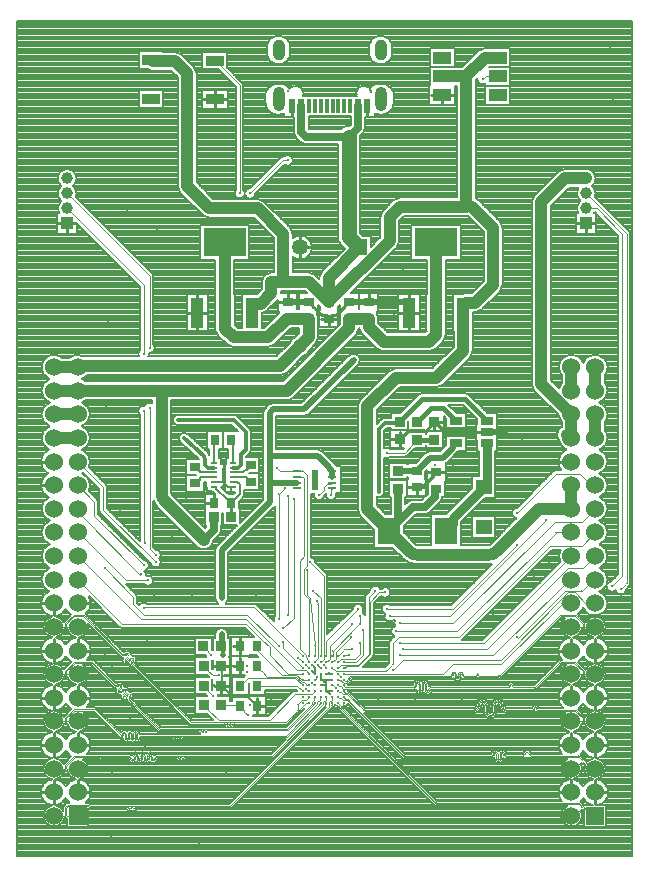
<source format=gbr>
G04*
G04 #@! TF.GenerationSoftware,Altium Limited,Altium Designer,22.4.2 (48)*
G04*
G04 Layer_Physical_Order=1*
G04 Layer_Color=255*
%FSLAX25Y25*%
%MOIN*%
G70*
G04*
G04 #@! TF.SameCoordinates,FCC6E733-986C-46BB-B2DB-BDB73C4B9051*
G04*
G04*
G04 #@! TF.FilePolarity,Positive*
G04*
G01*
G75*
%ADD11C,0.01000*%
%ADD12C,0.00787*%
%ADD18C,0.01181*%
%ADD19R,0.05906X0.03937*%
%ADD20R,0.05906X0.03543*%
%ADD21R,0.01181X0.04528*%
%ADD22R,0.02362X0.04528*%
%ADD23R,0.03150X0.03543*%
%ADD24R,0.03175X0.03402*%
%ADD25R,0.05510X0.04720*%
%ADD26R,0.03543X0.03150*%
%ADD27R,0.03402X0.03175*%
%ADD28R,0.07570X0.08660*%
%ADD29R,0.01181X0.04724*%
%ADD30R,0.02362X0.00787*%
%ADD31R,0.03150X0.00984*%
%ADD32O,0.03150X0.00984*%
%ADD33R,0.01968X0.06693*%
%ADD34R,0.04331X0.09843*%
%ADD35R,0.14173X0.09213*%
%ADD36R,0.04331X0.02756*%
%ADD64C,0.02756*%
%ADD65C,0.04000*%
%ADD66C,0.00236*%
%ADD67C,0.00236*%
%ADD68C,0.01181*%
%ADD69C,0.00800*%
%ADD70C,0.02500*%
%ADD71C,0.05000*%
%ADD72C,0.03937*%
%ADD73C,0.02000*%
%ADD74C,0.01500*%
%ADD75C,0.03000*%
%ADD76C,0.01968*%
%ADD77O,0.03937X0.07087*%
%ADD78O,0.03937X0.08268*%
%ADD79R,0.06000X0.06000*%
%ADD80C,0.06000*%
%ADD81R,0.05315X0.05315*%
%ADD82C,0.05315*%
%ADD83R,0.03937X0.03937*%
%ADD84C,0.03937*%
%ADD85C,0.01968*%
%ADD86C,0.04724*%
D11*
X290500Y431500D02*
X293468D01*
X290500Y428532D02*
Y431500D01*
X287531D02*
X290500D01*
X254233Y361974D02*
X257398D01*
X260564D01*
X242621Y474201D02*
X246574D01*
X238669D02*
X242621D01*
Y471232D02*
Y474201D01*
X231445Y401807D02*
Y407728D01*
X217599Y467435D02*
Y470699D01*
X218000Y405256D02*
Y407831D01*
X228280Y401807D02*
X231445D01*
X234610D01*
X231445Y395886D02*
Y401807D01*
X239907Y362822D02*
Y365410D01*
X242608D01*
X228304Y359512D02*
Y362100D01*
X225603Y359512D02*
X228304D01*
Y356924D02*
Y359512D01*
X215228Y405256D02*
X218000D01*
X211500D02*
X214272D01*
X218000D02*
X220772D01*
X201978Y399805D02*
X204750D01*
X207522D01*
X204750Y397230D02*
Y399805D01*
X281626Y352118D02*
X285626D01*
X293500Y289126D02*
X297500D01*
X293500D02*
Y293126D01*
Y285126D02*
Y289126D01*
X285626D02*
Y293126D01*
X281626Y289126D02*
X285626D01*
X293500Y273378D02*
X297500D01*
X293500D02*
Y277378D01*
Y269378D02*
Y273378D01*
Y257630D02*
X297500D01*
X293500D02*
Y261630D01*
Y241882D02*
X297500D01*
X293500Y253630D02*
Y257630D01*
Y237882D02*
Y241882D01*
Y245882D01*
X285626Y273378D02*
Y277378D01*
X281626Y273378D02*
X285626D01*
X281626Y257630D02*
X285626D01*
Y261630D01*
X281626Y241882D02*
X285626D01*
Y245882D01*
X240612Y348512D02*
X243384D01*
X237841D02*
X240612D01*
X234000Y340925D02*
Y343500D01*
X236772D01*
X231228D02*
X234000D01*
X192402Y467435D02*
Y470699D01*
X195158Y423500D02*
Y427157D01*
X166701Y472819D02*
X170653D01*
X195158Y419842D02*
Y423500D01*
X198815D01*
X195228Y405256D02*
X198000D01*
X191000D02*
X193772D01*
X191000D02*
Y407831D01*
X188228Y405256D02*
X191000D01*
X166701Y472819D02*
Y475591D01*
X162748Y472819D02*
X166701D01*
Y470047D02*
Y472819D01*
X160945Y401807D02*
X164110D01*
X160945D02*
Y407728D01*
X157780Y401807D02*
X160945D01*
Y395886D02*
Y401807D01*
X117500Y431500D02*
X120468D01*
X114532D02*
X117500D01*
Y428532D02*
Y431500D01*
X169650Y344350D02*
Y347713D01*
Y351075D01*
X109126Y352118D02*
X113126D01*
X109126Y344244D02*
X113126D01*
X175252Y290603D02*
Y293374D01*
Y287831D02*
Y290603D01*
X172677D02*
X175252D01*
X166516Y338213D02*
Y340984D01*
X163941Y338213D02*
X166516D01*
X175244Y281228D02*
Y284000D01*
Y286772D01*
X172669Y284000D02*
X175244D01*
X166378D02*
X168966D01*
X171554D01*
X168932Y274748D02*
Y277448D01*
X171520D01*
X166344D02*
X168932D01*
X180699Y270704D02*
X183274D01*
X180699D02*
Y273475D01*
Y267932D02*
Y270704D01*
X121000Y304874D02*
X125000D01*
X109126D02*
X113126D01*
Y300874D02*
Y304874D01*
X121000Y289126D02*
Y293126D01*
Y289126D02*
X125000D01*
X113126D02*
Y293126D01*
Y285126D02*
Y289126D01*
X109126D02*
X113126D01*
X121000Y273378D02*
X125000D01*
X121000D02*
Y277378D01*
Y257630D02*
Y261630D01*
Y257630D02*
X125000D01*
X121000Y241882D02*
X125000D01*
X121000D02*
Y245882D01*
X113126Y273378D02*
Y277378D01*
X109126Y273378D02*
X113126D01*
Y269378D02*
Y273378D01*
Y257630D02*
Y261630D01*
X109126Y257630D02*
X113126D01*
Y253630D02*
Y257630D01*
X109126Y241882D02*
X113126D01*
Y245882D01*
Y237882D02*
Y241882D01*
X236534Y344434D02*
X239340Y347240D01*
X234934Y344434D02*
X236534D01*
X234000Y343500D02*
X234934Y344434D01*
X236975Y362478D02*
X238706Y364209D01*
X229505Y360713D02*
X231270Y362478D01*
X236975D01*
X241108Y364209D02*
X243343Y361974D01*
X257398D01*
X238706Y364209D02*
Y364322D01*
X239907Y365410D02*
X240020D01*
X241108Y364209D02*
Y364322D01*
X240020Y365410D02*
X241108Y364322D01*
X239794Y365410D02*
X239907D01*
X238706Y364322D02*
X239794Y365410D01*
X240415Y348512D02*
X240612D01*
X239340Y347437D02*
X240415Y348512D01*
X239340Y347240D02*
Y347437D01*
X229505Y360599D02*
Y360713D01*
X228304Y359512D02*
X228417D01*
X229505Y360599D01*
X160150Y344835D02*
X160346D01*
X161421Y345909D01*
Y346106D01*
X160346Y350347D02*
X161421Y349272D01*
X160150Y350347D02*
X160346D01*
X161421Y349086D02*
Y349272D01*
X172028Y338213D02*
X172238Y338003D01*
X178453Y350969D02*
X178650D01*
X177378Y349894D02*
X178453Y350969D01*
X177378Y349697D02*
Y349894D01*
X172238Y333713D02*
Y338003D01*
X178453Y345457D02*
X178650D01*
X210228Y404181D02*
X211303Y405256D01*
X211500D01*
X203675Y400880D02*
X204750Y399805D01*
X205825Y400880D01*
X207124D01*
X210228Y403984D01*
Y404181D01*
X202376Y400880D02*
X203675D01*
X198000Y405256D02*
X198197D01*
X199272Y403984D02*
X202376Y400880D01*
X199272Y403984D02*
Y404181D01*
X198197Y405256D02*
X199272Y404181D01*
D12*
X293681Y446500D02*
G03*
X290500Y449681I-3181J0D01*
G01*
X292442Y443980D02*
G03*
X293681Y446500I-1942J2520D01*
G01*
X293650Y441500D02*
G03*
X292442Y443980I-3150J0D01*
G01*
X287929Y443319D02*
G03*
X288584Y439000I2571J-1819D01*
G01*
X283500Y449681D02*
G03*
X281251Y448749I0J-3181D01*
G01*
X283500Y449681D02*
G03*
X281251Y448749I0J-3181D01*
G01*
X293447Y440390D02*
G03*
X293650Y441500I-2947J1110D01*
G01*
X288584Y439000D02*
G03*
X287810Y434862I1916J-2500D01*
G01*
X293190D02*
G03*
X293369Y435201I-2690J1638D01*
G01*
X273251Y440749D02*
G03*
X272319Y438500I2249J-2249D01*
G01*
X273251Y440749D02*
G03*
X272319Y438500I2249J-2249D01*
G01*
X305299Y428000D02*
G03*
X304919Y428918I-1299J0D01*
G01*
X305299Y428000D02*
G03*
X304919Y428919I-1299J0D01*
G01*
X256799Y489949D02*
G03*
X254572Y489026I0J-3150D01*
G01*
X256799Y489949D02*
G03*
X254568Y489022I0J-3150D01*
G01*
X254254Y479800D02*
G03*
X256866Y477954I1746J-300D01*
G01*
X254254Y479800D02*
G03*
X256866Y477954I1746J-300D01*
G01*
X262650Y430000D02*
G03*
X261723Y432231I-3150J0D01*
G01*
X262650Y430000D02*
G03*
X261727Y432227I-3150J0D01*
G01*
X254727Y439227D02*
G03*
X253650Y439932I-2227J-2227D01*
G01*
X297681Y383614D02*
G03*
X289563Y385022I-4181J0D01*
G01*
D02*
G03*
X281445Y383614I-3937J-1408D01*
G01*
X296681Y380901D02*
G03*
X297681Y383614I-3181J2713D01*
G01*
X281445D02*
G03*
X282445Y380901I4181J0D01*
G01*
X297681Y375740D02*
G03*
X296681Y378453I-4181J0D01*
G01*
X282445D02*
G03*
X281511Y376480I3181J-2713D01*
G01*
X294908Y371803D02*
G03*
X297681Y375740I-1408J3937D01*
G01*
Y367866D02*
G03*
X294908Y371803I-4181J0D01*
G01*
X297681Y359992D02*
G03*
X296681Y362705I-4181J0D01*
G01*
Y365153D02*
G03*
X297681Y367866I-3181J2713D01*
G01*
X281458Y367535D02*
G03*
X282445Y365153I4168J331D01*
G01*
Y363763D02*
G03*
X281580Y358936I1563J-2771D01*
G01*
X261727Y408773D02*
G03*
X262650Y411000I-2227J2227D01*
G01*
X261723Y408769D02*
G03*
X262650Y411000I-2223J2231D01*
G01*
X253626Y401976D02*
G03*
X255857Y402903I0J3150D01*
G01*
X253626Y401976D02*
G03*
X255853Y402899I0J3150D01*
G01*
X272319Y377992D02*
G03*
X273251Y375742I3181J0D01*
G01*
X272319Y377992D02*
G03*
X273251Y375742I3181J0D01*
G01*
X218071Y488514D02*
G03*
X225945Y488514I3937J0D01*
G01*
Y490088D02*
G03*
X218071Y490088I-3937J0D01*
G01*
X226536Y473750D02*
G03*
X218362Y476435I-4528J0D01*
G01*
X228500Y440150D02*
G03*
X226273Y439227I0J-3150D01*
G01*
X228500Y440150D02*
G03*
X226269Y439223I0J-3150D01*
G01*
X220174Y468036D02*
G03*
X226536Y472176I1834J4139D01*
G01*
X250500Y433850D02*
G03*
X251131Y433914I0J3150D01*
G01*
X250500Y433850D02*
G03*
X251131Y433914I0J3150D01*
G01*
X250470Y408276D02*
G03*
X248997Y407910I0J-3150D01*
G01*
X222773Y435727D02*
G03*
X221850Y433500I2227J-2227D01*
G01*
X222777Y435731D02*
G03*
X221850Y433500I2223J-2231D01*
G01*
X227223Y423336D02*
G03*
X228150Y425567I-2223J2231D01*
G01*
X227227Y423340D02*
G03*
X228150Y425567I-2227J2227D01*
G01*
X216168Y461730D02*
G03*
X216880Y463449I-1719J1719D01*
G01*
X216168Y461730D02*
G03*
X216880Y463449I-1719J1719D01*
G01*
X211634Y464072D02*
G03*
X208635Y462830I-236J-3674D01*
G01*
X207718Y426944D02*
G03*
X208796Y424341I3681J0D01*
G01*
X207718Y426944D02*
G03*
X208798Y424339I3681J0D01*
G01*
X202527Y415638D02*
G03*
X201600Y413408I2223J-2231D01*
G01*
X202523Y415635D02*
G03*
X201600Y413408I2227J-2227D01*
G01*
X251804Y386806D02*
G03*
X252736Y389055I-2249J2249D01*
G01*
X251804Y386806D02*
G03*
X252736Y389055I-2249J2249D01*
G01*
X251507Y374343D02*
G03*
X250142Y374909I-1366J-1366D01*
G01*
X251511Y374340D02*
G03*
X250142Y374909I-1369J-1362D01*
G01*
X242749Y392094D02*
G03*
X243681Y394343I-2249J2249D01*
G01*
X242749Y392094D02*
G03*
X243681Y394343I-2249J2249D01*
G01*
X238157Y388819D02*
G03*
X240406Y389751I0J3181D01*
G01*
X238157Y388819D02*
G03*
X240406Y389751I0J3181D01*
G01*
X240500Y376819D02*
G03*
X242749Y377751I0J3181D01*
G01*
X240500Y376819D02*
G03*
X242749Y377751I0J3181D01*
G01*
X235838Y374909D02*
G03*
X234472Y374343I0J-1931D01*
G01*
X235838Y374909D02*
G03*
X234469Y374340I0J-1931D01*
G01*
X227000Y383181D02*
G03*
X224751Y382249I0J-3181D01*
G01*
X227000Y383181D02*
G03*
X224751Y382249I0J-3181D01*
G01*
X221181Y399805D02*
G03*
X220953Y400988I-3181J0D01*
G01*
X221181Y399805D02*
G03*
X220953Y400988I-3181J0D01*
G01*
X208547Y401262D02*
G03*
X208319Y398922I2828J-1457D01*
G01*
X214841Y396624D02*
G03*
X215751Y394751I3159J376D01*
G01*
X214841Y396624D02*
G03*
X215751Y394751I3159J376D01*
G01*
X213749Y394251D02*
G03*
X214681Y396500I-2249J2249D01*
G01*
X213749Y394251D02*
G03*
X214681Y396500I-2249J2249D01*
G01*
X201181Y399744D02*
G03*
X200953Y400927I-3181J0D01*
G01*
X201181Y399744D02*
G03*
X200953Y400927I-3181J0D01*
G01*
X220751Y389751D02*
G03*
X223000Y388819I2249J2249D01*
G01*
X220751Y389751D02*
G03*
X223000Y388819I2249J2249D01*
G01*
X223500Y366772D02*
G03*
X222247Y366253I0J-1772D01*
G01*
X223500Y366772D02*
G03*
X222247Y366253I0J-1772D01*
G01*
X215165Y386000D02*
G03*
X211466Y387528I-2165J0D01*
G01*
X215165Y386000D02*
G03*
X211466Y387528I-2165J0D01*
G01*
X214528Y384466D02*
G03*
X215165Y386000I-1528J1534D01*
G01*
X214528Y384466D02*
G03*
X215165Y386000I-1528J1534D01*
G01*
D02*
G03*
X211469Y387531I-2165J0D01*
G01*
X214531Y384469D02*
G03*
X215165Y386000I-1531J1531D01*
G01*
X200249Y391251D02*
G03*
X201181Y393500I-2249J2249D01*
G01*
X200249Y391251D02*
G03*
X201181Y393500I-2249J2249D01*
G01*
X215251Y372749D02*
G03*
X214319Y370500I2249J-2249D01*
G01*
X215251Y372749D02*
G03*
X214319Y370500I2249J-2249D01*
G01*
X304861Y310524D02*
G03*
X305299Y311598I-1097J1074D01*
G01*
X300247Y309242D02*
G03*
X303770Y309433I1753J258D01*
G01*
X300247Y309242D02*
G03*
X303770Y309433I1753J258D01*
G01*
X298933Y312270D02*
G03*
X297430Y311321I67J-1770D01*
G01*
D02*
G03*
X297681Y312748I-3930J1427D01*
G01*
X298933Y312270D02*
G03*
X297430Y311321I67J-1770D01*
G01*
X297305Y311014D02*
G03*
X300247Y309242I1695J-514D01*
G01*
X297305Y311014D02*
G03*
X300247Y309242I1695J-514D01*
G01*
X294908Y348181D02*
G03*
X297681Y352118I-1408J3937D01*
G01*
X294908Y356055D02*
G03*
X297681Y359992I-1408J3937D01*
G01*
Y352118D02*
G03*
X294908Y356055I-4181J0D01*
G01*
X297681Y344244D02*
G03*
X294908Y348181I-4181J0D01*
G01*
Y340307D02*
G03*
X297681Y344244I-1408J3937D01*
G01*
X281580Y358936D02*
G03*
X283929Y356171I4046J1056D01*
G01*
D02*
G03*
X281232Y352118I1697J-4053D01*
G01*
D02*
G03*
X282230Y349331I4394J0D01*
G01*
X297681Y312748D02*
G03*
X294908Y316685I-4181J0D01*
G01*
X297681Y328496D02*
G03*
X294908Y332433I-4181J0D01*
G01*
D02*
G03*
X297681Y336370I-1408J3937D01*
G01*
X294908Y324559D02*
G03*
X297681Y328496I-1408J3937D01*
G01*
Y336370D02*
G03*
X294908Y340307I-4181J0D01*
G01*
X297681Y320622D02*
G03*
X294908Y324559I-4181J0D01*
G01*
Y316685D02*
G03*
X297681Y320622I-1408J3937D01*
G01*
X281998Y322701D02*
G03*
X281445Y320622I3628J-2079D01*
G01*
D02*
G03*
X281897Y318730I4181J0D01*
G01*
X280532Y349331D02*
G03*
X279613Y348951I0J-1299D01*
G01*
X280532Y349331D02*
G03*
X279613Y348950I0J-1299D01*
G01*
X294908Y308811D02*
G03*
X297305Y311014I-1408J3937D01*
G01*
X297681Y304874D02*
G03*
X294908Y308811I-4181J0D01*
G01*
X297051Y297000D02*
G03*
X290306Y298553I-3551J0D01*
G01*
X294026Y293488D02*
G03*
X297051Y297000I-526J3512D01*
G01*
X289563Y303466D02*
G03*
X297681Y304874I3937J1408D01*
G01*
X289563Y296421D02*
G03*
X289898Y296331I335J579D01*
G01*
X289563Y296421D02*
G03*
X289898Y296331I335J579D01*
G01*
X290013D02*
G03*
X292974Y293488I3488J669D01*
G01*
X297894Y289126D02*
G03*
X294026Y293488I-4394J0D01*
G01*
Y284764D02*
G03*
X297894Y289126I-526J4362D01*
G01*
X292974Y293488D02*
G03*
X289563Y291077I526J-4362D01*
G01*
Y287176D02*
G03*
X292974Y284764I3937J1951D01*
G01*
X287655Y301218D02*
G03*
X289563Y303466I-2029J3656D01*
G01*
X283482Y299831D02*
G03*
X282075Y297000I2144J-2831D01*
G01*
X289228Y296331D02*
G03*
X289563Y296421I0J669D01*
G01*
X289228Y296331D02*
G03*
X289563Y296421I0J669D01*
G01*
X282075Y297000D02*
G03*
X285100Y293488I3551J0D01*
G01*
X286152D02*
G03*
X289113Y296331I-526J3512D01*
G01*
X289563Y291077D02*
G03*
X286152Y293488I-3937J-1951D01*
G01*
X285100D02*
G03*
X281232Y289126I526J-4362D01*
G01*
X287811Y285314D02*
G03*
X289563Y287176I-2185J3812D01*
G01*
X281232Y289126D02*
G03*
X282476Y286063I4394J0D01*
G01*
X282155D02*
G03*
X281241Y285687I0J-1299D01*
G01*
X297894Y273378D02*
G03*
X294026Y277740I-4394J0D01*
G01*
D02*
G03*
X297051Y281252I-526J3512D01*
G01*
D02*
G03*
X294026Y284764I-3551J0D01*
G01*
Y269016D02*
G03*
X297894Y273378I-526J4362D01*
G01*
X292974Y284764D02*
G03*
X290306Y282805I526J-3512D01*
G01*
X289563Y280673D02*
G03*
X289898Y280583I335J579D01*
G01*
X289228D02*
G03*
X289563Y280673I0J669D01*
G01*
X289228Y280583D02*
G03*
X289563Y280673I0J669D01*
G01*
X290013Y280583D02*
G03*
X292974Y277740I3488J669D01*
G01*
D02*
G03*
X289563Y275329I526J-4362D01*
G01*
Y280673D02*
G03*
X289898Y280583I335J579D01*
G01*
X297051Y265504D02*
G03*
X294026Y269016I-3551J0D01*
G01*
X290013Y264835D02*
G03*
X292974Y261992I3488J669D01*
G01*
Y269016D02*
G03*
X290306Y267057I526J-3512D01*
G01*
X297894Y257630D02*
G03*
X294026Y261992I-4394J0D01*
G01*
D02*
G03*
X297051Y265504I-526J3512D01*
G01*
X289563Y271428D02*
G03*
X292974Y269016I3937J1951D01*
G01*
X289228Y264835D02*
G03*
X289563Y264925I0J669D01*
G01*
X289228Y264835D02*
G03*
X289563Y264925I0J669D01*
G01*
X292974Y261992D02*
G03*
X289563Y259581I526J-4362D01*
G01*
Y264925D02*
G03*
X289898Y264835I335J579D01*
G01*
X289563Y264925D02*
G03*
X289898Y264835I335J579D01*
G01*
X294026Y253268D02*
G03*
X297894Y257630I-526J4362D01*
G01*
Y241882D02*
G03*
X294026Y246244I-4394J0D01*
G01*
X294286Y237559D02*
G03*
X297894Y241882I-786J4323D01*
G01*
X297051Y249756D02*
G03*
X294026Y253268I-3551J0D01*
G01*
Y246244D02*
G03*
X297051Y249756I-526J3512D01*
G01*
X292974Y253268D02*
G03*
X290964Y252242I526J-3512D01*
G01*
X290213Y251100D02*
G03*
X292974Y246244I3287J-1344D01*
G01*
X289563Y255680D02*
G03*
X292974Y253268I3937J1951D01*
G01*
X289177Y249756D02*
G03*
X288913Y251100I-3551J0D01*
G01*
X289582Y236068D02*
G03*
X289949Y235848I636J644D01*
G01*
X292974Y246244D02*
G03*
X289563Y243833I526J-4362D01*
G01*
Y239932D02*
G03*
X292714Y237559I3937J1951D01*
G01*
X286152Y277740D02*
G03*
X289113Y280583I-526J3512D01*
G01*
X283856Y284331D02*
G03*
X282075Y281252I1770J-3079D01*
G01*
D02*
G03*
X285100Y277740I3551J0D01*
G01*
D02*
G03*
X281232Y273378I526J-4362D01*
G01*
X289563Y275329D02*
G03*
X286152Y277740I-3937J-1951D01*
G01*
X287811Y269566D02*
G03*
X289563Y271428I-2185J3812D01*
G01*
X283476Y268331D02*
G03*
X282075Y265504I2150J-2827D01*
G01*
X281232Y273378D02*
G03*
X282743Y270063I4394J0D01*
G01*
X273253Y275787D02*
G03*
X274167Y276163I0J1299D01*
G01*
X274503Y270127D02*
G03*
X272628Y270127I-937J0D01*
G01*
X288710Y254501D02*
G03*
X289563Y255680I-3084J3129D01*
G01*
Y259581D02*
G03*
X286152Y261992I-3937J-1951D01*
G01*
D02*
G03*
X289113Y264835I-526J3512D01*
G01*
X282075Y265504D02*
G03*
X285100Y261992I3551J0D01*
G01*
X286152Y246244D02*
G03*
X289177Y249756I-526J3512D01*
G01*
X285100Y261992D02*
G03*
X282311Y254746I526J-4362D01*
G01*
X284212Y253014D02*
G03*
X285100Y246244I1414J-3258D01*
G01*
X288733Y238775D02*
G03*
X289563Y239932I-3107J3107D01*
G01*
X289177Y234008D02*
G03*
X288837Y235525I-3551J0D01*
G01*
X289563Y243833D02*
G03*
X286152Y246244I-3937J-1951D01*
G01*
X284208Y237264D02*
G03*
X289177Y234008I1418J-3256D01*
G01*
X285100Y246244D02*
G03*
X282313Y238996I526J-4362D01*
G01*
X272141Y254746D02*
G03*
X269566Y254746I-1287J-26D01*
G01*
X247587Y355176D02*
G03*
X247964Y355682I-1542J1542D01*
G01*
X247585Y355175D02*
G03*
X247964Y355682I-1541J1544D01*
G01*
X243680Y351481D02*
G03*
X244347Y351937I-876J1997D01*
G01*
X243680Y351481D02*
G03*
X244346Y351936I-876J1997D01*
G01*
X238466Y355659D02*
G03*
X236924Y355020I0J-2181D01*
G01*
X238466Y355659D02*
G03*
X236922Y355019I0J-2181D01*
G01*
X267433Y336770D02*
G03*
X267248Y333246I67J-1770D01*
G01*
X267433Y336770D02*
G03*
X267248Y333246I67J-1770D01*
G01*
X257843Y324181D02*
G03*
X258420Y324418I0J819D01*
G01*
X241810Y338546D02*
G03*
X242522Y340244I-1719J1719D01*
G01*
X241810Y338546D02*
G03*
X242522Y340244I-1719J1719D01*
G01*
X244197Y335118D02*
G03*
X243728Y334489I1892J-1900D01*
G01*
X244193Y335114D02*
G03*
X243728Y334489I1896J-1896D01*
G01*
X236804Y334547D02*
G03*
X238523Y335259I0J2431D01*
G01*
X236804Y334547D02*
G03*
X238523Y335259I0J2431D01*
G01*
X233860Y324421D02*
G03*
X234439Y324181I579J579D01*
G01*
X230000Y353701D02*
G03*
X230919Y354081I0J1299D01*
G01*
X230000Y353701D02*
G03*
X230918Y354081I0J1299D01*
G01*
X225204Y356299D02*
G03*
X223272Y356615I-1204J-1299D01*
G01*
X225204Y356299D02*
G03*
X223272Y356615I-1204J-1299D01*
G01*
Y353385D02*
G03*
X225204Y353701I728J1615D01*
G01*
X223272Y353385D02*
G03*
X225204Y353701I728J1615D01*
G01*
X206745Y351255D02*
G03*
X206406Y351693I-1867J-1097D01*
G01*
X206745Y351255D02*
G03*
X206409Y351689I-1867J-1097D01*
G01*
X207335Y350749D02*
G03*
X207057Y350942I-1374J-1673D01*
G01*
X207335Y350749D02*
G03*
X207057Y350942I-1374J-1673D01*
G01*
X202567Y355531D02*
G03*
X201036Y356165I-1531J-1531D01*
G01*
X202571Y355528D02*
G03*
X201036Y356165I-1534J-1528D01*
G01*
X232804Y339409D02*
G03*
X231085Y338697I0J-2431D01*
G01*
X232804Y339409D02*
G03*
X231085Y338697I0J-2431D01*
G01*
X229361Y319922D02*
G03*
X234439Y317819I5078J5078D01*
G01*
X220681Y340429D02*
G03*
X223272Y342000I819J1571D01*
G01*
X220681Y340429D02*
G03*
X223272Y342000I819J1571D01*
G01*
X220681Y340429D02*
G03*
X223272Y342000I819J1571D01*
G01*
X207272Y341000D02*
G03*
X207201Y341497I-1772J0D01*
G01*
X207272Y341000D02*
G03*
X207201Y341497I-1772J0D01*
G01*
X214319Y336282D02*
G03*
X215251Y334032I3181J0D01*
G01*
X214319Y336282D02*
G03*
X215251Y334032I3181J0D01*
G01*
X203786Y341449D02*
G03*
X207272Y341000I1714J-449D01*
G01*
X203786Y341449D02*
G03*
X207272Y341000I1714J-449D01*
G01*
X257843Y317819D02*
G03*
X259091Y317928I0J7181D01*
G01*
X266494Y277523D02*
G03*
X264419Y277523I-1037J0D01*
G01*
X261065Y279543D02*
G03*
X262639Y280193I-7J2248D01*
G01*
X248901Y279890D02*
G03*
X249835Y279543I934J1085D01*
G01*
X225272Y308488D02*
G03*
X222308Y309799I-1772J0D01*
G01*
X226797Y299201D02*
G03*
X226903Y297218I1518J-913D01*
G01*
X223431Y301322D02*
G03*
X226204Y299201I1569J-822D01*
G01*
X223431Y301322D02*
G03*
X226204Y299201I1569J-822D01*
G01*
X225272Y308488D02*
G03*
X222308Y309799I-1772J0D01*
G01*
X222283Y307201D02*
G03*
X225272Y308488I1217J1287D01*
G01*
X222283Y307201D02*
G03*
X225272Y308488I1217J1287D01*
G01*
X225204Y304299D02*
G03*
X223431Y301322I-1204J-1299D01*
G01*
X225204Y304299D02*
G03*
X223431Y301322I-1204J-1299D01*
G01*
X246249Y279890D02*
G03*
X248901Y279890I1326J538D01*
G01*
X245315Y279543D02*
G03*
X246249Y279890I0J1431D01*
G01*
X235411Y278806D02*
G03*
X232850Y277928I-1130J-878D01*
G01*
X237972D02*
G03*
X235411Y278806I-1431J0D01*
G01*
X238801Y277520D02*
G03*
X237972Y277255I0J-1431D01*
G01*
X226797Y299201D02*
G03*
X226903Y297218I1518J-913D01*
G01*
X226903D02*
G03*
X226527Y293864I348J-1737D01*
G01*
X226903Y297218D02*
G03*
X226527Y293864I348J-1737D01*
G01*
X225081Y292419D02*
G03*
X224701Y291500I919J-919D01*
G01*
X225081Y292418D02*
G03*
X224701Y291500I919J-918D01*
G01*
X263365Y270512D02*
G03*
X263814Y270063I449J0D01*
G01*
X261632Y270512D02*
G03*
X263814Y268331I2181J0D01*
G01*
X263365Y270908D02*
G03*
X259003Y270908I-2181J0D01*
G01*
X261632D02*
G03*
X260735Y270908I-449J0D01*
G01*
X256373Y268592D02*
G03*
X260735Y268592I2181J0D01*
G01*
X263944Y254746D02*
G03*
X261390Y255482I-1424J-142D01*
G01*
X262821Y253278D02*
G03*
X263650Y253014I829J1167D01*
G01*
X261390Y255482D02*
G03*
X258836Y254746I-1130J-878D01*
G01*
X259130Y253014D02*
G03*
X259959Y253278I0J1431D01*
G01*
Y252880D02*
G03*
X262821Y252880I1431J0D01*
G01*
X258105Y270908D02*
G03*
X253743Y270908I-2181J0D01*
G01*
X256373D02*
G03*
X255475Y270908I-449J0D01*
G01*
X233980Y275861D02*
G03*
X236541Y274983I1431J0D01*
G01*
X233151Y275787D02*
G03*
X233980Y276052I0J1431D01*
G01*
X253294Y270063D02*
G03*
X253743Y270512I0J449D01*
G01*
X253294Y268331D02*
G03*
X255475Y270512I0J2181D01*
G01*
X236541Y274983D02*
G03*
X239100Y275787I1130J878D01*
G01*
X258105Y268592D02*
G03*
X259003Y268592I449J0D01*
G01*
X239862Y237634D02*
G03*
X240771Y237264I909J929D01*
G01*
X229041Y253386D02*
G03*
X229952Y253014I910J927D01*
G01*
X221854Y309799D02*
G03*
X218470Y309135I-1614J-731D01*
G01*
X221854Y309799D02*
G03*
X218470Y309135I-1614J-731D01*
G01*
X217081Y307746D02*
G03*
X216701Y306828I919J-918D01*
G01*
X217081Y307746D02*
G03*
X216701Y306828I919J-919D01*
G01*
X216272Y303000D02*
G03*
X212730Y303067I-1772J0D01*
G01*
X216272Y303000D02*
G03*
X212730Y303067I-1772J0D01*
G01*
X204299Y314000D02*
G03*
X203919Y314918I-1299J0D01*
G01*
X204299Y314000D02*
G03*
X203919Y314919I-1299J0D01*
G01*
X216701Y300996D02*
G03*
X215956Y301991I-1701J-496D01*
G01*
X215956Y301991D02*
G03*
X216272Y303000I-1457J1009D01*
G01*
X215956Y301991D02*
G03*
X216272Y303000I-1457J1009D01*
G01*
X216701Y300996D02*
G03*
X215956Y301991I-1701J-496D01*
G01*
X219372Y286894D02*
G03*
X219752Y287812I-919J918D01*
G01*
X219371Y286894D02*
G03*
X219752Y287812I-919J919D01*
G01*
X212606Y279543D02*
G03*
X212118Y279055I0J-488D01*
G01*
X210984Y277766D02*
G03*
X212118Y279055I-165J1289D01*
G01*
X211826Y275177D02*
G03*
X211016Y275547I-912J-925D01*
G01*
X209756Y270459D02*
G03*
X211003Y271424I118J1136D01*
G01*
X206921Y271016D02*
G03*
X208024Y270459I984J579D01*
G01*
X206388Y270546D02*
G03*
X206921Y271016I-451J1049D01*
G01*
X206186Y270231D02*
G03*
X206388Y270546I-644J637D01*
G01*
X208024Y270011D02*
G03*
X208394Y269103I1299J0D01*
G01*
X195296Y458680D02*
G03*
X197016Y457968I1719J1719D01*
G01*
X195296Y458680D02*
G03*
X197016Y457968I1719J1719D01*
G01*
X184055Y488514D02*
G03*
X191929Y488514I3937J0D01*
G01*
Y490089D02*
G03*
X184055Y490089I-3937J0D01*
G01*
X191638Y476435D02*
G03*
X183464Y473750I-3646J-2685D01*
G01*
X193120Y461863D02*
G03*
X193832Y460144I2431J0D01*
G01*
X193120Y461863D02*
G03*
X193832Y460144I2431J0D01*
G01*
X183464Y472176D02*
G03*
X189827Y468037I4528J0D01*
G01*
X192772Y452500D02*
G03*
X189795Y453799I-1772J0D01*
G01*
X192772Y452500D02*
G03*
X189795Y453799I-1772J0D01*
G01*
X189927Y451090D02*
G03*
X192772Y452500I1073J1410D01*
G01*
X189500Y453799D02*
G03*
X188582Y453419I0J-1299D01*
G01*
X189500Y453799D02*
G03*
X188581Y453419I0J-1299D01*
G01*
X189927Y451090D02*
G03*
X192772Y452500I1073J1410D01*
G01*
X178433Y443270D02*
G03*
X176750Y441776I67J-1770D01*
G01*
X178433Y443270D02*
G03*
X176750Y441776I67J-1770D01*
G01*
X183227Y438727D02*
G03*
X181000Y439650I-2227J-2227D01*
G01*
X183231Y438723D02*
G03*
X181000Y439650I-2231J-2223D01*
G01*
X176750Y441224D02*
G03*
X180270Y441433I1750J276D01*
G01*
X176750Y441224D02*
G03*
X180270Y441433I1750J276D01*
G01*
X192650Y428000D02*
G03*
X191727Y430227I-3150J0D01*
G01*
X192650Y428000D02*
G03*
X191723Y430231I-3150J0D01*
G01*
X199209Y423500D02*
G03*
X192650Y426682I-4051J0D01*
G01*
X176299Y477512D02*
G03*
X175919Y478431I-1299J0D01*
G01*
X176299Y477512D02*
G03*
X175919Y478430I-1299J0D01*
G01*
X176750Y441776D02*
G03*
X176299Y442704I-1750J-276D01*
G01*
X176750Y441776D02*
G03*
X176299Y442704I-1750J-276D01*
G01*
X173701D02*
G03*
X176750Y441224I1299J-1204D01*
G01*
X173701Y442704D02*
G03*
X176750Y441224I1299J-1204D01*
G01*
X200294Y414227D02*
G03*
X198067Y415150I-2227J-2227D01*
G01*
X200298Y414223D02*
G03*
X198067Y415150I-2231J-2223D01*
G01*
X192650Y420318D02*
G03*
X199209Y423500I2508J3182D01*
G01*
X182401Y401635D02*
G03*
X184239Y402537I-394J3125D01*
G01*
X182401Y401635D02*
G03*
X184235Y402533I-394J3125D01*
G01*
X193854Y393853D02*
G03*
X191647Y391646I1146J-3353D01*
G01*
X196146Y387147D02*
G03*
X198353Y389354I-1146J3353D01*
G01*
X184500Y390319D02*
G03*
X186749Y391251I0J3181D01*
G01*
X184500Y390319D02*
G03*
X186749Y391251I0J3181D01*
G01*
X188500Y380819D02*
G03*
X190749Y381751I0J3181D01*
G01*
X188500Y380819D02*
G03*
X190749Y381751I0J3181D01*
G01*
X190144Y372615D02*
G03*
X192989Y373490I596J3125D01*
G01*
X189547Y372559D02*
G03*
X190144Y372615I0J3181D01*
G01*
X196500Y367335D02*
G03*
X198035Y367972I0J2165D01*
G01*
X196500Y367335D02*
G03*
X198031Y367969I0J2165D01*
G01*
X186153Y371665D02*
G03*
X184619Y371028I0J-2165D01*
G01*
X186153Y371665D02*
G03*
X184622Y371031I0J-2165D01*
G01*
X183472Y369881D02*
G03*
X182835Y368347I1528J-1534D01*
G01*
X183469Y369878D02*
G03*
X182835Y368347I1531J-1531D01*
G01*
X185500Y415150D02*
G03*
X182350Y412000I0J-3150D01*
G01*
X185500Y415150D02*
G03*
X182350Y412000I0J-3150D01*
G01*
X170751Y391251D02*
G03*
X173000Y390319I2249J2249D01*
G01*
X170751Y391251D02*
G03*
X173000Y390319I2249J2249D01*
G01*
X178772Y362000D02*
G03*
X178253Y363253I-1772J0D01*
G01*
X174253Y367253D02*
G03*
X173000Y367772I-1253J-1253D01*
G01*
X174253Y367253D02*
G03*
X173000Y367772I-1253J-1253D01*
G01*
X178253Y354747D02*
G03*
X178772Y356000I-1253J1253D01*
G01*
X178253Y354747D02*
G03*
X178772Y356000I-1253J1253D01*
G01*
Y362000D02*
G03*
X178253Y363253I-1772J0D01*
G01*
X162733Y434277D02*
G03*
X164964Y433350I2231J2223D01*
G01*
X162737Y434273D02*
G03*
X164964Y433350I2227J2227D01*
G01*
X160650Y481500D02*
G03*
X159723Y483731I-3150J0D01*
G01*
X160650Y481500D02*
G03*
X159727Y483727I-3150J0D01*
G01*
X155727Y487727D02*
G03*
X153500Y488650I-2227J-2227D01*
G01*
X155731Y487723D02*
G03*
X153500Y488650I-2231J-2223D01*
G01*
X144026Y483039D02*
G03*
X145992Y482350I1966J2461D01*
G01*
X154350Y443964D02*
G03*
X155273Y441737I3150J0D01*
G01*
X154350Y443964D02*
G03*
X155277Y441733I3150J0D01*
G01*
X146299Y414000D02*
G03*
X145919Y414918I-1299J0D01*
G01*
X146299Y414000D02*
G03*
X145919Y414919I-1299J0D01*
G01*
X120650Y446500D02*
G03*
X115584Y444000I-3150J0D01*
G01*
X119416D02*
G03*
X120650Y446500I-1916J2500D01*
G01*
X120448Y440390D02*
G03*
X120650Y441500I-2947J1110D01*
G01*
D02*
G03*
X119416Y444000I-3150J0D01*
G01*
X115584Y439000D02*
G03*
X114810Y434862I1916J-2500D01*
G01*
X115584Y444000D02*
G03*
X115584Y439000I1916J-2500D01*
G01*
X167047Y395705D02*
G03*
X167916Y394085I3118J630D01*
G01*
X167047Y395705D02*
G03*
X167916Y394085I3118J630D01*
G01*
X157708Y361296D02*
G03*
X155297Y358699I-1208J-1296D01*
G01*
X164919Y354384D02*
G03*
X164328Y355149I-2600J-1400D01*
G01*
X146772Y390000D02*
G03*
X146299Y391205I-1772J0D01*
G01*
X146772Y390000D02*
G03*
X146299Y391205I-1772J0D01*
G01*
X154500Y367772D02*
G03*
X154500Y364228I0J-1772D01*
G01*
Y367772D02*
G03*
X154500Y364228I0J-1772D01*
G01*
X144746Y388247D02*
G03*
X146772Y390000I254J1753D01*
G01*
X144746Y388247D02*
G03*
X146772Y390000I254J1753D01*
G01*
X144568Y387181D02*
G03*
X144765Y387993I-1575J812D01*
G01*
X144568Y387181D02*
G03*
X144765Y387993I-1575J812D01*
G01*
X141694Y389197D02*
G03*
X141418Y387181I1299J-1204D01*
G01*
X141694Y389197D02*
G03*
X141418Y387181I1299J-1204D01*
G01*
X145819Y371571D02*
G03*
X143385Y370729I-819J-1571D01*
G01*
X145819Y371571D02*
G03*
X143385Y370729I-819J-1571D01*
G01*
X143385D02*
G03*
X141701Y367795I-385J-1729D01*
G01*
X143385Y370729D02*
G03*
X141701Y367795I-385J-1729D01*
G01*
X157705Y361298D02*
G03*
X155295Y358702I-1206J-1298D01*
G01*
X154500Y367772D02*
G03*
X154500Y364228I0J-1772D01*
G01*
X157708Y361296D02*
G03*
X155297Y358699I-1208J-1296D01*
G01*
X165914Y342201D02*
G03*
X166163Y341877I1367J794D01*
G01*
X165914Y342201D02*
G03*
X166163Y341877I1367J794D01*
G01*
X152181Y341651D02*
G03*
X152417Y341082I819J6D01*
G01*
X130799Y343618D02*
G03*
X130419Y344537I-1299J0D01*
G01*
X130799Y343618D02*
G03*
X130419Y344536I-1299J0D01*
G01*
X115840Y386795D02*
G03*
X108945Y383614I-2714J-3181D01*
G01*
X123181Y387181D02*
G03*
X118286Y386795I-2181J-3567D01*
G01*
X123714Y378921D02*
G03*
X122408Y379677I-2714J-3181D01*
G01*
D02*
G03*
X124109Y380819I-1408J3937D01*
G01*
X122408Y371803D02*
G03*
X123713Y372559I-1408J3937D01*
G01*
X125181Y367866D02*
G03*
X122408Y371803I-4181J0D01*
G01*
Y363929D02*
G03*
X125181Y367866I-1408J3937D01*
G01*
X108945Y383614D02*
G03*
X111718Y379677I4181J0D01*
G01*
D02*
G03*
X108945Y375740I1408J-3937D01*
G01*
D02*
G03*
X111718Y371803I4181J0D01*
G01*
D02*
G03*
X108945Y367866I1408J-3937D01*
G01*
D02*
G03*
X111718Y363929I4181J0D01*
G01*
D02*
G03*
X108945Y359992I1408J-3937D01*
G01*
X125181D02*
G03*
X122408Y363929I-4181J0D01*
G01*
Y356055D02*
G03*
X125181Y359992I-1408J3937D01*
G01*
Y352118D02*
G03*
X122408Y356055I-4181J0D01*
G01*
X124729Y342353D02*
G03*
X125181Y344244I-3729J1892D01*
G01*
X124729Y350226D02*
G03*
X125181Y352118I-3729J1892D01*
G01*
X122408Y348181D02*
G03*
X122891Y348389I-1408J3937D01*
G01*
X125181Y344244D02*
G03*
X122408Y348181I-4181J0D01*
G01*
X108945Y359992D02*
G03*
X111429Y356171I4181J0D01*
G01*
D02*
G03*
X108732Y352118I1697J-4053D01*
G01*
D02*
G03*
X111176Y348181I4394J0D01*
G01*
D02*
G03*
X108732Y344244I1951J-3937D01*
G01*
D02*
G03*
X111429Y340191I4394J0D01*
G01*
X199793Y341472D02*
G03*
X203270Y340933I1708J-472D01*
G01*
X199793Y341472D02*
G03*
X203270Y340933I1708J-472D01*
G01*
X176118Y340067D02*
G03*
X176581Y341185I-1118J1118D01*
G01*
X176118Y340067D02*
G03*
X176581Y341185I-1118J1118D01*
G01*
X200270Y318567D02*
G03*
X198874Y320232I-1770J-67D01*
G01*
X200270Y318567D02*
G03*
X198874Y320232I-1770J-67D01*
G01*
X186701Y300705D02*
G03*
X186312Y298962I1299J-1204D01*
G01*
X186701Y300705D02*
G03*
X186312Y298962I1299J-1204D01*
G01*
X180856Y304419D02*
G03*
X179937Y304799I-919J-919D01*
G01*
X180855Y304419D02*
G03*
X179937Y304799I-918J-919D01*
G01*
X170340D02*
G03*
X171165Y306500I-1340J1701D01*
G01*
X170340Y304799D02*
G03*
X171165Y306500I-1340J1701D01*
G01*
X170340Y304799D02*
G03*
X171165Y306500I-1340J1701D01*
G01*
X171627Y287094D02*
G03*
X171665Y287500I-2127J405D01*
G01*
X171627Y287094D02*
G03*
X171665Y287500I-2127J405D01*
G01*
X168115Y327496D02*
G03*
X168865Y329306I-1809J1809D01*
G01*
X168113Y327494D02*
G03*
X168865Y329306I-1807J1812D01*
G01*
X167472Y324035D02*
G03*
X166835Y322500I1528J-1534D01*
G01*
X167469Y324031D02*
G03*
X166835Y322500I1531J-1531D01*
G01*
X160781Y323720D02*
G03*
X166186Y325567I2249J2250D01*
G01*
X146299Y339075D02*
G03*
X147906Y336596I6701J2582D01*
G01*
X148772Y321000D02*
G03*
X147067Y322770I-1772J0D01*
G01*
X148772Y321000D02*
G03*
X147067Y322770I-1772J0D01*
G01*
X171165Y294500D02*
G03*
X166835Y294500I-2165J0D01*
G01*
Y306500D02*
G03*
X167660Y304799I2165J0D01*
G01*
X171165Y294500D02*
G03*
X166835Y294500I-2165J0D01*
G01*
Y306500D02*
G03*
X167660Y304799I2165J0D01*
G01*
X166835Y306500D02*
G03*
X167660Y304799I2165J0D01*
G01*
X171165Y294500D02*
G03*
X166835Y294500I-2165J0D01*
G01*
X166126Y289383D02*
G03*
X165731Y289476I-604J-1666D01*
G01*
X148772Y318500D02*
G03*
X148256Y319750I-1772J0D01*
G01*
X148772Y318500D02*
G03*
X148256Y319750I-1772J0D01*
G01*
X145230Y318433D02*
G03*
X148772Y318500I1770J67D01*
G01*
X148256Y319750D02*
G03*
X148772Y321000I-1256J1250D01*
G01*
X148256Y319750D02*
G03*
X148772Y321000I-1256J1250D01*
G01*
X145230Y318433D02*
G03*
X148772Y318500I1770J67D01*
G01*
X144772Y317500D02*
G03*
X143067Y319270I-1772J0D01*
G01*
X143296Y311201D02*
G03*
X146272Y312500I1204J1299D01*
G01*
X143296Y311201D02*
G03*
X146272Y312500I1204J1299D01*
G01*
D02*
G03*
X143724Y314093I-1772J0D01*
G01*
X146272Y312500D02*
G03*
X143724Y314093I-1772J0D01*
G01*
X166126Y289383D02*
G03*
X165731Y289476I-604J-1666D01*
G01*
X163752Y287650D02*
G03*
X163960Y286882I1770J67D01*
G01*
X163752Y287650D02*
G03*
X163960Y286882I1770J67D01*
G01*
X193488Y275787D02*
G03*
X192570Y275408I0J-1299D01*
G01*
X193488Y275787D02*
G03*
X192569Y275407I0J-1299D01*
G01*
X169712Y280543D02*
G03*
X169769Y280906I-1712J457D01*
G01*
X169712Y280543D02*
G03*
X169769Y280906I-1712J457D01*
G01*
X167772Y274000D02*
G03*
X167736Y274354I-1772J0D01*
G01*
X167772Y274000D02*
G03*
X167736Y274354I-1772J0D01*
G01*
X190615Y264137D02*
G03*
X191088Y264333I0J669D01*
G01*
X190615Y264137D02*
G03*
X191088Y264333I0J669D01*
G01*
X172885Y263563D02*
G03*
X173536Y264137I-223J910D01*
G01*
X172125Y263704D02*
G03*
X172438Y263563I536J769D01*
G01*
X186221Y252997D02*
G03*
X186601Y253226I-262J867D01*
G01*
X185523Y252844D02*
G03*
X185899Y252900I0J1299D01*
G01*
X171053Y263704D02*
G03*
X171366Y263563I536J769D01*
G01*
X169642Y264137D02*
G03*
X170293Y263563I875J336D01*
G01*
X170740D02*
G03*
X171053Y263704I-223J910D01*
G01*
X172008Y236331D02*
G03*
X172482Y236527I0J669D01*
G01*
X172008Y236331D02*
G03*
X172482Y236527I0J669D01*
G01*
X171812Y263563D02*
G03*
X172125Y263704I-223J910D01*
G01*
X158157Y264333D02*
G03*
X158631Y264137I473J473D01*
G01*
X158157Y264333D02*
G03*
X158631Y264137I473J473D01*
G01*
X147727Y262027D02*
G03*
X148200Y261831I473J473D01*
G01*
X147727Y262027D02*
G03*
X148200Y261831I473J473D01*
G01*
X161668D02*
G03*
X161821Y261463I922J168D01*
G01*
X153838Y259334D02*
G03*
X154911Y259334I536J769D01*
G01*
X152441Y259731D02*
G03*
X153838Y259334I860J372D01*
G01*
X155455Y252226D02*
G03*
X156916Y252844I536J769D01*
G01*
X154911Y259334D02*
G03*
X156307Y259731I536J769D01*
G01*
X153993Y252844D02*
G03*
X155455Y252226I925J151D01*
G01*
X146384Y254257D02*
G03*
X143895Y254687I-1359J-449D01*
G01*
X147285Y254576D02*
G03*
X146384Y254257I0J-1431D01*
G01*
X145025Y252153D02*
G03*
X147574Y252844I1130J878D01*
G01*
X142765Y252153D02*
G03*
X145025Y252153I1130J878D01*
G01*
X143258Y315747D02*
G03*
X144772Y317500I-258J1753D01*
G01*
D02*
G03*
X143067Y319270I-1772J0D01*
G01*
X143258Y315747D02*
G03*
X144772Y317500I-258J1753D01*
G01*
X143724Y314093D02*
G03*
X143772Y314500I-1724J407D01*
G01*
X143724Y314093D02*
G03*
X143772Y314500I-1724J407D01*
G01*
D02*
G03*
X143258Y315747I-1772J0D01*
G01*
X143772Y314500D02*
G03*
X143258Y315747I-1772J0D01*
G01*
X128201Y336000D02*
G03*
X128581Y335082I1299J0D01*
G01*
X128201Y336000D02*
G03*
X128581Y335081I1299J0D01*
G01*
X127799Y338744D02*
G03*
X127419Y339662I-1299J0D01*
G01*
X127799Y338744D02*
G03*
X127419Y339663I-1299J0D01*
G01*
X140799Y307000D02*
G03*
X140419Y307918I-1299J0D01*
G01*
X140799Y307000D02*
G03*
X140419Y307919I-1299J0D01*
G01*
X144185Y304799D02*
G03*
X141483Y304354I-1168J-1332D01*
G01*
X144185Y304799D02*
G03*
X141483Y304354I-1168J-1332D01*
G01*
X134830Y297081D02*
G03*
X135748Y296701I918J919D01*
G01*
X139027Y287653D02*
G03*
X138608Y288665I-1431J0D01*
G01*
X140206Y287067D02*
G03*
X139016Y287475I-1012J-1012D01*
G01*
X138608Y288665D02*
G03*
X136583Y288663I-1012J-1012D01*
G01*
X134829Y297081D02*
G03*
X135748Y296701I919J919D01*
G01*
X140625Y286055D02*
G03*
X140206Y287067I-1431J0D01*
G01*
X136207Y286671D02*
G03*
X136334Y284793I1139J-866D01*
G01*
X140206Y285043D02*
G03*
X140625Y286055I-1012J1012D01*
G01*
X135418Y287072D02*
G03*
X136207Y286671I1012J1012D01*
G01*
X136334Y284793D02*
G03*
X138212Y284665I1012J1012D01*
G01*
X138212Y284665D02*
G03*
X138614Y283877I1414J223D01*
G01*
X125394Y304874D02*
G03*
X124755Y307156I-4394J0D01*
G01*
X123603Y301334D02*
G03*
X125394Y304874I-2603J3540D01*
G01*
X124551Y297000D02*
G03*
X124370Y298121I-3551J0D01*
G01*
X126336Y285867D02*
G03*
X125863Y286063I-473J-473D01*
G01*
X126336Y285867D02*
G03*
X125863Y286063I-473J-473D01*
G01*
X124150D02*
G03*
X125394Y289126I-3150J3063D01*
G01*
X124551Y281252D02*
G03*
X122770Y284331I-3551J0D01*
G01*
X108945Y328496D02*
G03*
X111718Y324559I4181J0D01*
G01*
Y332433D02*
G03*
X108945Y328496I1408J-3937D01*
G01*
X111718Y324559D02*
G03*
X108945Y320622I1408J-3937D01*
G01*
X111429Y340191D02*
G03*
X108945Y336370I1697J-3821D01*
G01*
D02*
G03*
X111718Y332433I4181J0D01*
G01*
X108945Y320622D02*
G03*
X111718Y316685I4181J0D01*
G01*
D02*
G03*
X108945Y312748I1408J-3937D01*
G01*
X117063Y302923D02*
G03*
X118815Y301062I3937J1951D01*
G01*
X113652Y300512D02*
G03*
X117063Y302923I-526J4362D01*
G01*
X108945Y312748D02*
G03*
X111429Y308927I4181J0D01*
G01*
D02*
G03*
X108732Y304874I1697J-4053D01*
G01*
D02*
G03*
X112600Y300512I4394J0D01*
G01*
X117063Y296421D02*
G03*
X117398Y296331I335J579D01*
G01*
X117063Y296421D02*
G03*
X117398Y296331I335J579D01*
G01*
X117513D02*
G03*
X120474Y293488I3488J669D01*
G01*
X116728Y296331D02*
G03*
X117063Y296421I0J669D01*
G01*
X116728Y296331D02*
G03*
X117063Y296421I0J669D01*
G01*
X121526Y293488D02*
G03*
X124551Y297000I-526J3512D01*
G01*
X125394Y289126D02*
G03*
X121526Y293488I-4394J0D01*
G01*
X120474D02*
G03*
X117063Y291077I526J-4362D01*
G01*
X113652Y293488D02*
G03*
X116613Y296331I-526J3512D01*
G01*
X117063Y291077D02*
G03*
X113652Y293488I-3937J-1951D01*
G01*
X117063Y287176D02*
G03*
X118815Y285314I3937J1951D01*
G01*
X116728Y280583D02*
G03*
X117063Y280673I0J669D01*
G01*
X116728Y280583D02*
G03*
X117063Y280673I0J669D01*
G01*
X121526Y277740D02*
G03*
X124551Y281252I-526J3512D01*
G01*
X117513Y280583D02*
G03*
X120474Y277740I3488J669D01*
G01*
X117063Y280673D02*
G03*
X117398Y280583I335J579D01*
G01*
X117063Y280673D02*
G03*
X117398Y280583I335J579D01*
G01*
X113652Y284764D02*
G03*
X117063Y287176I-526J4362D01*
G01*
X116320Y282805D02*
G03*
X113652Y284764I-3194J-1553D01*
G01*
X116320Y298553D02*
G03*
X113652Y300512I-3194J-1553D01*
G01*
X112600D02*
G03*
X109575Y297000I526J-3512D01*
G01*
D02*
G03*
X112600Y293488I3551J0D01*
G01*
D02*
G03*
X108732Y289126I526J-4362D01*
G01*
D02*
G03*
X112600Y284764I4394J0D01*
G01*
D02*
G03*
X109575Y281252I526J-3512D01*
G01*
D02*
G03*
X112600Y277740I3551J0D01*
G01*
X138016Y275646D02*
G03*
X137761Y276461I-1431J0D01*
G01*
X138998Y275224D02*
G03*
X138005Y275468I-815J-1176D01*
G01*
X136418Y277244D02*
G03*
X136163Y278059I-1431J0D01*
G01*
X137400Y276822D02*
G03*
X136407Y277066I-815J-1176D01*
G01*
X139195Y273036D02*
G03*
X139614Y274048I-1012J1012D01*
G01*
D02*
G03*
X139359Y274863I-1431J0D01*
G01*
X137332Y272873D02*
G03*
X137743Y272010I1423J149D01*
G01*
X135802Y278420D02*
G03*
X133974Y278254I-815J-1176D01*
G01*
X134079Y274737D02*
G03*
X135269Y274329I1012J1012D01*
G01*
X135677Y273139D02*
G03*
X137332Y272873I1012J1012D01*
G01*
X135269Y274329D02*
G03*
X135677Y273140I1420J-178D01*
G01*
X139358Y262288D02*
G03*
X138429Y262667I-930J-952D01*
G01*
X137499Y262288D02*
G03*
X136569Y262667I-930J-952D01*
G01*
X138429D02*
G03*
X137499Y262288I0J-1331D01*
G01*
X140288Y262667D02*
G03*
X139358Y262288I0J-1331D01*
G01*
X136569Y262667D02*
G03*
X135345Y261859I0J-1331D01*
G01*
X132949Y276804D02*
G03*
X133812Y276393I1012J1012D01*
G01*
Y276393D02*
G03*
X134079Y274737I1278J-643D01*
G01*
X120474Y277740D02*
G03*
X117063Y275329I526J-4362D01*
G01*
X125394Y273378D02*
G03*
X121526Y277740I-4394J0D01*
G01*
X123995Y270163D02*
G03*
X125394Y273378I-2995J3215D01*
G01*
X117063Y271428D02*
G03*
X118815Y269566I3937J1951D01*
G01*
X127236Y269967D02*
G03*
X126763Y270163I-473J-473D01*
G01*
X127236Y269967D02*
G03*
X126763Y270163I-473J-473D01*
G01*
X124551Y265504D02*
G03*
X123011Y268431I-3551J0D01*
G01*
X117063Y264925D02*
G03*
X117398Y264835I335J579D01*
G01*
X117063Y264925D02*
G03*
X117398Y264835I335J579D01*
G01*
X121526Y261992D02*
G03*
X124551Y265504I-526J3512D01*
G01*
X117513Y264835D02*
G03*
X120474Y261992I3488J669D01*
G01*
X142148Y261463D02*
G03*
X141619Y261353I0J-1331D01*
G01*
X141619D02*
G03*
X140288Y262667I-1331J-18D01*
G01*
X139358Y258455D02*
G03*
X140288Y258834I0J1331D01*
G01*
X140288D02*
G03*
X141218Y258455I930J952D01*
G01*
X143895Y254687D02*
G03*
X141635Y254687I-1130J-878D01*
G01*
X141218Y258455D02*
G03*
X142548Y259731I0J1331D01*
G01*
X135639D02*
G03*
X136168Y259840I0J1331D01*
G01*
X134827Y259927D02*
G03*
X135300Y259731I473J473D01*
G01*
X134827Y259927D02*
G03*
X135300Y259731I473J473D01*
G01*
X138429Y258834D02*
G03*
X139358Y258455I930J952D01*
G01*
X141635Y254687D02*
G03*
X139146Y254257I-1130J-878D01*
G01*
X136168Y259786D02*
G03*
X137499Y258455I1331J0D01*
G01*
X137499D02*
G03*
X138429Y258834I0J1331D01*
G01*
X137957Y252844D02*
G03*
X140506Y252153I1419J187D01*
G01*
X139146Y254257D02*
G03*
X138246Y254576I-901J-1112D01*
G01*
X140506Y252153D02*
G03*
X142765Y252153I1130J878D01*
G01*
X137382Y236331D02*
G03*
X139127Y235841I1009J241D01*
G01*
D02*
G03*
X140872Y236331I736J731D01*
G01*
X124146Y254563D02*
G03*
X125394Y257630I-3146J3067D01*
G01*
Y241882D02*
G03*
X121526Y246244I-4394J0D01*
G01*
X124551Y249756D02*
G03*
X122777Y252831I-3551J0D01*
G01*
X121526Y246244D02*
G03*
X124551Y249756I-526J3512D01*
G01*
X125394Y257630D02*
G03*
X121526Y261992I-4394J0D01*
G01*
X120474D02*
G03*
X117063Y259581I526J-4362D01*
G01*
Y255680D02*
G03*
X118815Y253818I3937J1951D01*
G01*
X117513Y249087D02*
G03*
X120474Y246244I3488J669D01*
G01*
D02*
G03*
X117063Y243833I526J-4362D01*
G01*
Y249177D02*
G03*
X117398Y249087I335J579D01*
G01*
X117063Y249177D02*
G03*
X117398Y249087I335J579D01*
G01*
X123712Y238425D02*
G03*
X125394Y241882I-2712J3457D01*
G01*
X125117Y238229D02*
G03*
X124644Y238425I-473J-473D01*
G01*
X125117Y238229D02*
G03*
X124644Y238425I-473J-473D01*
G01*
X124551Y236398D02*
G03*
X124843Y236331I292J602D01*
G01*
X124551Y236398D02*
G03*
X124843Y236331I292J602D01*
G01*
X117063Y239932D02*
G03*
X118288Y238425I3937J1951D01*
G01*
X117718D02*
G03*
X117245Y238229I0J-669D01*
G01*
X117718Y238425D02*
G03*
X117245Y238229I0J-669D01*
G01*
X117063Y233429D02*
G03*
X117398Y233339I335J579D01*
G01*
X117063Y233429D02*
G03*
X117398Y233339I335J579D01*
G01*
X113652Y277740D02*
G03*
X116613Y280583I-526J3512D01*
G01*
X117063Y275329D02*
G03*
X113652Y277740I-3937J-1951D01*
G01*
Y269016D02*
G03*
X117063Y271428I-526J4362D01*
G01*
X116320Y267057D02*
G03*
X113652Y269016I-3194J-1553D01*
G01*
X108732Y273378D02*
G03*
X112600Y269016I4394J0D01*
G01*
X116728Y264835D02*
G03*
X117063Y264925I0J669D01*
G01*
X116728Y264835D02*
G03*
X117063Y264925I0J669D01*
G01*
X113652Y261992D02*
G03*
X116613Y264835I-526J3512D01*
G01*
X112600Y269016D02*
G03*
X109575Y265504I526J-3512D01*
G01*
D02*
G03*
X112600Y261992I3551J0D01*
G01*
X117063Y259581D02*
G03*
X113652Y261992I-3937J-1951D01*
G01*
X112600Y277740D02*
G03*
X108732Y273378I526J-4362D01*
G01*
X116728Y249087D02*
G03*
X117063Y249177I0J669D01*
G01*
X116728Y249087D02*
G03*
X117063Y249177I0J669D01*
G01*
X113652Y253268D02*
G03*
X117063Y255680I-526J4362D01*
G01*
X116320Y251309D02*
G03*
X113652Y253268I-3194J-1553D01*
G01*
X117063Y243833D02*
G03*
X113652Y246244I-3937J-1951D01*
G01*
D02*
G03*
X116613Y249087I-526J3512D01*
G01*
X116393Y237378D02*
G03*
X116197Y236904I473J-473D01*
G01*
X116393Y237378D02*
G03*
X116197Y236904I473J-473D01*
G01*
X116728Y233339D02*
G03*
X117063Y233429I0J669D01*
G01*
X116728Y233339D02*
G03*
X117063Y233429I0J669D01*
G01*
X113652Y237520D02*
G03*
X117063Y239932I-526J4362D01*
G01*
X116197Y235792D02*
G03*
X113652Y237520I-3071J-1783D01*
G01*
X112600D02*
G03*
X116613Y233339I526J-3512D01*
G01*
X112600Y253268D02*
G03*
X112600Y246244I526J-3512D01*
G01*
Y261992D02*
G03*
X112600Y253268I526J-4362D01*
G01*
Y246244D02*
G03*
X112600Y237520I526J-4362D01*
G01*
X200030Y283408D02*
G03*
X199878Y283622I-709J-343D01*
G01*
X199353Y284148D02*
G03*
X199139Y284299I-557J-557D01*
G01*
X265134Y476377D02*
X305819D01*
X265134Y477164D02*
X305819D01*
X265134Y475590D02*
X305819D01*
X265134Y478739D02*
X305819D01*
X265134Y477952D02*
X305819D01*
X265134Y473227D02*
X305819D01*
X265134Y472440D02*
X305819D01*
X265134Y474802D02*
X305819D01*
X265134Y474015D02*
X305819D01*
X265134Y483464D02*
X305819D01*
X265134Y484251D02*
X305819D01*
X265134Y482676D02*
X305819D01*
X265134Y485826D02*
X305819D01*
X265134Y485038D02*
X305819D01*
X265134Y480314D02*
X305819D01*
X265134Y479527D02*
X305819D01*
X265134Y481889D02*
X305819D01*
X265134Y481101D02*
X305819D01*
X295256Y438582D02*
X305819D01*
X294468Y439369D02*
X305819D01*
X296043Y437794D02*
X305819D01*
X293681Y446456D02*
X305819D01*
X293681Y440157D02*
X305819D01*
X298405Y435432D02*
X305819D01*
X299193Y434645D02*
X305819D01*
X296830Y437007D02*
X305819D01*
X297618Y436220D02*
X305819D01*
X293289Y448031D02*
X305819D01*
X292679Y448818D02*
X305819D01*
X293593Y447243D02*
X305819D01*
X265134Y471653D02*
X305819D01*
X291190Y449605D02*
X305819D01*
X293641Y441731D02*
X305819D01*
X293600Y440944D02*
X305819D01*
X293080Y443306D02*
X305819D01*
X293480Y442519D02*
X305819D01*
X293570Y445668D02*
X305819D01*
X293238Y444881D02*
X305819D01*
X292581Y444094D02*
X305819D01*
X284818Y443319D02*
X287929D01*
X284805Y443306D02*
X287920D01*
X283500Y449681D02*
X290500D01*
X265134Y477350D02*
Y483650D01*
Y471051D02*
Y477350D01*
X284018Y442519D02*
X287520D01*
X283230Y441731D02*
X287359D01*
X273251Y440749D02*
X281251Y448749D01*
X278681Y437182D02*
X284818Y443319D01*
X280868Y439369D02*
X288181D01*
X287138Y434862D02*
X287810D01*
X282443Y440944D02*
X287400D01*
X281655Y440157D02*
X287651D01*
X293462Y435201D02*
X293800Y434862D01*
X293190D02*
X293800D01*
X280081Y438582D02*
X288137D01*
X279293Y437794D02*
X287629D01*
X278681Y437007D02*
X287391D01*
X278681Y435432D02*
X287537D01*
X278681Y436220D02*
X287363D01*
X278681Y434645D02*
X287138D01*
X305299Y426771D02*
X305819D01*
X305299Y427558D02*
X305819D01*
X305299Y425983D02*
X305819D01*
X305252Y428346D02*
X305819D01*
X305299Y423621D02*
X305819D01*
X305299Y422834D02*
X305819D01*
X305299Y425196D02*
X305819D01*
X305299Y424409D02*
X305819D01*
X302342Y431495D02*
X305819D01*
X301555Y432283D02*
X305819D01*
X303130Y430708D02*
X305819D01*
X299980Y433857D02*
X305819D01*
X300767Y433070D02*
X305819D01*
X303917Y429920D02*
X305819D01*
X304704Y429133D02*
X305819D01*
X293447Y440390D02*
X304918Y428919D01*
X305299Y418109D02*
X305819D01*
X305299Y418897D02*
X305819D01*
X305299Y417322D02*
X305819D01*
X305299Y420472D02*
X305819D01*
X305299Y419684D02*
X305819D01*
X305299Y414960D02*
X305819D01*
X305299Y414172D02*
X305819D01*
X305299Y416535D02*
X305819D01*
X305299Y415747D02*
X305819D01*
X305299Y421259D02*
X305819D01*
X305299Y422046D02*
X305819D01*
X278681Y418109D02*
X301201D01*
X278681Y420472D02*
X301201D01*
X278681Y418897D02*
X301201D01*
X278681Y415747D02*
X301201D01*
X278681Y414960D02*
X301201D01*
X278681Y417322D02*
X301201D01*
X278681Y416535D02*
X301201D01*
X293862Y432283D02*
X296380D01*
X293862Y433070D02*
X295593D01*
X293862Y431495D02*
X297167D01*
X293862Y433857D02*
X294805D01*
X293862Y434800D02*
X301201Y427462D01*
X293862Y430708D02*
X297955D01*
X293862Y428138D02*
Y434800D01*
X278681Y432283D02*
X287138D01*
X278681Y431495D02*
X287138D01*
X278681Y433857D02*
X287138D01*
X278681Y433070D02*
X287138D01*
Y428138D02*
Y434862D01*
X278681Y430708D02*
X287138D01*
X272319Y377992D02*
Y438500D01*
X278681Y379310D02*
Y437182D01*
X293862Y428346D02*
X300317D01*
X293862Y429133D02*
X299530D01*
X278681Y423621D02*
X301201D01*
X293862Y429920D02*
X298742D01*
X287138Y428138D02*
X293862D01*
X278681Y421259D02*
X301201D01*
X278681Y419684D02*
X301201D01*
X278681Y422834D02*
X301201D01*
X278681Y422046D02*
X301201D01*
X278681Y428346D02*
X287138D01*
X278681Y427558D02*
X301104D01*
X278681Y429920D02*
X287138D01*
X278681Y429133D02*
X287138D01*
X278681Y425196D02*
X301201D01*
X278681Y424409D02*
X301201D01*
X278681Y426771D02*
X301201D01*
X278681Y425983D02*
X301201D01*
X265134Y486613D02*
X305819D01*
X265134Y487401D02*
X305819D01*
X253650Y467716D02*
X305819D01*
X265134Y488975D02*
X305819D01*
X265134Y488188D02*
X305819D01*
X253650Y465353D02*
X305819D01*
X253650Y464566D02*
X305819D01*
X253650Y466928D02*
X305819D01*
X253650Y466141D02*
X305819D01*
X225742Y491338D02*
X305819D01*
X225377Y492125D02*
X305819D01*
X225918Y490550D02*
X305819D01*
X223576Y493700D02*
X305819D01*
X224751Y492912D02*
X305819D01*
X253650Y469290D02*
X305819D01*
X253650Y468503D02*
X305819D01*
X253650Y470865D02*
X305819D01*
X253650Y470078D02*
X305819D01*
X253650Y454330D02*
X305819D01*
X253650Y455117D02*
X305819D01*
X253650Y453542D02*
X305819D01*
X253650Y456692D02*
X305819D01*
X253650Y455905D02*
X305819D01*
X253650Y451180D02*
X305819D01*
X253650Y450393D02*
X305819D01*
X253650Y452755D02*
X305819D01*
X253650Y451968D02*
X305819D01*
X253650Y461416D02*
X305819D01*
X253650Y462204D02*
X305819D01*
X253650Y460629D02*
X305819D01*
X253650Y463779D02*
X305819D01*
X253650Y462991D02*
X305819D01*
X253650Y458267D02*
X305819D01*
X253650Y457479D02*
X305819D01*
X253650Y459842D02*
X305819D01*
X253650Y459054D02*
X305819D01*
X265134Y489763D02*
X305819D01*
X256866Y489949D02*
X265134D01*
X258104Y483650D02*
X261000D01*
X256866Y489949D02*
X261000D01*
X258104Y483650D02*
X261000D01*
X265134D02*
Y489949D01*
X258104Y483650D02*
X265134D01*
X261000Y483650D02*
X265134D01*
X256866Y477350D02*
Y477954D01*
X246755Y489763D02*
X255733D01*
X249195Y483650D02*
X254568Y489022D01*
X246755Y488975D02*
X254521D01*
X253650Y479195D02*
X254254Y479800D01*
X253650Y478739D02*
X254400D01*
X256866Y477350D02*
X265134D01*
X256866Y477350D02*
X265134D01*
X256866Y471051D02*
X265134D01*
X256866D02*
Y477350D01*
X253650Y471653D02*
X256866D01*
X253650Y449605D02*
X282810D01*
X253650Y448818D02*
X281321D01*
X253650Y448031D02*
X280532D01*
X253650Y447243D02*
X279744D01*
X253650Y476377D02*
X256866D01*
X253650Y475590D02*
X256866D01*
X253650Y477952D02*
X255139D01*
X253650Y477164D02*
X256866D01*
X253650Y473227D02*
X256866D01*
X253650Y472440D02*
X256866D01*
X253650Y474802D02*
X256866D01*
X253650Y474015D02*
X256866D01*
X255372Y438582D02*
X272320D01*
X254575Y439369D02*
X272440D01*
X257735Y436220D02*
X272319D01*
X256160Y437794D02*
X272319D01*
X256947Y437007D02*
X272319D01*
X260097Y433857D02*
X272319D01*
X260884Y433070D02*
X272319D01*
X258522Y435432D02*
X272319D01*
X259309Y434645D02*
X272319D01*
X253650Y445668D02*
X278170D01*
X253650Y446456D02*
X278957D01*
X253650Y444881D02*
X277382D01*
X253650Y444094D02*
X276595D01*
X253650Y443306D02*
X275807D01*
X253650Y442519D02*
X275020D01*
X253650Y441731D02*
X274233D01*
X253650Y440944D02*
X273445D01*
X253650Y440157D02*
X272784D01*
X262650Y418109D02*
X272319D01*
X262650Y418897D02*
X272319D01*
X262650Y417322D02*
X272319D01*
X262650Y420472D02*
X272319D01*
X262650Y419684D02*
X272319D01*
X262650Y414960D02*
X272319D01*
X262650Y414172D02*
X272319D01*
X262650Y416535D02*
X272319D01*
X262650Y415747D02*
X272319D01*
X262650Y425196D02*
X272319D01*
X262650Y425983D02*
X272319D01*
X262650Y424409D02*
X272319D01*
X262650Y429920D02*
X272319D01*
X262650Y426771D02*
X272319D01*
X262650Y422046D02*
X272319D01*
X262650Y421259D02*
X272319D01*
X262650Y423621D02*
X272319D01*
X262650Y422834D02*
X272319D01*
X262272Y431495D02*
X272319D01*
X261672Y432283D02*
X272319D01*
X262569Y430708D02*
X272319D01*
X262650Y428346D02*
X272319D01*
X262650Y427558D02*
X272319D01*
X262650Y411000D02*
Y430000D01*
Y429133D02*
X272319D01*
X254727Y439227D02*
X261723Y432231D01*
X248768Y429920D02*
X255125D01*
X248768Y429133D02*
X255913D01*
X248768Y430708D02*
X254338D01*
X256350Y412305D02*
Y428695D01*
X248768Y427558D02*
X256350D01*
X251131Y433914D02*
X256350Y428695D01*
X248768Y428346D02*
X256350D01*
X248768Y423621D02*
X256350D01*
X248768Y424409D02*
X256350D01*
X248768Y422834D02*
X256350D01*
X248768Y425983D02*
X256350D01*
X248768Y425196D02*
X256350D01*
X248768Y420472D02*
X256350D01*
X248768Y419684D02*
X256350D01*
X248768Y422046D02*
X256350D01*
X248768Y421259D02*
X256350D01*
X243681Y418109D02*
X256350D01*
X243681Y417322D02*
X256350D01*
X248768Y426771D02*
X256350D01*
X243681Y418897D02*
X256350D01*
X243681Y414960D02*
X256350D01*
X243681Y414172D02*
X256350D01*
X243681Y416535D02*
X256350D01*
X243681Y415747D02*
X256350D01*
X305299Y403936D02*
X305819D01*
X305299Y404724D02*
X305819D01*
X305299Y403149D02*
X305819D01*
X305299Y406298D02*
X305819D01*
X305299Y405511D02*
X305819D01*
X305299Y400787D02*
X305819D01*
X305299Y399999D02*
X305819D01*
X305299Y402361D02*
X305819D01*
X305299Y401574D02*
X305819D01*
X305299Y411023D02*
X305819D01*
X305299Y411810D02*
X305819D01*
X305299Y410235D02*
X305819D01*
X305299Y413385D02*
X305819D01*
X305299Y412598D02*
X305819D01*
X305299Y407873D02*
X305819D01*
X305299Y407086D02*
X305819D01*
X305299Y409448D02*
X305819D01*
X305299Y408661D02*
X305819D01*
X305299Y382676D02*
X305819D01*
X305299Y383464D02*
X305819D01*
X305299Y381889D02*
X305819D01*
X305299Y385039D02*
X305819D01*
X305299Y384251D02*
X305819D01*
X305299Y379527D02*
X305819D01*
X305299Y378739D02*
X305819D01*
X305299Y381102D02*
X305819D01*
X305299Y380314D02*
X305819D01*
X305299Y396850D02*
X305819D01*
X305299Y397637D02*
X305819D01*
X305299Y388976D02*
X305819D01*
X305299Y399212D02*
X305819D01*
X305299Y398424D02*
X305819D01*
X305299Y386613D02*
X305819D01*
X305299Y385826D02*
X305819D01*
X305299Y388188D02*
X305819D01*
X305299Y387401D02*
X305819D01*
X305299Y393700D02*
X305819D01*
X305299Y394487D02*
X305819D01*
X305299Y392913D02*
X305819D01*
X305299Y396062D02*
X305819D01*
X305299Y395275D02*
X305819D01*
X305299Y390550D02*
X305819D01*
X305299Y389763D02*
X305819D01*
X305299Y392125D02*
X305819D01*
X305299Y391338D02*
X305819D01*
X278681Y388976D02*
X301201D01*
X278681Y389763D02*
X301201D01*
X278681Y388188D02*
X301201D01*
X278681Y391338D02*
X301201D01*
X278681Y390550D02*
X301201D01*
X295273Y387401D02*
X301201D01*
X287399D02*
X291727D01*
X297678Y383464D02*
X301201D01*
X297632Y384251D02*
X301201D01*
X297575Y382676D02*
X301201D01*
X297048Y385826D02*
X301201D01*
X297431Y385039D02*
X301201D01*
X296681Y380314D02*
X301201D01*
X296681Y379527D02*
X301201D01*
X297309Y381889D02*
X301201D01*
X296842Y381102D02*
X301201D01*
X288539Y386613D02*
X290587D01*
X296413D02*
X301201D01*
X278681D02*
X282713D01*
X289174Y385826D02*
X289952D01*
X279251Y378739D02*
X282445D01*
X278681Y380314D02*
X282445D01*
X305299Y369291D02*
X305819D01*
X305299Y370078D02*
X305819D01*
X305299Y368503D02*
X305819D01*
X305299Y371653D02*
X305819D01*
X305299Y370865D02*
X305819D01*
X305299Y366141D02*
X305819D01*
X305299Y365354D02*
X305819D01*
X305299Y367716D02*
X305819D01*
X305299Y366928D02*
X305819D01*
X305299Y375590D02*
X305819D01*
X305299Y376377D02*
X305819D01*
X305299Y374802D02*
X305819D01*
X305299Y377952D02*
X305819D01*
X305299Y377165D02*
X305819D01*
X305299Y373228D02*
X305819D01*
X305299Y372440D02*
X305819D01*
X305299Y374015D02*
X305819D01*
X297431Y369291D02*
X301201D01*
X305299Y360629D02*
X305819D01*
X305299Y361417D02*
X305819D01*
X305299Y359842D02*
X305819D01*
X305299Y362991D02*
X305819D01*
X305299Y362204D02*
X305819D01*
X305299Y357480D02*
X305819D01*
X305299Y356692D02*
X305819D01*
X305299Y359054D02*
X305819D01*
X305299Y358267D02*
X305819D01*
X305299Y363779D02*
X305819D01*
X305299Y364566D02*
X305819D01*
X297632Y360629D02*
X301201D01*
X296681Y362991D02*
X301201D01*
X297431Y361417D02*
X301201D01*
X296842Y357480D02*
X301201D01*
X296068Y356692D02*
X301201D01*
X297678Y359842D02*
X301201D01*
X297309Y358267D02*
X301201D01*
X297431Y377165D02*
X301201D01*
X297048Y377952D02*
X301201D01*
X297632Y376377D02*
X301201D01*
X296681Y378739D02*
X301201D01*
X297309Y374015D02*
X301201D01*
X296842Y373228D02*
X301201D01*
X297678Y375590D02*
X301201D01*
X297575Y374802D02*
X301201D01*
X296681Y378453D02*
Y380901D01*
X282445Y378453D02*
Y380901D01*
X280039Y377952D02*
X282078D01*
X280826Y377165D02*
X281695D01*
X296068Y372440D02*
X301201D01*
X295273Y371653D02*
X301201D01*
X297678Y367716D02*
X301201D01*
X297575Y366928D02*
X301201D01*
X297309Y366141D02*
X301201D01*
X297048Y370078D02*
X301201D01*
X297632Y368503D02*
X301201D01*
X297048Y362204D02*
X301201D01*
X297575Y359054D02*
X301201D01*
X296842Y365354D02*
X301201D01*
X296413Y370865D02*
X301201D01*
X296681Y364566D02*
X301201D01*
X296681Y362705D02*
Y365153D01*
Y363779D02*
X301201D01*
X282445Y363763D02*
Y365153D01*
X278681Y404724D02*
X301201D01*
X278681Y405511D02*
X301201D01*
X278681Y403936D02*
X301201D01*
X278681Y407086D02*
X301201D01*
X278681Y406298D02*
X301201D01*
X278681Y401574D02*
X301201D01*
X278681Y400787D02*
X301201D01*
X278681Y403149D02*
X301201D01*
X278681Y402361D02*
X301201D01*
X278681Y411810D02*
X301201D01*
X278681Y412598D02*
X301201D01*
X278681Y411023D02*
X301201D01*
X278681Y414172D02*
X301201D01*
X278681Y413385D02*
X301201D01*
X278681Y408661D02*
X301201D01*
X278681Y407873D02*
X301201D01*
X278681Y410235D02*
X301201D01*
X278681Y409448D02*
X301201D01*
X278681Y396062D02*
X301201D01*
X278681Y396850D02*
X301201D01*
X278681Y395275D02*
X301201D01*
X278681Y398424D02*
X301201D01*
X278681Y397637D02*
X301201D01*
X278681Y392913D02*
X301201D01*
X278681Y392125D02*
X301201D01*
X278681Y394487D02*
X301201D01*
X278681Y393700D02*
X301201D01*
X278681Y399212D02*
X301201D01*
X278681Y399999D02*
X301201D01*
X252736Y393700D02*
X272319D01*
X252736Y395275D02*
X272319D01*
X252736Y394487D02*
X272319D01*
X252736Y391338D02*
X272319D01*
X252736Y390550D02*
X272319D01*
X252736Y392913D02*
X272319D01*
X252736Y392125D02*
X272319D01*
X262650Y411023D02*
X272319D01*
X262650Y411810D02*
X272319D01*
X262555Y410235D02*
X272319D01*
X262650Y413385D02*
X272319D01*
X262650Y412598D02*
X272319D01*
X262241Y409448D02*
X272319D01*
X261615Y408661D02*
X272319D01*
X243681Y412598D02*
X256350D01*
X243681Y413385D02*
X256350D01*
X243681Y411810D02*
X255856D01*
X243681Y411023D02*
X255069D01*
X243681Y410235D02*
X254281D01*
X260827Y407873D02*
X272319D01*
X260040Y407086D02*
X272319D01*
X252322Y408276D02*
X256350Y412305D01*
X255857Y402903D02*
X261723Y408769D01*
X257678Y404724D02*
X272319D01*
X256890Y403936D02*
X272319D01*
X256103Y403149D02*
X272319D01*
X259253Y406298D02*
X272319D01*
X258465Y405511D02*
X272319D01*
X255135Y402361D02*
X272319D01*
X252902Y396062D02*
X272319D01*
X252902Y399999D02*
X272319D01*
X252902Y399212D02*
X272319D01*
X252902Y401574D02*
X272319D01*
X252902Y400787D02*
X272319D01*
X252902Y396850D02*
X272319D01*
X252736Y389763D02*
X272319D01*
X252902Y398424D02*
X272319D01*
X252902Y397637D02*
X272319D01*
X278681Y385039D02*
X281695D01*
X278681Y385826D02*
X282078D01*
X278681Y382676D02*
X281551D01*
X278681Y384251D02*
X281494D01*
X278681Y383464D02*
X281448D01*
X278681Y381102D02*
X282284D01*
X278681Y379527D02*
X282445D01*
X278681Y381889D02*
X281817D01*
X278681Y379310D02*
X281511Y376480D01*
X278681Y387401D02*
X283853D01*
X252623Y373228D02*
X275765D01*
X253411Y372440D02*
X276553D01*
X250775Y374802D02*
X274191D01*
X251836Y374015D02*
X274978D01*
X273251Y375742D02*
X281458Y367535D01*
X255773Y370078D02*
X278915D01*
X254198Y371653D02*
X277340D01*
X254985Y370865D02*
X278128D01*
X260958Y363779D02*
X282445D01*
X260958Y364566D02*
X282445D01*
X260958Y362991D02*
X281534D01*
X260958Y362204D02*
X281067D01*
X260958Y361417D02*
X280855D01*
X260745Y357480D02*
X282284D01*
X260745Y356692D02*
X283059D01*
X260958Y360629D02*
X280848D01*
X260958Y359842D02*
X281042D01*
X260745Y367716D02*
X281277D01*
X260745Y366928D02*
X281551D01*
X256560Y369291D02*
X279702D01*
X257348Y368503D02*
X280490D01*
X260745Y365354D02*
X282284D01*
X260745Y358267D02*
X281817D01*
X260745Y366141D02*
X281817D01*
X260745Y359054D02*
X281485D01*
X252272Y387401D02*
X272319D01*
X251612Y386613D02*
X272319D01*
X250825Y385826D02*
X272319D01*
X252735Y388976D02*
X272319D01*
X252616Y388188D02*
X272319D01*
X250037Y385039D02*
X272319D01*
X249250Y384251D02*
X272319D01*
X246888Y381889D02*
X272319D01*
X246100Y381102D02*
X272319D01*
X245313Y380314D02*
X272319D01*
X248463Y383464D02*
X272319D01*
X247675Y382676D02*
X272319D01*
X242951Y377952D02*
X272319D01*
X241942Y377165D02*
X272428D01*
X244526Y379527D02*
X272319D01*
X243738Y378739D02*
X272319D01*
X260745Y364746D02*
Y368281D01*
X257539D02*
X260745D01*
X251511Y374340D02*
X257345Y368506D01*
X254052Y364746D02*
Y366337D01*
X260958Y359202D02*
Y364746D01*
X250556Y357480D02*
X254052D01*
X250556Y356692D02*
X254052D01*
X227876Y376377D02*
X272759D01*
X227089Y375590D02*
X273403D01*
X249342Y371047D02*
X254052Y366337D01*
X250556Y366141D02*
X254052D01*
X250556Y359054D02*
X254052D01*
X250556Y358267D02*
X254052D01*
X250556Y365354D02*
X254052D01*
X243002Y362991D02*
X253839D01*
X246755Y485038D02*
X250584D01*
X246755Y485826D02*
X251372D01*
X246755Y484251D02*
X249797D01*
X246755Y483650D02*
X249195D01*
X246968Y477350D02*
X247350D01*
X253650Y439932D02*
Y479195D01*
X247350Y440150D02*
Y477350D01*
X246968Y470839D02*
Y477350D01*
Y477164D02*
X247350D01*
X246755Y487401D02*
X252946D01*
X246755Y488188D02*
X253734D01*
X246755Y486613D02*
X252159D01*
X238488Y489949D02*
X246755D01*
X238488Y483650D02*
X246755D01*
X242621Y483650D02*
X246755D01*
X242621D02*
X246755D01*
Y483650D02*
Y489949D01*
X238488Y483650D02*
X242621D01*
X246968Y474015D02*
X247350D01*
X246968Y474802D02*
X247350D01*
X246968Y473227D02*
X247350D01*
X246968Y476377D02*
X247350D01*
X246968Y475590D02*
X247350D01*
X246968Y470865D02*
X247350D01*
X250710Y433857D02*
X251188D01*
X246968Y472440D02*
X247350D01*
X246968Y471653D02*
X247350D01*
X238275Y470839D02*
X246968D01*
X226020Y470078D02*
X247350D01*
X222787Y467716D02*
X247350D01*
X228500Y440150D02*
X247350D01*
X225497Y469290D02*
X247350D01*
X224656Y468503D02*
X247350D01*
X225945Y488975D02*
X238488D01*
X225932Y488188D02*
X238488D01*
X225784Y487401D02*
X238488D01*
X225945Y488514D02*
Y490088D01*
Y489763D02*
X238488D01*
Y483650D02*
Y489949D01*
Y477563D02*
Y483650D01*
X225456Y486613D02*
X238488D01*
X238275Y470839D02*
Y477563D01*
X224885Y485826D02*
X238488D01*
X223858Y485038D02*
X238488D01*
X218071Y488514D02*
Y490088D01*
X223695Y477952D02*
X238488D01*
X224982Y477164D02*
X238275D01*
X218362Y476435D02*
X218575Y476117D01*
X226536Y473227D02*
X238275D01*
X226528Y474015D02*
X238275D01*
X226536Y472440D02*
X238275D01*
X226412Y474802D02*
X238275D01*
X226536Y472176D02*
Y473750D01*
X226505Y471653D02*
X238275D01*
X226342Y470865D02*
X238275D01*
X225696Y476377D02*
X238275D01*
X226145Y475590D02*
X238275D01*
X218575Y476117D02*
X218770Y475646D01*
X218844Y475277D01*
X222777Y435731D02*
X226269Y439223D01*
X220174Y467041D02*
Y468036D01*
Y467716D02*
X221229D01*
X229805Y433850D02*
X250500D01*
X232232Y430980D02*
X248768D01*
X232232Y419405D02*
X237319D01*
X248768D02*
Y430980D01*
X243681Y419405D02*
X248768D01*
X237319Y407910D02*
Y419405D01*
X243681Y407910D02*
Y419405D01*
X229024Y433070D02*
X251976D01*
X228237Y432283D02*
X252763D01*
X228150Y431495D02*
X253551D01*
X222784Y418897D02*
X237319D01*
X221997Y418109D02*
X237319D01*
X219634Y415747D02*
X237319D01*
X218847Y414960D02*
X237319D01*
X221209Y417322D02*
X237319D01*
X220422Y416535D02*
X237319D01*
X243681Y408661D02*
X252706D01*
X250470Y408276D02*
X252322D01*
X246209Y407910D02*
X248997D01*
X243847Y407873D02*
X246209D01*
Y395705D02*
Y407910D01*
X243847Y406298D02*
X246209D01*
X243847Y395705D02*
Y407910D01*
Y407086D02*
X246209D01*
X243681Y409448D02*
X253494D01*
X218060Y414172D02*
X237319D01*
X235004Y407086D02*
X237154D01*
X227886Y408122D02*
X235004D01*
Y407873D02*
X237154D01*
Y395705D02*
Y407910D01*
X235004Y405511D02*
X237154D01*
X235004Y395492D02*
Y408122D01*
Y406298D02*
X237154D01*
X228150Y428346D02*
X232232D01*
X228150Y429133D02*
X232232D01*
X228150Y427558D02*
X232232D01*
X228150Y430708D02*
X232232D01*
X228150Y429920D02*
X232232D01*
Y419405D02*
Y430980D01*
X228150Y425983D02*
X232232D01*
X228150Y425567D02*
Y432195D01*
Y426771D02*
X232232D01*
X228150Y432195D02*
X229805Y433850D01*
X221850Y426872D02*
Y433500D01*
X218681Y426771D02*
X221750D01*
X218681Y423702D02*
X221850Y426872D01*
X218681Y423702D02*
Y427339D01*
Y425983D02*
X220962D01*
X227929Y424409D02*
X232232D01*
X227477Y423621D02*
X232232D01*
X226721Y422834D02*
X232232D01*
X228128Y425196D02*
X232232D01*
X225934Y422046D02*
X232232D01*
X225146Y421259D02*
X232232D01*
X227886Y395492D02*
Y408122D01*
X224359Y420472D02*
X232232D01*
X223571Y419684D02*
X232232D01*
X218681Y425196D02*
X220175D01*
X218681Y424409D02*
X219387D01*
X221165Y407086D02*
X227886D01*
X221165Y406298D02*
X227886D01*
X221165Y402287D02*
Y408224D01*
Y407873D02*
X227886D01*
X216633Y477415D02*
X217093Y477323D01*
X216124Y477415D02*
X216633D01*
X217476Y477164D02*
X219034D01*
X215663Y477323D02*
X216032Y477396D01*
X215192Y477128D02*
X215663Y477323D01*
X217564Y477128D02*
X217954Y476867D01*
X218314Y476507D01*
X217093Y477323D02*
X217564Y477128D01*
X214802Y476867D02*
X215192Y477128D01*
X214442Y476507D02*
X214802Y476867D01*
X213986Y475646D02*
X214181Y476117D01*
X213894Y474677D02*
X213986Y474216D01*
X213894Y475185D02*
X213986Y475646D01*
X210118Y474144D02*
X211693D01*
X212087D02*
X213662D01*
X214016D01*
X211693D02*
X212087D01*
X213662D01*
X216880Y466141D02*
X247350D01*
X216880Y466928D02*
X247350D01*
X216880Y465353D02*
X247350D01*
X216880Y467041D02*
X220174D01*
X216880Y463779D02*
X247350D01*
X216837Y462991D02*
X247350D01*
X216880Y463449D02*
Y467041D01*
Y464566D02*
X247350D01*
X212018Y464456D02*
Y467254D01*
X211634Y464072D02*
X212018Y464456D01*
X216537Y462204D02*
X247350D01*
X210118Y467254D02*
X211693D01*
X212018D01*
X215855Y461416D02*
X247350D01*
X215072Y460634D02*
X216168Y461730D01*
X207756Y474144D02*
X208149D01*
X206181D02*
X207756D01*
X208149D02*
X209725D01*
X205788D02*
X206181D01*
X207756D01*
X209725D02*
X210118D01*
X211693D01*
X208149D02*
X209725D01*
X204212Y467254D02*
X205788D01*
X201851Y474144D02*
X202244D01*
X200275D02*
X201851D01*
X202244D02*
X203819D01*
X199882D02*
X200275D01*
X201851D01*
X204212D02*
X205788D01*
X204212D02*
X205788D01*
X202244D02*
X203819D01*
X204212D01*
X207756Y467254D02*
X208149D01*
X206181D02*
X207756D01*
X208149D02*
X209725D01*
X205788D02*
X206181D01*
X207756D01*
X210118D02*
X211693D01*
X208149D02*
X209725D01*
X210118D01*
X200275D02*
X201851D01*
X202244D01*
X199882D02*
X200275D01*
X201851D01*
X203819D02*
X204212D01*
X205788D01*
X202244D02*
X203819D01*
X202244D02*
X203819D01*
X215080Y451180D02*
X247350D01*
X215080Y451968D02*
X247350D01*
X215080Y450393D02*
X247350D01*
X215080Y453542D02*
X247350D01*
X215080Y452755D02*
X247350D01*
X215080Y448031D02*
X247350D01*
X215080Y447243D02*
X247350D01*
X215080Y449605D02*
X247350D01*
X215080Y448818D02*
X247350D01*
X215080Y458267D02*
X247350D01*
X215080Y459054D02*
X247350D01*
X215080Y457479D02*
X247350D01*
X215073Y460629D02*
X247350D01*
X215080Y459842D02*
X247350D01*
X215080Y455117D02*
X247350D01*
X215080Y454330D02*
X247350D01*
X215080Y456692D02*
X247350D01*
X215080Y455905D02*
X247350D01*
X215080Y441731D02*
X247350D01*
X215080Y442519D02*
X247350D01*
X215080Y440944D02*
X247350D01*
X215080Y444094D02*
X247350D01*
X215080Y443306D02*
X247350D01*
X215080Y440157D02*
X247350D01*
X215697Y411810D02*
X237319D01*
X217272Y413385D02*
X237319D01*
X216485Y412598D02*
X237319D01*
X215080Y445668D02*
X247350D01*
X215080Y444881D02*
X247350D01*
X215080Y446456D02*
X247350D01*
X214910Y411023D02*
X237319D01*
X213335Y409448D02*
X237319D01*
X212548Y408661D02*
X237319D01*
X212112Y408224D02*
X227223Y423336D01*
X214123Y410235D02*
X237319D01*
X215080Y431495D02*
X221850D01*
X215080Y433857D02*
X221871D01*
X215080Y430708D02*
X221850D01*
X215080Y433070D02*
X221850D01*
X215080Y432283D02*
X221850D01*
X215080Y429133D02*
X221850D01*
X215203Y428346D02*
X221850D01*
X215080Y429920D02*
X221850D01*
X215080Y428469D02*
X216210Y427339D01*
X215080Y438582D02*
X225628D01*
X215080Y439369D02*
X226425D01*
X215080Y437794D02*
X224840D01*
X215080Y437007D02*
X224053D01*
X215080Y436220D02*
X223265D01*
X215080Y435432D02*
X222513D01*
X215080Y434645D02*
X222066D01*
X215080Y428469D02*
Y460399D01*
X207718Y426944D02*
Y457968D01*
X216210Y427339D02*
X218681D01*
X215990Y427558D02*
X221850D01*
X212112Y408224D02*
X214665D01*
X208798Y424339D02*
X210013Y423124D01*
X214835Y408224D02*
X221165D01*
X214665Y402986D02*
Y408224D01*
X214835Y402986D02*
Y408224D01*
X202527Y415638D02*
X210013Y423124D01*
X200349Y414172D02*
X201695D01*
X201600Y412921D02*
Y413408D01*
X200298Y414223D02*
X201600Y412921D01*
X201136Y413385D02*
X201600D01*
X252902Y401976D02*
X253626D01*
X243847Y397637D02*
X246209D01*
X243847Y396850D02*
X246209D01*
X243847Y399212D02*
X246209D01*
X243847Y398424D02*
X246209D01*
X252902Y395705D02*
Y401976D01*
X252736Y389055D02*
Y395705D01*
X243847Y396062D02*
X246209D01*
X246374Y390373D02*
Y395705D01*
X243847Y403149D02*
X246209D01*
X243847Y403936D02*
X246209D01*
X243847Y402361D02*
X246209D01*
X243847Y405511D02*
X246209D01*
X243847Y404724D02*
X246209D01*
X243847Y400787D02*
X246209D01*
X243847Y399999D02*
X246209D01*
X243847Y401574D02*
X246209D01*
X243681Y394343D02*
Y395705D01*
X243615Y393700D02*
X246374D01*
X243341Y392913D02*
X246374D01*
X242780Y392125D02*
X246374D01*
X243681Y395275D02*
X246374D01*
X243681Y394487D02*
X246374D01*
X241993Y391338D02*
X246374D01*
X241206Y390550D02*
X246374D01*
X240419Y389763D02*
X245764D01*
X242749Y377751D02*
X251804Y386806D01*
X235838Y374909D02*
X250142D01*
X239182Y383181D02*
X246374Y390373D01*
X239143Y388976D02*
X244977D01*
X235004Y399212D02*
X237154D01*
X235004Y399999D02*
X237154D01*
X235004Y398424D02*
X237154D01*
X235004Y401574D02*
X237154D01*
X235004Y400787D02*
X237154D01*
X235004Y396062D02*
X237154D01*
X236839Y395181D02*
X237319Y395661D01*
X235004Y397637D02*
X237154D01*
X235004Y396850D02*
X237154D01*
X235004Y403149D02*
X237154D01*
X235004Y403936D02*
X237154D01*
X235004Y402361D02*
X237154D01*
X235004Y404724D02*
X237154D01*
X227886Y395492D02*
X235004D01*
X223437Y396062D02*
X227886D01*
X240406Y389751D02*
X242749Y392094D01*
X228318Y376819D02*
X240500D01*
X227000Y383181D02*
X239182D01*
X224224Y395275D02*
X236933D01*
X224318Y395181D02*
X236839D01*
X226301Y374802D02*
X235205D01*
X225514Y374015D02*
X234144D01*
X224726Y373228D02*
X233356D01*
X223939Y372440D02*
X232569D01*
X247159Y368503D02*
X251886D01*
X246372Y369291D02*
X251098D01*
X250556Y367716D02*
X252673D01*
X245584Y370078D02*
X250311D01*
X247350Y368281D02*
X250556D01*
X253839Y359202D02*
Y364746D01*
X250556Y364566D02*
X253839D01*
X250556Y363163D02*
Y368281D01*
Y366928D02*
X253461D01*
X244615Y371047D02*
X249342D01*
X244615D02*
X247157Y368506D01*
X244797Y370865D02*
X249523D01*
X243002Y367199D02*
X243863Y366337D01*
X243002Y366141D02*
X243863D01*
Y363163D02*
Y366337D01*
X243002Y364566D02*
X243863D01*
X243002Y362429D02*
Y367199D01*
Y365354D02*
X243863D01*
X250556Y363779D02*
X253839D01*
X243863Y360800D02*
X250556D01*
Y360629D02*
X253839D01*
X243002Y363779D02*
X243863D01*
Y363163D02*
X250556D01*
X243863Y357863D02*
Y360800D01*
X250556Y359842D02*
X253839D01*
X242789Y358267D02*
X243863D01*
X242789Y357480D02*
X243721D01*
X242789Y361417D02*
X253839D01*
X242789Y362204D02*
X253839D01*
X242789Y360629D02*
X243863D01*
X236812Y362429D02*
X243002D01*
X237025Y362247D02*
X242789D01*
Y359842D02*
X243863D01*
X242789Y359054D02*
X243863D01*
X242789Y356709D02*
Y362247D01*
X236987Y356692D02*
X242934D01*
X228342Y368213D02*
X234469Y374340D01*
X231186Y362675D02*
Y365595D01*
X225422Y362675D02*
X231186D01*
X231224Y362573D02*
X236812D01*
X237025Y361409D02*
Y362247D01*
X231224Y362573D02*
Y365633D01*
X231398Y362179D02*
Y362493D01*
X225422Y368213D02*
X228342D01*
X223152Y371653D02*
X231782D01*
X224234Y363228D02*
X225422D01*
Y366772D02*
Y368213D01*
X223500Y366772D02*
X225422D01*
Y362675D02*
Y363228D01*
X225209Y362493D02*
X231398D01*
X223272Y362266D02*
X224234Y363228D01*
X223997Y362991D02*
X225422D01*
X231398Y362179D02*
X236987D01*
X231398Y362204D02*
X237025D01*
X236987Y361409D02*
Y362179D01*
X237025Y356709D02*
Y357547D01*
Y356709D02*
X242789D01*
X233479Y356641D02*
X236987D01*
X223272Y360629D02*
X225209D01*
X223272Y359842D02*
X225209D01*
X223272Y362204D02*
X225209D01*
X223272Y361417D02*
X225209D01*
X223272Y357480D02*
X225209D01*
X224525Y356692D02*
X225209D01*
X223272Y359054D02*
X225209D01*
X223272Y358267D02*
X225209D01*
X221165Y403149D02*
X227886D01*
X221165Y403936D02*
X227886D01*
X221165Y402361D02*
X227886D01*
X221165Y405511D02*
X227886D01*
X221165Y404724D02*
X227886D01*
X220953Y401574D02*
X227886D01*
X220953Y400988D02*
Y402287D01*
X207703Y403816D02*
X208335Y404447D01*
X207823Y403936D02*
X208335D01*
X208547Y401262D02*
Y402287D01*
X207915Y402361D02*
X208335D01*
X207915Y401574D02*
X208547D01*
X221181Y399212D02*
X227886D01*
X221175Y399999D02*
X227886D01*
X221181Y398424D02*
X227886D01*
X221026Y400787D02*
X227886D01*
X221181Y398318D02*
Y399744D01*
X221862Y397637D02*
X227886D01*
X222649Y396850D02*
X227886D01*
X221181Y398318D02*
X224318Y395181D01*
X214436Y395275D02*
X215327D01*
X213964Y394487D02*
X216014D01*
X207915Y400787D02*
X208349D01*
X214651Y396062D02*
X214960D01*
X213199Y393700D02*
X216801D01*
X212411Y392913D02*
X217589D01*
X208335Y402287D02*
Y404447D01*
X207703Y402774D02*
Y403816D01*
Y403149D02*
X208335D01*
X201797Y402774D02*
Y403816D01*
X201165Y402361D02*
X201585D01*
X207915Y397414D02*
Y402774D01*
X201585Y396836D02*
Y402774D01*
X201171Y399999D02*
X201585D01*
X201165Y403936D02*
X201677D01*
X201165Y404447D02*
X201797Y403816D01*
X201165Y403149D02*
X201797D01*
X201165Y402287D02*
Y404447D01*
X200953Y401574D02*
X201585D01*
X201005Y400787D02*
X201585D01*
X200953Y400927D02*
Y402287D01*
X208319Y397818D02*
Y398922D01*
X207915Y398424D02*
X208319D01*
X207915Y397414D02*
X208319Y397818D01*
X207915Y399212D02*
X208250D01*
X207338Y396836D02*
X207915Y397414D01*
X201585Y396836D02*
X207338D01*
X201181Y393700D02*
X204201D01*
X201181Y397637D02*
X201585D01*
X201181Y396850D02*
X201585D01*
X201181Y399212D02*
X201585D01*
X201181Y398424D02*
X201585D01*
X201181Y396062D02*
X206563D01*
X201181Y395275D02*
X205776D01*
X201181Y393500D02*
Y399744D01*
Y394487D02*
X204989D01*
X223000Y388819D02*
X238157D01*
X214651Y387401D02*
X243402D01*
X215751Y394751D02*
X220751Y389751D01*
X215077Y386613D02*
X242615D01*
X215158Y385826D02*
X241827D01*
X214940Y385039D02*
X241040D01*
X215251Y372749D02*
X224751Y382249D01*
X208474Y388976D02*
X222014D01*
X207687Y388188D02*
X244189D01*
X214314Y384251D02*
X240252D01*
X210049Y390550D02*
X219951D01*
X209262Y389763D02*
X220738D01*
X213526Y383464D02*
X239465D01*
X212739Y382676D02*
X225281D01*
X211951Y381889D02*
X224390D01*
X211164Y381102D02*
X223603D01*
X222364Y370865D02*
X230994D01*
X221577Y370078D02*
X230207D01*
X220789Y369291D02*
X229419D01*
X220681Y366928D02*
X225422D01*
X220681Y364687D02*
X222247Y366253D01*
X220681Y366141D02*
X222135D01*
X220681Y365354D02*
X221348D01*
X210377Y380314D02*
X222815D01*
X209589Y379527D02*
X222028D01*
X208802Y378739D02*
X221241D01*
X208014Y377952D02*
X220453D01*
X220681Y369182D02*
X228318Y376819D01*
X220681Y368503D02*
X228632D01*
X220681Y364687D02*
Y369182D01*
Y367716D02*
X225422D01*
X211624Y392125D02*
X218376D01*
X210837Y391338D02*
X219163D01*
X206900Y387401D02*
X211338D01*
X201126Y392913D02*
X203414D01*
X200869Y392125D02*
X202626D01*
X200333Y391338D02*
X201839D01*
X206112Y386613D02*
X210551D01*
X205325Y385826D02*
X209764D01*
X204537Y385039D02*
X208976D01*
X203750Y384251D02*
X208189D01*
X207227Y377165D02*
X219666D01*
X206439Y376377D02*
X218878D01*
X205652Y375590D02*
X218091D01*
X202963Y383464D02*
X207401D01*
X204865Y374802D02*
X217304D01*
X204077Y374015D02*
X216516D01*
X203290Y373228D02*
X215729D01*
X202175Y382676D02*
X206614D01*
X201388Y381889D02*
X205827D01*
X200600Y381102D02*
X205039D01*
X199813Y380314D02*
X204252D01*
X202502Y372440D02*
X214979D01*
X201715Y371653D02*
X214535D01*
X200928Y370865D02*
X214340D01*
X200140Y370078D02*
X214319D01*
X305299Y346456D02*
X305819D01*
X305299Y347243D02*
X305819D01*
X305299Y345669D02*
X305819D01*
X305299Y348818D02*
X305819D01*
X305299Y348031D02*
X305819D01*
X305299Y340944D02*
X305819D01*
X305299Y340157D02*
X305819D01*
X305299Y344881D02*
X305819D01*
X305299Y344094D02*
X305819D01*
X305299Y353543D02*
X305819D01*
X305299Y354330D02*
X305819D01*
X305299Y352755D02*
X305819D01*
X305299Y355905D02*
X305819D01*
X305299Y355117D02*
X305819D01*
X305299Y350393D02*
X305819D01*
X305299Y349606D02*
X305819D01*
X305299Y351968D02*
X305819D01*
X305299Y351180D02*
X305819D01*
X305299Y329921D02*
X305819D01*
X305299Y330708D02*
X305819D01*
X305299Y329133D02*
X305819D01*
X305299Y332283D02*
X305819D01*
X305299Y331495D02*
X305819D01*
X305299Y326771D02*
X305819D01*
X305299Y325984D02*
X305819D01*
X305299Y328346D02*
X305819D01*
X305299Y327558D02*
X305819D01*
X305299Y337007D02*
X305819D01*
X305299Y337795D02*
X305819D01*
X305299Y336220D02*
X305819D01*
X305299Y339369D02*
X305819D01*
X305299Y338582D02*
X305819D01*
X305299Y333858D02*
X305819D01*
X305299Y333070D02*
X305819D01*
X305299Y335432D02*
X305819D01*
X305299Y334645D02*
X305819D01*
X297632Y344881D02*
X301201D01*
X297575Y351180D02*
X301201D01*
X297678Y344094D02*
X301201D01*
X297632Y352755D02*
X301201D01*
X297678Y351968D02*
X301201D01*
X305299Y342519D02*
X305819D01*
X305299Y341732D02*
X305819D01*
X297575Y343306D02*
X301201D01*
X305299D02*
X305819D01*
X297431Y353543D02*
X301201D01*
X297309Y350393D02*
X301201D01*
X296842Y349606D02*
X301201D01*
X296413Y355117D02*
X301201D01*
X297048Y354330D02*
X301201D01*
X297431Y345669D02*
X301201D01*
X297309Y342519D02*
X301201D01*
X296413Y347243D02*
X301201D01*
X297048Y346456D02*
X301201D01*
X297678Y336220D02*
X301201D01*
X297575Y335432D02*
X301201D01*
X297431Y329921D02*
X301201D01*
X297431Y337795D02*
X301201D01*
X297632Y337007D02*
X301201D01*
X297575Y327558D02*
X301201D01*
X297309Y326771D02*
X301201D01*
X297632Y329133D02*
X301201D01*
X297678Y328346D02*
X301201D01*
X297048Y338582D02*
X301201D01*
X297309Y334645D02*
X301201D01*
X296842Y341732D02*
X301201D01*
X296413Y339369D02*
X301201D01*
X297048Y330708D02*
X301201D01*
X296842Y325984D02*
X301201D01*
X296842Y333858D02*
X301201D01*
X296413Y331495D02*
X301201D01*
X305299Y321259D02*
X305819D01*
X305299Y322047D02*
X305819D01*
X305299Y320472D02*
X305819D01*
X305299Y323621D02*
X305819D01*
X305299Y322834D02*
X305819D01*
Y220681D02*
Y498819D01*
X305299Y318110D02*
X305819D01*
X305299Y319684D02*
X305819D01*
X305299Y318897D02*
X305819D01*
X305188Y311023D02*
X305819D01*
X304573Y310236D02*
X305819D01*
X303786Y309448D02*
X305819D01*
X305299Y325196D02*
X305819D01*
X305299Y324409D02*
X305819D01*
X297048Y307086D02*
X305819D01*
X297431Y306299D02*
X305819D01*
X303560Y308661D02*
X305819D01*
X302702Y307873D02*
X305819D01*
X297575Y303936D02*
X305819D01*
X297309Y303149D02*
X305819D01*
X297656Y290551D02*
X305819D01*
X297632Y305511D02*
X305819D01*
X297678Y304724D02*
X305819D01*
X297793Y288188D02*
X305819D01*
X297541Y287401D02*
X305819D01*
X297847Y289763D02*
X305819D01*
X297891Y288976D02*
X305819D01*
X297048Y296850D02*
X305819D01*
X296994Y297637D02*
X305819D01*
X296925Y296062D02*
X305819D01*
X296842Y302362D02*
X305819D01*
X296753Y298425D02*
X305819D01*
X297296Y291338D02*
X305819D01*
X297104Y286614D02*
X305819D01*
X296604Y295275D02*
X305819D01*
X296711Y292125D02*
X305819D01*
X305299Y316535D02*
X305819D01*
X305299Y317322D02*
X305819D01*
X305299Y315747D02*
X305819D01*
X297632Y321259D02*
X301201D01*
X297678Y320472D02*
X301201D01*
X305299Y311603D02*
Y428000D01*
Y314960D02*
X305819D01*
X301201Y314538D02*
Y427462D01*
X298933Y312270D02*
X301201Y314538D01*
X297575Y319684D02*
X301201D01*
X297431Y322047D02*
X301201D01*
X297309Y318897D02*
X301201D01*
X296413Y323621D02*
X301201D01*
X297048Y322834D02*
X301201D01*
X296413Y315747D02*
X301201D01*
X297048Y314960D02*
X301201D01*
X296842Y318110D02*
X301201D01*
X297431Y314173D02*
X300835D01*
X305299Y312598D02*
X305819D01*
X305299Y313385D02*
X305819D01*
X305299Y311810D02*
X305819D01*
X305299Y314173D02*
X305819D01*
X297678Y312598D02*
X299260D01*
X303770Y309433D02*
X304851Y310513D01*
X297632Y313385D02*
X300048D01*
X296413Y307873D02*
X301298D01*
X296842Y310236D02*
X297248D01*
X295273Y355905D02*
X301201D01*
X296068Y348818D02*
X301201D01*
X295273Y348031D02*
X301201D01*
X296068Y340944D02*
X301201D01*
X260745Y355905D02*
X283398D01*
X260080Y355117D02*
X282415D01*
X260080Y354330D02*
X281830D01*
X260080Y349606D02*
X282022D01*
X280532Y349331D02*
X282230D01*
X296068Y325196D02*
X301201D01*
X295273Y332283D02*
X301201D01*
X295273Y324409D02*
X301201D01*
X295273Y340157D02*
X301201D01*
X296068Y333070D02*
X301201D01*
X296068Y317322D02*
X301201D01*
X295273Y316535D02*
X301201D01*
X296068Y309448D02*
X297574D01*
X279038Y322701D02*
X281998D01*
X260240Y345669D02*
X276331D01*
X260240Y344881D02*
X275544D01*
X260240Y344094D02*
X274756D01*
X267433Y336770D02*
X279612Y348950D01*
X260240Y343306D02*
X273969D01*
X260240Y342519D02*
X273182D01*
X260240Y341732D02*
X272394D01*
X260080Y351180D02*
X281333D01*
X260080Y353543D02*
X281470D01*
X260080Y350393D02*
X281585D01*
X260080Y352755D02*
X281279D01*
X260080Y351968D02*
X281235D01*
X260080Y348818D02*
X279481D01*
X260080Y348031D02*
X278693D01*
X260080Y347243D02*
X277906D01*
X260240Y346456D02*
X277119D01*
X278384Y322047D02*
X281695D01*
X276022Y319684D02*
X281551D01*
X275234Y318897D02*
X281817D01*
X277597Y321259D02*
X281494D01*
X276809Y320472D02*
X281448D01*
X274447Y318110D02*
X281276D01*
X273660Y317322D02*
X280489D01*
X272872Y316535D02*
X279701D01*
X272085Y315747D02*
X278914D01*
X271297Y314960D02*
X278127D01*
X270510Y314173D02*
X277339D01*
X269723Y313385D02*
X276552D01*
X268935Y312598D02*
X275764D01*
X268148Y311810D02*
X274977D01*
X267360Y311023D02*
X274190D01*
X266573Y310236D02*
X273402D01*
X265786Y309448D02*
X272615D01*
X296068Y301574D02*
X305819D01*
X295273Y308661D02*
X300440D01*
X294381Y300787D02*
X305819D01*
X295401Y299999D02*
X305819D01*
X296278Y299212D02*
X305819D01*
X288086Y300787D02*
X292619D01*
X288874Y299999D02*
X291599D01*
X288968Y302362D02*
X290158D01*
X288193Y301574D02*
X290932D01*
X287655Y301218D02*
X290233Y298640D01*
X289661Y299212D02*
X290722D01*
X296010Y294488D02*
X305819D01*
X294812Y293700D02*
X305819D01*
X295728Y292913D02*
X305819D01*
X288136Y294488D02*
X290990D01*
X286938Y293700D02*
X292188D01*
X289051Y296062D02*
X290075D01*
X288730Y295275D02*
X290396D01*
X287854Y292913D02*
X291272D01*
X288837Y292125D02*
X290289D01*
X282277Y299831D02*
X283482D01*
X281659Y299212D02*
X282848D01*
X280871Y298425D02*
X282373D01*
X278509Y296062D02*
X282201D01*
X277722Y295275D02*
X282522D01*
X276934Y294488D02*
X283116D01*
X280084Y297637D02*
X282132D01*
X279296Y296850D02*
X282078D01*
X262642Y280195D02*
X282277Y299831D01*
X276147Y293700D02*
X284314D01*
X249137Y292799D02*
X279038Y322701D01*
X255966Y292799D02*
X281897Y318730D01*
X275359Y292913D02*
X283398D01*
X289230Y286614D02*
X289896D01*
X274572Y292125D02*
X282415D01*
X273784Y291338D02*
X281830D01*
X272997Y290551D02*
X281470D01*
X272210Y289763D02*
X281279D01*
X269847Y287401D02*
X281585D01*
X269060Y286614D02*
X282022D01*
X271422Y288976D02*
X281235D01*
X270635Y288188D02*
X281333D01*
X297048Y281102D02*
X305819D01*
X296925Y280314D02*
X305819D01*
X296711Y276377D02*
X305819D01*
X296753Y282677D02*
X305819D01*
X296994Y281889D02*
X305819D01*
X297847Y274015D02*
X305819D01*
X297891Y273228D02*
X305819D01*
X297296Y275590D02*
X305819D01*
X297656Y274803D02*
X305819D01*
X296278Y283464D02*
X305819D01*
X295401Y284251D02*
X305819D01*
X296604Y279527D02*
X305819D01*
X296401Y285826D02*
X305819D01*
X295112Y285039D02*
X305819D01*
X295728Y277165D02*
X305819D01*
X296401Y270078D02*
X305819D01*
X296010Y278740D02*
X305819D01*
X294812Y277952D02*
X305819D01*
X297296Y259842D02*
X305819D01*
X296925Y264566D02*
X305819D01*
X297656Y259055D02*
X305819D01*
X296994Y266141D02*
X305819D01*
X297048Y265354D02*
X305819D01*
X297793Y256692D02*
X305819D01*
X297541Y255905D02*
X305819D01*
X297847Y258267D02*
X305819D01*
X297891Y257480D02*
X305819D01*
X296753Y266929D02*
X305819D01*
X296278Y267716D02*
X305819D01*
X296604Y263779D02*
X305819D01*
X295112Y269291D02*
X305819D01*
X295401Y268503D02*
X305819D01*
X295728Y261417D02*
X305819D01*
X296711Y260629D02*
X305819D01*
X296010Y262992D02*
X305819D01*
X294812Y262204D02*
X305819D01*
X297793Y272440D02*
X305819D01*
X297541Y271653D02*
X305819D01*
X289661Y283464D02*
X290722D01*
X289051Y280314D02*
X290075D01*
X297104Y270866D02*
X305819D01*
X289661Y267716D02*
X290722D01*
X289230Y270866D02*
X289896D01*
X289051Y264566D02*
X290075D01*
X297048Y249606D02*
X305819D01*
X296994Y250393D02*
X305819D01*
X296925Y248818D02*
X305819D01*
X297104Y255118D02*
X305819D01*
X296753Y251181D02*
X305819D01*
X297296Y244094D02*
X305819D01*
X297656Y243307D02*
X305819D01*
X296604Y248031D02*
X305819D01*
X296711Y244881D02*
X305819D01*
X295401Y252755D02*
X305819D01*
X295112Y253543D02*
X305819D01*
X296278Y251968D02*
X305819D01*
X296401Y254330D02*
X305819D01*
X294812Y246456D02*
X305819D01*
X295728Y245669D02*
X305819D01*
X296010Y247244D02*
X305819D01*
X297793Y240944D02*
X305819D01*
X297541Y240157D02*
X305819D01*
X297104Y239370D02*
X305819D01*
X297847Y242519D02*
X305819D01*
X297891Y241732D02*
X305819D01*
X297051Y231496D02*
X305819D01*
X297051Y230708D02*
X305819D01*
X297051Y233070D02*
X305819D01*
X297051Y232283D02*
X305819D01*
X296401Y238582D02*
X305819D01*
X295112Y237795D02*
X305819D01*
X297051Y237007D02*
X305819D01*
X297051Y234645D02*
X305819D01*
X297051Y233858D02*
X305819D01*
X297051Y236220D02*
X305819D01*
X297051Y235433D02*
X305819D01*
X289692Y253543D02*
X291888D01*
X290451Y252755D02*
X291599D01*
X289927Y253306D02*
X290205Y253001D01*
X290964Y252242D01*
X289563Y251750D02*
X290213Y251100D01*
X288993Y251181D02*
X290133D01*
X289230Y255118D02*
X289896D01*
X288913Y251100D02*
X289563Y251750D01*
X289120Y250393D02*
X290006D01*
X289051Y248818D02*
X290075D01*
X289174Y249606D02*
X289952D01*
X294286Y237559D02*
X297051D01*
X289748Y237795D02*
X291888D01*
X289984Y237559D02*
X292714D01*
X297051Y230457D02*
Y237559D01*
X289949Y230457D02*
X297051D01*
X289949D02*
Y235848D01*
X288961Y238582D02*
X290599D01*
X289230Y239370D02*
X289896D01*
X288931Y238613D02*
X289788Y237755D01*
X289051Y233070D02*
X289949D01*
X289120Y234645D02*
X289949D01*
X289174Y233858D02*
X289949D01*
X288527Y285826D02*
X290599D01*
X288086Y285039D02*
X291888D01*
X288874Y284251D02*
X291599D01*
X287811Y285314D02*
X290233Y282892D01*
X282334Y284331D02*
X283856D01*
X288136Y278740D02*
X290990D01*
X286938Y277952D02*
X292188D01*
X288730Y279527D02*
X290396D01*
X282255Y284251D02*
X283725D01*
X281467Y283464D02*
X282848D01*
X282155Y286063D02*
X282476D01*
X277530Y279527D02*
X282522D01*
X276743Y278740D02*
X283116D01*
X275956Y277952D02*
X284314D01*
X288837Y276377D02*
X290289D01*
X287854Y277165D02*
X291272D01*
X288527Y270078D02*
X290599D01*
X288086Y269291D02*
X291888D01*
X288874Y268503D02*
X291599D01*
X287811Y269566D02*
X290233Y267144D01*
X275168Y277165D02*
X283398D01*
X275455Y270063D02*
X282743D01*
X274381Y276377D02*
X282415D01*
X274503Y270078D02*
X282725D01*
X265568Y268331D02*
X283476D01*
X260551Y267716D02*
X282848D01*
X280680Y282677D02*
X282373D01*
X279892Y281889D02*
X282132D01*
X279105Y281102D02*
X282078D01*
X268273Y285826D02*
X281407D01*
X267485Y285039D02*
X280592D01*
X274169Y276166D02*
X282334Y284331D01*
X278318Y280314D02*
X282201D01*
X273073Y277520D02*
X281238Y285685D01*
X267884Y277520D02*
X273073D01*
X266698Y284251D02*
X279805D01*
X265911Y283464D02*
X279017D01*
X265123Y282677D02*
X278230D01*
X264336Y281889D02*
X277443D01*
X263548Y281102D02*
X276655D01*
X262761Y280314D02*
X275868D01*
X248687Y279527D02*
X275080D01*
X237719Y278740D02*
X274293D01*
X266401Y277952D02*
X273506D01*
X263234Y271653D02*
X281585D01*
X262736Y272440D02*
X281333D01*
X274143Y270866D02*
X282022D01*
X263365D02*
X272989D01*
X274503Y270063D02*
X275455D01*
X263698Y270078D02*
X272628D01*
X265568Y270063D02*
X272628D01*
X239076Y275590D02*
X281830D01*
X238634Y274803D02*
X281470D01*
X240527Y275787D02*
X273253D01*
X212988Y274015D02*
X281279D01*
X259965Y266929D02*
X282373D01*
X218736Y266141D02*
X282132D01*
X213775Y273228D02*
X281235D01*
X219523Y265354D02*
X282078D01*
X288136Y262992D02*
X290990D01*
X286938Y262204D02*
X292188D01*
X287854Y261417D02*
X291272D01*
X288730Y263779D02*
X290396D01*
X288837Y260629D02*
X290289D01*
X288904Y254330D02*
X290599D01*
X288730Y248031D02*
X290396D01*
X288868Y254367D02*
X289884Y253350D01*
X222673Y262204D02*
X284314D01*
X288136Y247244D02*
X290990D01*
X287854Y245669D02*
X291272D01*
X288837Y244881D02*
X290289D01*
X288837Y235525D02*
X289481Y236169D01*
X288730Y232283D02*
X289949D01*
X288136Y231496D02*
X289949D01*
X288879Y235433D02*
X289949D01*
X286938Y246456D02*
X292188D01*
X233490D02*
X284314D01*
X286938Y230708D02*
X289949D01*
X271358Y255905D02*
X281585D01*
X228185Y256692D02*
X281333D01*
X272078Y255118D02*
X282022D01*
X272141Y254746D02*
X273055D01*
X265645Y253014D02*
X284212D01*
X262816Y252755D02*
X283725D01*
X273055Y254746D02*
X282311D01*
X262492Y251968D02*
X282848D01*
X221885Y262992D02*
X283116D01*
X221098Y263779D02*
X282522D01*
X223460Y261417D02*
X283398D01*
X220311Y264566D02*
X282201D01*
X224248Y260629D02*
X282415D01*
X225035Y259842D02*
X281830D01*
X225822Y259055D02*
X281470D01*
X226610Y258267D02*
X281279D01*
X227397Y257480D02*
X281235D01*
X236640Y243307D02*
X281470D01*
X235853Y244094D02*
X281830D01*
X239002Y240944D02*
X281333D01*
X237427Y242519D02*
X281279D01*
X238215Y241732D02*
X281235D01*
X240950Y238996D02*
X282313D01*
X240771Y237264D02*
X284208D01*
X239790Y240157D02*
X281585D01*
X240577Y239370D02*
X282022D01*
X228766Y251181D02*
X282373D01*
X231128Y248818D02*
X282201D01*
X229553Y250393D02*
X282132D01*
X230341Y249606D02*
X282078D01*
X232703Y247244D02*
X283116D01*
X234278Y245669D02*
X283398D01*
X231915Y248031D02*
X282522D01*
X235065Y244881D02*
X282415D01*
X254052Y355675D02*
Y359202D01*
X250556Y355905D02*
X254052D01*
Y355675D02*
X254717D01*
X250556Y355682D02*
Y360800D01*
X247964Y355682D02*
X250556D01*
X260745Y355675D02*
Y359202D01*
X260080Y355675D02*
X260745D01*
X254717Y347209D02*
Y355675D01*
X260080Y347209D02*
Y355675D01*
X247528Y355117D02*
X254717D01*
X246740Y354330D02*
X254717D01*
X245953Y353543D02*
X254717D01*
X243777Y351180D02*
X254717D01*
X243777Y350393D02*
X254717D01*
X245165Y352755D02*
X254717D01*
X244378Y351968D02*
X254717D01*
X243777Y347243D02*
X254717D01*
X243777Y348031D02*
X254717D01*
X252368Y347209D02*
X254717D01*
X243777Y346456D02*
X252368D01*
X243777Y345669D02*
X252368D01*
X260240Y340944D02*
X271607D01*
X260240Y340157D02*
X270819D01*
X252368Y343289D02*
Y347209D01*
X256789Y340127D02*
X260240D01*
X243777Y348818D02*
X254717D01*
X243777Y349606D02*
X254717D01*
X243565Y343306D02*
X252368D01*
X243565Y344881D02*
X252368D01*
X243565Y344094D02*
X252368D01*
X243565Y342519D02*
X251598D01*
X243565Y341732D02*
X250810D01*
X243565Y340944D02*
X250023D01*
X242519Y340157D02*
X249236D01*
X244347Y351937D02*
X247585Y355175D01*
X241900Y355659D02*
X243863Y357622D01*
X238466Y355659D02*
X241900D01*
X243777Y345544D02*
Y351481D01*
X237447Y345544D02*
Y349374D01*
X232742Y355905D02*
X242146D01*
X236987Y356641D02*
Y357547D01*
X231955Y355117D02*
X237027D01*
X236953Y348880D02*
X237447Y349374D01*
X236953Y348818D02*
X237447D01*
X233671Y351768D02*
X236922Y355019D01*
X236953Y346468D02*
Y348880D01*
X237659Y341272D02*
Y342675D01*
X237165Y342519D02*
X237659D01*
X237165Y341732D02*
X237659D01*
Y342675D02*
Y345544D01*
X237165Y343306D02*
X237659D01*
X243565Y340244D02*
Y345544D01*
X242522Y340244D02*
X243565D01*
X237659Y341272D02*
Y342675D01*
X237165Y340778D02*
X237659Y341272D01*
X237165Y344881D02*
X237659D01*
X237165Y344094D02*
X237659D01*
X236953Y348031D02*
X237447D01*
X236953Y347243D02*
X237447D01*
X237165Y340778D02*
Y346468D01*
X236919Y340531D02*
X237165Y340778D01*
X256031Y339369D02*
X270032D01*
X255244Y338582D02*
X269245D01*
X254457Y337795D02*
X268457D01*
X260240Y340127D02*
Y347209D01*
X258422Y324421D02*
X267248Y333246D01*
X260240Y326747D02*
Y333829D01*
Y333070D02*
X267071D01*
X253669Y337007D02*
X267670D01*
X252882Y336220D02*
X266215D01*
X250520Y333858D02*
X266146D01*
X252094Y335432D02*
X265782D01*
X251307Y334645D02*
X265764D01*
X248770Y332108D02*
X256789Y340127D01*
X252368Y333829D02*
X260240D01*
X252368Y326747D02*
Y333829D01*
X248945Y332283D02*
X252368D01*
X260240Y331495D02*
X265497D01*
X260240Y332283D02*
X266284D01*
X260240Y330708D02*
X264709D01*
X260240Y329921D02*
X263922D01*
X260240Y329133D02*
X263134D01*
X260240Y328346D02*
X262347D01*
X260240Y327558D02*
X261560D01*
X260240Y326771D02*
X260772D01*
X248770D02*
X252368D01*
X248770Y327558D02*
X252368D01*
Y326747D02*
X260240D01*
X248770Y331495D02*
X252368D01*
X248770Y329921D02*
X252368D01*
X248770Y325984D02*
X259985D01*
X248770Y325196D02*
X259197D01*
X248770Y324409D02*
X258410D01*
X248770Y324181D02*
X257843D01*
X242351Y339369D02*
X248448D01*
X241845Y338582D02*
X247661D01*
X241058Y337795D02*
X246873D01*
X244197Y335118D02*
X252368Y343289D01*
X240271Y337007D02*
X246086D01*
X239484Y336220D02*
X245299D01*
X238523Y335259D02*
X241810Y338546D01*
X238696Y335432D02*
X244511D01*
X235797Y339409D02*
X236919Y340531D01*
X232804Y339409D02*
X235797D01*
X237487Y334645D02*
X243819D01*
X233811Y334547D02*
X236804D01*
X249732Y333070D02*
X252368D01*
X248770Y331263D02*
Y332108D01*
Y330708D02*
X252368D01*
X238838Y334489D02*
X243728D01*
X248770Y331263D02*
Y332108D01*
Y329133D02*
X252368D01*
X248770Y328346D02*
X252368D01*
X238838Y324181D02*
Y334489D01*
X248770Y324181D02*
Y331263D01*
X231547Y332283D02*
X238838D01*
X232297Y325984D02*
X238838D01*
X233121Y333858D02*
X238838D01*
X232334Y333070D02*
X238838D01*
X233872Y324409D02*
X238838D01*
X234439Y324181D02*
X238838D01*
X233084Y325196D02*
X238838D01*
X230919Y354082D02*
X233479Y356641D01*
X229462Y356299D02*
X229693Y356531D01*
X231167Y354330D02*
X236233D01*
X225209Y356531D02*
Y362493D01*
Y356531D02*
X229693D01*
X231047Y351193D02*
Y351768D01*
X233671D01*
X225204Y353701D02*
X230000D01*
X225204Y356299D02*
X229462D01*
X225007Y353543D02*
X235446D01*
X223272Y352755D02*
X234659D01*
X223272Y351968D02*
X233871D01*
X230686Y346831D02*
X231047D01*
X230686Y351193D02*
X231047D01*
Y346468D02*
Y346831D01*
X224922Y351747D02*
X230686D01*
Y351193D02*
Y351747D01*
Y346209D02*
Y346831D01*
X224922Y345815D02*
X230686D01*
X224922Y346209D02*
Y351747D01*
Y346209D02*
X230686D01*
X223272Y348031D02*
X224922D01*
X223272Y348818D02*
X224922D01*
X223272Y347243D02*
X224922D01*
X223272Y350393D02*
X224922D01*
X223272Y349606D02*
X224922D01*
X223272Y344881D02*
X224922D01*
X223272Y344094D02*
X224922D01*
X223272Y346456D02*
X224922D01*
X223272Y345669D02*
X224922D01*
X223272Y356615D02*
Y362266D01*
X206820Y351180D02*
X214319D01*
X223272D02*
X224922D01*
X207335Y350749D02*
X208717D01*
X206745Y351255D02*
X207057Y350942D01*
X202981Y355117D02*
X214319D01*
X202066Y355905D02*
X214319D01*
X203768Y354330D02*
X214319D01*
X205343Y352755D02*
X214319D01*
X206131Y351968D02*
X214319D01*
X202571Y355528D02*
X206406Y351693D01*
X204556Y353543D02*
X214319D01*
X208717Y346456D02*
X214319D01*
X208717Y347243D02*
X214319D01*
X208717Y345669D02*
X214319D01*
X208717Y345434D02*
Y346812D01*
Y345434D02*
Y346812D01*
Y344881D02*
X214319D01*
X208717Y344094D02*
X214319D01*
X208717Y344843D02*
Y345434D01*
Y343465D02*
Y344843D01*
Y349606D02*
X214319D01*
X208717Y348818D02*
X214319D01*
X208717Y348780D02*
Y350749D01*
Y350393D02*
X214319D01*
X208717Y348031D02*
X214319D01*
X208717Y346812D02*
Y347402D01*
Y348780D01*
Y347402D02*
Y348780D01*
X230835Y340531D02*
X236919D01*
X230235Y339369D02*
X232366D01*
X230835Y340531D02*
Y346468D01*
X230686Y340277D02*
Y345815D01*
X230235Y337847D02*
X231085Y338697D01*
X230235Y338582D02*
X230970D01*
X230235Y340157D02*
X236544D01*
X230235Y340277D02*
X230686D01*
X220681Y338582D02*
X225373D01*
X220681Y340157D02*
X225373D01*
X220681Y339369D02*
X225373D01*
Y334489D02*
Y340277D01*
X230235Y337847D02*
Y340277D01*
X220681Y337795D02*
X225373D01*
X221273Y337007D02*
X225373D01*
X229972Y330708D02*
X238838D01*
X229770Y329921D02*
X238838D01*
X229770Y329133D02*
X238838D01*
X230759Y331495D02*
X238838D01*
X229770Y328511D02*
Y330506D01*
X230722Y327558D02*
X238838D01*
X231509Y326771D02*
X238838D01*
X229770Y328511D02*
X233856Y324424D01*
X229935Y328346D02*
X238838D01*
X229770Y330506D02*
X233811Y334547D01*
X223792Y334489D02*
X225373D01*
X222848Y335432D02*
X225373D01*
X223636Y334645D02*
X225373D01*
X199818Y319684D02*
X229610D01*
X219838Y323467D02*
X225816D01*
X229358Y319925D01*
X224922Y340277D02*
Y345815D01*
X223272Y342519D02*
X224922D01*
X223251Y341732D02*
X224922D01*
X223272Y342000D02*
Y353385D01*
Y343306D02*
X224922D01*
X214319Y336282D02*
Y370500D01*
X208717Y342519D02*
X214319D01*
X208717Y343306D02*
X214319D01*
X208717Y341732D02*
X214319D01*
X208717Y343465D02*
Y344843D01*
X207201Y341497D02*
X208717D01*
Y343465D01*
X203270Y340933D02*
X203786Y341449D01*
X224922Y340277D02*
X225373D01*
X222923Y340944D02*
X224922D01*
X222061Y336220D02*
X225373D01*
X220681Y337599D02*
Y340429D01*
Y337599D02*
X223792Y334489D01*
X215251Y334032D02*
X219838Y329445D01*
Y323467D02*
Y329445D01*
X207271Y340944D02*
X214319D01*
X207058Y340157D02*
X214319D01*
X203282Y340944D02*
X203729D01*
X203058Y340157D02*
X203942D01*
X206193Y339369D02*
X214319D01*
X202193D02*
X204807D01*
X264998Y308661D02*
X271828D01*
X264211Y307873D02*
X271040D01*
X263423Y307086D02*
X270253D01*
X262636Y306299D02*
X269465D01*
X261849Y305511D02*
X268678D01*
X261061Y304724D02*
X267891D01*
X260274Y303936D02*
X267103D01*
X259486Y303149D02*
X266316D01*
X258699Y302362D02*
X265528D01*
X234439Y317819D02*
X257843D01*
X223792Y310236D02*
X251398D01*
X224989Y309448D02*
X250611D01*
X225263Y308661D02*
X249823D01*
X257912Y301574D02*
X264741D01*
X257124Y300787D02*
X263953D01*
X245462Y304299D02*
X259091Y317928D01*
X256337Y299999D02*
X263166D01*
X255549Y299212D02*
X262379D01*
X254762Y298425D02*
X261591D01*
X253975Y297637D02*
X260804D01*
X253187Y296850D02*
X260016D01*
X252400Y296062D02*
X259229D01*
X266494Y277520D02*
X267884D01*
X251724Y279543D02*
X261055D01*
X251612Y295275D02*
X258442D01*
X250825Y294488D02*
X257654D01*
X250038Y293700D02*
X256867D01*
X249250Y292913D02*
X256080D01*
X249137Y292799D02*
X255966D01*
X237972Y277952D02*
X264512D01*
X240527Y277520D02*
X264419D01*
X249835Y279543D02*
X251724D01*
X225162Y307873D02*
X249036D01*
X224583Y307086D02*
X248249D01*
X224409Y304724D02*
X245886D01*
X225204Y304299D02*
X245462D01*
X226204Y299201D02*
X226797D01*
X221573Y310236D02*
X223208D01*
X221854Y309799D02*
X222308D01*
X221923Y307086D02*
X222417D01*
X221136Y306299D02*
X247461D01*
X245000Y279543D02*
X245315D01*
X238801Y277520D02*
X240527D01*
X232850D02*
Y277928D01*
X237972Y277255D02*
Y277928D01*
X225082Y292419D02*
X226527Y293864D01*
X224701Y285038D02*
Y291500D01*
X223375Y283713D02*
X224701Y285038D01*
X263365Y270512D02*
Y270908D01*
X260735Y270078D02*
X261676D01*
X261632Y270512D02*
Y270908D01*
X260735Y270866D02*
X261632D01*
X263814Y270063D02*
X265568D01*
X260735Y268592D02*
Y270908D01*
Y269291D02*
X262006D01*
X257476Y272440D02*
X259631D01*
X257974Y271653D02*
X259134D01*
X258105Y270078D02*
X259003D01*
X260733Y268503D02*
X262963D01*
X259003Y268592D02*
Y270908D01*
X258105Y269291D02*
X259003D01*
X263856Y255118D02*
X269629D01*
X263116Y255905D02*
X270349D01*
X263944Y254746D02*
X265645D01*
X263814Y268331D02*
X265568D01*
X265645Y254746D02*
X269499D01*
X263650Y253014D02*
X265645D01*
X262821Y252880D02*
Y253278D01*
X260856Y255905D02*
X261924D01*
X228972D02*
X259664D01*
X258815Y253014D02*
X259130D01*
X227978Y251968D02*
X260287D01*
X259959Y252880D02*
Y253278D01*
X227191Y252755D02*
X259964D01*
X255475Y270866D02*
X256373D01*
X258105D02*
X259003D01*
X253743Y270512D02*
Y270908D01*
X256373Y268592D02*
Y270908D01*
X258105Y268592D02*
Y270908D01*
X255475Y270512D02*
Y270908D01*
X255432Y270078D02*
X256373D01*
X239100Y275787D02*
X240527D01*
X236374Y274803D02*
X236707D01*
X232836Y275787D02*
X233151D01*
X252979Y270063D02*
X253294D01*
X254145Y268503D02*
X256374D01*
X258114D02*
X258994D01*
X255101Y269291D02*
X256373D01*
X252979Y268331D02*
X253294D01*
X229759Y255118D02*
X258924D01*
X229952Y253014D02*
X258815D01*
X230131Y254746D02*
X258815D01*
X223254Y256692D02*
X225735D01*
X224042Y255905D02*
X226522D01*
X221679Y258267D02*
X224160D01*
X222467Y257480D02*
X224947D01*
X226404Y253543D02*
X228884D01*
X224829Y255118D02*
X227309D01*
X225616Y254330D02*
X228097D01*
X204299Y311023D02*
X252186D01*
X204299Y311810D02*
X252973D01*
X204299Y310236D02*
X218908D01*
X204299Y309448D02*
X218510D01*
X219752Y304915D02*
X222038Y307201D01*
X217082Y307747D02*
X218470Y309135D01*
X204299Y308661D02*
X217996D01*
X202303Y316535D02*
X257697D01*
X201515Y317322D02*
X258485D01*
X203090Y315747D02*
X256910D01*
X200227Y318897D02*
X230654D01*
X200728Y318110D02*
X232416D01*
X203877Y314960D02*
X256123D01*
X204288Y314173D02*
X255335D01*
X204299Y313385D02*
X254548D01*
X204299Y312598D02*
X253760D01*
X220349Y305511D02*
X246674D01*
X219752Y297637D02*
X226667D01*
X219752Y296850D02*
X226126D01*
X219752Y296062D02*
X225577D01*
X219752Y295275D02*
X225491D01*
X219752Y294488D02*
X225784D01*
X219752Y293700D02*
X226363D01*
X219752Y292913D02*
X225575D01*
X219752Y292125D02*
X224861D01*
X219752Y303936D02*
X222496D01*
X219752Y304724D02*
X223591D01*
X219752Y301574D02*
X222948D01*
X219752Y303149D02*
X222235D01*
X219752Y302362D02*
X222347D01*
X219752Y299212D02*
X223783D01*
X219752Y298425D02*
X226549D01*
X219752Y300787D02*
X223252D01*
X219752Y299999D02*
X223301D01*
X216004Y303936D02*
X216701D01*
X214909Y304724D02*
X216701D01*
X204299Y303936D02*
X212996D01*
X216701Y300996D02*
Y306828D01*
X204299Y303149D02*
X212735D01*
X204299Y307873D02*
X217208D01*
X204299Y307086D02*
X216727D01*
X200270Y318567D02*
X203918Y314919D01*
X204299Y306299D02*
X216701D01*
X204299Y305511D02*
X216701D01*
X204299Y294637D02*
Y314000D01*
Y304724D02*
X214091D01*
X216265Y303149D02*
X216701D01*
X216153Y302362D02*
X216701D01*
X204299Y296850D02*
X206512D01*
X204299Y296062D02*
X205725D01*
X204299Y295275D02*
X204938D01*
X204299Y302362D02*
X212024D01*
X204299Y301574D02*
X211237D01*
X204299Y300787D02*
X210449D01*
X204299Y299999D02*
X209662D01*
X204299Y294637D02*
X212730Y303067D01*
X204299Y299212D02*
X208875D01*
X204299Y298425D02*
X208087D01*
X204299Y297637D02*
X207300D01*
X219752Y288976D02*
X224701D01*
X219752Y289763D02*
X224701D01*
X219752Y288188D02*
X224701D01*
X219752Y291338D02*
X224701D01*
X219752Y290551D02*
X224701D01*
X218304Y285826D02*
X224701D01*
X217516Y285039D02*
X224701D01*
X219685Y287401D02*
X224701D01*
X219091Y286614D02*
X224701D01*
X212606Y279543D02*
X245000D01*
X212482Y279527D02*
X246463D01*
X212079Y278740D02*
X233102D01*
X216729Y284251D02*
X223914D01*
X216190Y283713D02*
X223375D01*
X211506Y277952D02*
X232850D01*
X211014Y275590D02*
X234006D01*
X211016Y277520D02*
X232836D01*
X210987Y275787D02*
X232836D01*
X217161Y267716D02*
X256556D01*
X216925Y270078D02*
X253410D01*
X217948Y266929D02*
X257143D01*
X216940Y270063D02*
X252979D01*
X216761Y268331D02*
X252979D01*
X220105Y259842D02*
X222585D01*
X220892Y259055D02*
X223373D01*
X218530Y261417D02*
X221010D01*
X219317Y260629D02*
X221798D01*
X214563Y272440D02*
X254371D01*
X215350Y271653D02*
X253874D01*
X212201Y274803D02*
X234448D01*
X216138Y270866D02*
X253743D01*
X209756Y270191D02*
X240950Y238996D01*
X208399Y269097D02*
X239856Y237641D01*
X211003Y271424D02*
X229035Y253392D01*
X216525Y268352D02*
X230131Y254746D01*
X219752Y287812D02*
Y304915D01*
X216190Y283713D02*
X219371Y286893D01*
X211832Y275172D02*
X216940Y270063D01*
X210753Y270866D02*
X211562D01*
X206033Y270078D02*
X208024D01*
X209868D02*
X212349D01*
X208024Y270011D02*
Y270459D01*
X205245Y269291D02*
X208242D01*
X213805Y266141D02*
X216286D01*
X213018Y266929D02*
X215499D01*
X214593Y265354D02*
X217073D01*
X211443Y268503D02*
X213924D01*
X212230Y267716D02*
X214711D01*
X216955Y262992D02*
X219436D01*
X217742Y262204D02*
X220223D01*
X215380Y264566D02*
X217861D01*
X216167Y263779D02*
X218648D01*
X210656Y269291D02*
X213136D01*
X202883Y266929D02*
X210568D01*
X204458Y268503D02*
X208993D01*
X203671Y267716D02*
X209781D01*
X200521Y264566D02*
X212930D01*
X199734Y263779D02*
X213718D01*
X202096Y266141D02*
X211355D01*
X201308Y265354D02*
X212143D01*
X191929Y488975D02*
X218071D01*
X191902Y490550D02*
X218098D01*
X191916Y488188D02*
X218085D01*
X191929Y489763D02*
X218071D01*
X194720Y477164D02*
X215280D01*
X195645Y476377D02*
X214355D01*
X196025Y475590D02*
X213975D01*
X196106Y474802D02*
X213894D01*
X196338Y474144D02*
X197913D01*
X190735Y492912D02*
X219265D01*
X189560Y493700D02*
X220440D01*
X191361Y492125D02*
X218639D01*
X191726Y491338D02*
X218274D01*
X191768Y487401D02*
X218232D01*
X189842Y485038D02*
X220158D01*
X189679Y477952D02*
X220321D01*
X191440Y486613D02*
X218560D01*
X190869Y485826D02*
X219131D01*
X198307Y467254D02*
X199882D01*
X198307D02*
X199882D01*
X197982Y465353D02*
X212018D01*
X198307Y474144D02*
X199882D01*
X198307D02*
X199882D01*
X197982Y464566D02*
X212018D01*
X197982Y463779D02*
X209940D01*
X197982Y462991D02*
X208785D01*
X198022Y462830D02*
X208635D01*
X197982Y466928D02*
X212018D01*
X197982Y467254D02*
X198307D01*
X197982Y466141D02*
X212018D01*
X196338Y474144D02*
X197913D01*
X198307D01*
X197982Y462870D02*
Y467254D01*
X197016Y457968D02*
X207718D01*
X193877Y477415D02*
X194337Y477323D01*
X193368Y477415D02*
X193877D01*
X194337Y477323D02*
X194808Y477128D01*
X192907Y477323D02*
X193276Y477396D01*
X192436Y477128D02*
X192907Y477323D01*
X195558Y476507D02*
X195819Y476117D01*
X196014Y475646D01*
X194808Y477128D02*
X195198Y476867D01*
X195558Y476507D01*
X191929Y488514D02*
Y490089D01*
X190966Y477164D02*
X192524D01*
X184055Y488514D02*
Y490089D01*
X192046Y476867D02*
X192436Y477128D01*
X191686Y476507D02*
X192046Y476867D01*
X191230Y475646D02*
X191425Y476117D01*
X196014Y475646D02*
X196088Y475277D01*
X196014Y474216D02*
X196106Y474677D01*
X195984Y474144D02*
X196338D01*
X189827Y467041D02*
X193120D01*
X193832Y460144D02*
X195296Y458680D01*
X193120Y461863D02*
Y467041D01*
X188771Y467716D02*
X189827D01*
X183464Y472176D02*
Y473750D01*
X176299Y470078D02*
X183980D01*
X176299Y461416D02*
X193161D01*
X176299Y460629D02*
X193456D01*
X189827Y467041D02*
Y468037D01*
X176299Y462204D02*
X193120D01*
X192690Y451968D02*
X207718D01*
X192182Y451180D02*
X207718D01*
X189230Y450393D02*
X207718D01*
X192432Y453542D02*
X207718D01*
X192753Y452755D02*
X207718D01*
X186868Y448031D02*
X207718D01*
X186081Y447243D02*
X207718D01*
X188443Y449605D02*
X207718D01*
X187655Y448818D02*
X207718D01*
X183718Y444881D02*
X207718D01*
X182931Y444094D02*
X207718D01*
X182144Y443306D02*
X207718D01*
X185293Y446456D02*
X207718D01*
X184506Y445668D02*
X207718D01*
X180182Y440944D02*
X207718D01*
X179655Y440157D02*
X207718D01*
X181356Y442519D02*
X207718D01*
X180569Y441731D02*
X207718D01*
X192631Y428346D02*
X207718D01*
X192439Y429133D02*
X207718D01*
X192650Y427558D02*
X207718D01*
X191246Y430708D02*
X207718D01*
X191996Y429920D02*
X207718D01*
X198837Y425196D02*
X208159D01*
X199106Y424409D02*
X208730D01*
X197548Y426771D02*
X207722D01*
X198358Y425983D02*
X207845D01*
X186522Y435432D02*
X207718D01*
X185735Y436220D02*
X207718D01*
X187309Y434645D02*
X207718D01*
X184160Y437794D02*
X207718D01*
X184947Y437007D02*
X207718D01*
X189672Y432283D02*
X207718D01*
X190459Y431495D02*
X207718D01*
X188097Y433857D02*
X207718D01*
X188884Y433070D02*
X207718D01*
X182299Y439369D02*
X207718D01*
X183372Y438582D02*
X207718D01*
X183231Y438723D02*
X191723Y430231D01*
X180270Y441433D02*
X189927Y451090D01*
X178433Y443270D02*
X188581Y453418D01*
X176449Y442519D02*
X177051D01*
X192650Y426682D02*
Y428000D01*
X179695Y433350D02*
X186350Y426695D01*
X178268Y425196D02*
X186350D01*
Y415150D02*
Y426695D01*
X178268Y424409D02*
X186350D01*
X178268Y429133D02*
X183913D01*
X178268Y428346D02*
X184700D01*
X178268Y430708D02*
X182338D01*
X178268Y429920D02*
X183125D01*
X178268Y426771D02*
X186275D01*
X178268Y425983D02*
X186350D01*
X178268Y419405D02*
Y430980D01*
Y427558D02*
X185488D01*
X100681Y491338D02*
X184258D01*
X100681Y492125D02*
X184623D01*
X100681Y490550D02*
X184082D01*
X100681Y489763D02*
X184055D01*
X100681Y488975D02*
X184055D01*
X170835Y486613D02*
X184544D01*
X170835Y485826D02*
X185115D01*
X170835Y488188D02*
X184069D01*
X170835Y487401D02*
X184216D01*
X100681Y496849D02*
X305819D01*
X100681Y497637D02*
X305819D01*
X100681Y496062D02*
X305819D01*
X100681Y498819D02*
X305819D01*
X100681Y498424D02*
X305819D01*
X100681Y495275D02*
X305819D01*
X100681Y494487D02*
X305819D01*
X100681Y493700D02*
X186424D01*
X100681Y492912D02*
X185249D01*
X176299Y477164D02*
X185018D01*
X176222Y477952D02*
X186305D01*
X176299Y469290D02*
X184503D01*
X176299Y476377D02*
X184304D01*
X176299Y475590D02*
X183855D01*
X176299Y466928D02*
X193120D01*
X176299Y466141D02*
X193120D01*
X176299Y468503D02*
X185344D01*
X176299Y467716D02*
X187213D01*
X171673Y482676D02*
X238488D01*
X170886Y483464D02*
X238488D01*
X172460Y481889D02*
X238488D01*
X170835Y485038D02*
X186142D01*
X170835Y484251D02*
X238488D01*
X174823Y479527D02*
X238488D01*
X175610Y478739D02*
X238488D01*
X173248Y481101D02*
X238488D01*
X174035Y480314D02*
X238488D01*
X170835Y483514D02*
X175918Y478431D01*
X171047Y475590D02*
X173701D01*
X171047Y474802D02*
X173701D01*
X176299D02*
X183588D01*
X176299Y474015D02*
X183472D01*
X171047Y469654D02*
Y475984D01*
Y474015D02*
X173701D01*
X160650Y478739D02*
X171935D01*
X160650Y479527D02*
X171148D01*
X160650Y477952D02*
X172723D01*
X162567Y488764D02*
X170835D01*
Y483514D02*
Y488764D01*
X167816Y482858D02*
X173701Y476974D01*
X160650Y476377D02*
X173701D01*
X160650Y477164D02*
X173510D01*
X162354Y475984D02*
X171047D01*
X176299Y472440D02*
X183464D01*
X176299Y473227D02*
X183464D01*
X171047Y471653D02*
X173701D01*
X171047Y473227D02*
X173701D01*
X171047Y472440D02*
X173701D01*
X176299Y471653D02*
X183495D01*
X176299Y470865D02*
X183658D01*
X171047D02*
X173701D01*
X171047Y470078D02*
X173701D01*
X160650Y469290D02*
X173701D01*
X160650Y468503D02*
X173701D01*
X162354Y469654D02*
X171047D01*
X160650Y466141D02*
X173701D01*
X160650Y465353D02*
X173701D01*
X160650Y467716D02*
X173701D01*
X160650Y466928D02*
X173701D01*
X176299Y455117D02*
X207718D01*
X176299Y455905D02*
X207718D01*
X176299Y454330D02*
X207718D01*
X176299Y453542D02*
X188725D01*
X176299Y452755D02*
X187918D01*
X176299Y451968D02*
X187130D01*
X176299Y451180D02*
X186343D01*
X176299Y450393D02*
X185555D01*
X176299Y449605D02*
X184768D01*
X176299Y462991D02*
X193120D01*
X176299Y463779D02*
X193120D01*
X176299Y459842D02*
X194134D01*
X176299Y465353D02*
X193120D01*
X176299Y464566D02*
X193120D01*
X176299Y457479D02*
X207718D01*
X176299Y456692D02*
X207718D01*
X176299Y459054D02*
X194922D01*
X176299Y458267D02*
X195847D01*
X176299Y447243D02*
X182406D01*
X176299Y448031D02*
X183193D01*
X176299Y446456D02*
X181618D01*
X176299Y445668D02*
X180831D01*
X176299Y444881D02*
X180044D01*
X176299Y444094D02*
X179256D01*
X176299Y443306D02*
X178469D01*
X176299Y448818D02*
X183981D01*
X166269Y439650D02*
X181000D01*
X164964Y433350D02*
X179695D01*
X176155Y440157D02*
X177345D01*
X128555Y432283D02*
X180763D01*
X129342Y431495D02*
X181551D01*
X127767Y433070D02*
X179976D01*
X161732Y430980D02*
X178268D01*
X160650Y455117D02*
X173701D01*
X160650Y455905D02*
X173701D01*
X160650Y454330D02*
X173701D01*
X160650Y457479D02*
X173701D01*
X160650Y456692D02*
X173701D01*
X176299Y442704D02*
Y477512D01*
X173701Y442704D02*
Y476974D01*
X160650Y453542D02*
X173701D01*
X160650Y452755D02*
X173701D01*
X160650Y462204D02*
X173701D01*
X160650Y462991D02*
X173701D01*
X160650Y461416D02*
X173701D01*
X160650Y464566D02*
X173701D01*
X160650Y463779D02*
X173701D01*
X160650Y459054D02*
X173701D01*
X160650Y458267D02*
X173701D01*
X160650Y460629D02*
X173701D01*
X160650Y459842D02*
X173701D01*
X161825Y444094D02*
X173701D01*
X161038Y444881D02*
X173701D01*
X162612Y443306D02*
X173701D01*
X160650Y445668D02*
X173701D01*
X163400Y442519D02*
X173551D01*
X165762Y440157D02*
X173845D01*
X164187Y441731D02*
X173243D01*
X164975Y440944D02*
X173318D01*
X160650Y450393D02*
X173701D01*
X160650Y449605D02*
X173701D01*
X160650Y451968D02*
X173701D01*
X160650Y451180D02*
X173701D01*
X160650Y447243D02*
X173701D01*
X160650Y446456D02*
X173701D01*
X160650Y448818D02*
X173701D01*
X160650Y448031D02*
X173701D01*
X199207Y423621D02*
X209515D01*
X199153Y422834D02*
X209722D01*
X198939Y422046D02*
X208935D01*
X198532Y421259D02*
X208147D01*
X197848Y420472D02*
X207360D01*
X196518Y419684D02*
X206573D01*
X199144Y414960D02*
X202010D01*
X192650Y418897D02*
X205785D01*
X192650Y418109D02*
X204998D01*
X192650Y417322D02*
X204210D01*
X192650Y416535D02*
X203423D01*
X192650Y415747D02*
X202636D01*
X192650Y415150D02*
X198067D01*
X196762Y408850D02*
X197388Y408224D01*
X194835D02*
X197388D01*
X194165Y404724D02*
X194835D01*
X194165Y403936D02*
X194835D01*
Y402925D02*
Y408224D01*
X194165Y402925D02*
X194835D01*
X194165Y403149D02*
X194835D01*
X194819Y394818D02*
Y396563D01*
X189500Y408850D02*
X196762D01*
X188650Y408661D02*
X196952D01*
X194165Y406298D02*
X194835D01*
X194165Y407873D02*
X194835D01*
X194165Y407086D02*
X194835D01*
X194165Y405511D02*
X194835D01*
X193854Y393853D02*
X194819Y394818D01*
X192062Y396563D02*
X194819D01*
X190774Y395275D02*
X194819D01*
X192650Y419684D02*
X193797D01*
X192650Y415150D02*
Y420318D01*
X188649Y408224D02*
X194165D01*
X188650Y408252D02*
Y408850D01*
X189500D01*
X194165Y402925D02*
Y408224D01*
X186425Y404724D02*
X187835D01*
X185638Y403936D02*
X187835D01*
X184851Y403149D02*
X187835D01*
X185500Y415150D02*
X186350D01*
X187213Y405511D02*
X187835D01*
Y402287D02*
Y406138D01*
X184239Y402537D02*
X187723Y406021D01*
X191561Y396062D02*
X194819D01*
X183182Y396681D02*
X188047Y401546D01*
X189986Y394487D02*
X194489D01*
X184049Y402361D02*
X187835D01*
X188047Y401546D02*
Y402287D01*
X189199Y393700D02*
X193479D01*
X188411Y392913D02*
X192405D01*
X187624Y392125D02*
X191851D01*
X182401Y401574D02*
X188047D01*
X182401Y400787D02*
X187288D01*
X182401Y399999D02*
X186500D01*
X182401Y399212D02*
X185713D01*
X182401Y398424D02*
X184926D01*
X182401Y397637D02*
X184138D01*
X182401Y396681D02*
Y401635D01*
Y396681D02*
X183182D01*
X199549Y390550D02*
X201052D01*
X198762Y389763D02*
X200264D01*
X199026Y379527D02*
X203465D01*
X198353Y389354D02*
X200249Y391251D01*
X198199Y388976D02*
X199477D01*
X198035Y367972D02*
X214528Y384466D01*
X198565Y368503D02*
X214319D01*
X198238Y378739D02*
X202677D01*
X199353Y369291D02*
X214319D01*
X197451Y377952D02*
X201890D01*
X189444Y378943D02*
X207338Y396836D01*
X196663Y377165D02*
X201102D01*
X197685Y388188D02*
X198689D01*
X195876Y376377D02*
X200315D01*
X192989Y373490D02*
X213749Y394251D01*
X195603Y371665D02*
X211466Y387528D01*
X195089Y375590D02*
X199528D01*
X194301Y374802D02*
X198740D01*
X187165Y358267D02*
X214319D01*
X187165Y359054D02*
X214319D01*
X187165Y357480D02*
X214319D01*
X197727Y367716D02*
X214319D01*
X187165Y359842D02*
X214319D01*
X187165Y356692D02*
X214319D01*
X187165Y356165D02*
X201036D01*
X198874Y341472D02*
X199793D01*
X198874Y340944D02*
X199729D01*
X187165Y364566D02*
X214319D01*
X187165Y365354D02*
X214319D01*
X187165Y363779D02*
X214319D01*
X187165Y366928D02*
X214319D01*
X187165Y366141D02*
X214319D01*
X187165Y361417D02*
X214319D01*
X187165Y360629D02*
X214319D01*
X187165Y362991D02*
X214319D01*
X187165Y362204D02*
X214319D01*
X196718Y387401D02*
X197902D01*
X195612Y386613D02*
X197115D01*
X194825Y385826D02*
X196327D01*
X194037Y385039D02*
X195540D01*
X193250Y384251D02*
X194752D01*
X192463Y383464D02*
X193965D01*
X191675Y382676D02*
X193178D01*
X190888Y381889D02*
X192390D01*
X186837Y391338D02*
X191339D01*
X186749Y391251D02*
X192062Y396563D01*
X185691Y390550D02*
X190552D01*
X187182Y387181D02*
X191647Y391646D01*
X190749Y381751D02*
X196146Y387147D01*
X193514Y374015D02*
X197953D01*
X192691Y373228D02*
X197165D01*
X189811Y381102D02*
X191603D01*
X187165Y356165D02*
Y367335D01*
X196500D01*
X186153Y371665D02*
X195603D01*
X183472Y369881D02*
X184619Y371028D01*
X182835Y354000D02*
Y368347D01*
Y345000D02*
Y354000D01*
X178268Y421259D02*
X186350D01*
X178268Y422046D02*
X186350D01*
X178268Y420472D02*
X186350D01*
X178268Y423621D02*
X186350D01*
X178268Y422834D02*
X186350D01*
X178268Y419684D02*
X186350D01*
X173181Y411810D02*
X182350D01*
X173181Y416535D02*
X186350D01*
X173181Y417322D02*
X186350D01*
X173181Y415747D02*
X186350D01*
X173181Y418897D02*
X186350D01*
X173181Y418109D02*
X186350D01*
X173181Y414960D02*
X184423D01*
X173181Y414172D02*
X183220D01*
X173181Y413385D02*
X182671D01*
X173181Y412598D02*
X182408D01*
X152181Y372440D02*
X196378D01*
X152181Y372559D02*
X189547D01*
X152181Y371653D02*
X185920D01*
X182401Y396850D02*
X183351D01*
X173000Y390319D02*
X184500D01*
X152181Y370865D02*
X184456D01*
X152181Y370078D02*
X183669D01*
X152181Y369291D02*
X183051D01*
X152181Y368503D02*
X182840D01*
X146756Y389763D02*
X189764D01*
X146446Y388976D02*
X188977D01*
X144754Y388188D02*
X188189D01*
X144663Y387401D02*
X187402D01*
X144568Y387181D02*
X187182D01*
X123567Y380314D02*
X190815D01*
X122773Y379527D02*
X190028D01*
X124109Y380819D02*
X188500D01*
X149000Y378921D02*
X189160D01*
X182350Y409557D02*
Y412000D01*
X180703Y407910D02*
X182350Y409557D01*
X175708Y407910D02*
X180703D01*
X179252Y407910D02*
X180703D01*
X173346Y406298D02*
X175708D01*
Y396681D02*
Y407910D01*
X173346Y403936D02*
X175708D01*
X173346Y405511D02*
X175708D01*
X173346Y404724D02*
X175708D01*
X173181Y410235D02*
X182350D01*
X173181Y411023D02*
X182350D01*
X173181Y409448D02*
X182241D01*
X173181Y419405D02*
X178268D01*
X173181Y408661D02*
X181454D01*
X173346Y407873D02*
X175708D01*
X173346Y407086D02*
X175708D01*
X173181Y407910D02*
Y419405D01*
X173346Y401642D02*
Y407910D01*
Y399212D02*
X175708D01*
X173346Y399999D02*
X175708D01*
X173346Y398424D02*
X175708D01*
X173346Y401574D02*
X175708D01*
X173346Y400787D02*
X175708D01*
X174149Y396850D02*
X175708D01*
X174318Y396681D02*
X175708D01*
X173346Y397652D02*
X174318Y396681D01*
X173362Y397637D02*
X175708D01*
X173346Y403149D02*
X175708D01*
X173346Y402361D02*
X175708D01*
X173346Y397652D02*
Y401642D01*
Y397652D02*
Y401642D01*
X167916Y394085D02*
X170751Y391251D01*
X146684Y390550D02*
X171809D01*
X178772Y359842D02*
X182835D01*
X178772Y360629D02*
X182835D01*
X178772Y359054D02*
X182835D01*
X178760Y362204D02*
X182835D01*
X178772Y361417D02*
X182835D01*
X178772Y356692D02*
X182835D01*
X178769Y355905D02*
X182835D01*
X178772Y358267D02*
X182835D01*
X178772Y357480D02*
X182835D01*
X176152Y365354D02*
X182835D01*
X175364Y366141D02*
X182835D01*
X176939Y364566D02*
X182835D01*
X173441Y367716D02*
X182835D01*
X174577Y366928D02*
X182835D01*
X178536Y355117D02*
X182835D01*
X177836Y354330D02*
X182835D01*
X177727Y363779D02*
X182835D01*
X178468Y362991D02*
X182835D01*
X181602Y347243D02*
X182835D01*
X181602Y348031D02*
X182835D01*
X181602Y346456D02*
X182835D01*
X181602Y349606D02*
X182835D01*
X181602Y348818D02*
X182835D01*
X181602Y344094D02*
X182835D01*
X181602Y343306D02*
X182835D01*
X181602Y345669D02*
X182835D01*
X181602Y344881D02*
X182835D01*
X181602Y351968D02*
X182835D01*
X181602Y351180D02*
X182835D01*
X181602Y353543D02*
X182835D01*
X181602Y352755D02*
X182835D01*
X176581Y341732D02*
X182835D01*
X176563Y340944D02*
X182835D01*
X181602Y350393D02*
X182835D01*
X176581Y342519D02*
X182835D01*
X174253Y367253D02*
X178253Y363253D01*
X172266Y364228D02*
X174329Y362165D01*
X178772Y356000D02*
Y362000D01*
X154500Y367772D02*
X173000D01*
X152181Y362991D02*
X173503D01*
X152181Y362204D02*
X174291D01*
X154500Y364228D02*
X172266D01*
X152181Y363779D02*
X172716D01*
X169528Y362165D02*
X174329D01*
X171218Y353224D02*
Y356260D01*
X169528D02*
X171218D01*
X168081Y355905D02*
X171218D01*
X181602Y348213D02*
Y353725D01*
X178167Y348213D02*
X181602D01*
X178167Y348213D02*
X181602D01*
X177272Y353766D02*
X178253Y354747D01*
X177272Y353725D02*
X181602D01*
Y342701D02*
Y348213D01*
X176581Y342701D02*
X181602D01*
X176581Y341185D02*
Y342701D01*
X172744Y341165D02*
X173419Y341840D01*
X168081Y353543D02*
X171218D01*
X170437Y353224D02*
X171218D01*
X168081Y355117D02*
X171218D01*
X168081Y354330D02*
X171218D01*
X170523Y341988D02*
X173419D01*
X170780Y341732D02*
X173311D01*
X170523Y341988D02*
X171346Y341165D01*
X172744D01*
X162567Y482858D02*
X167816D01*
X160650Y481101D02*
X169573D01*
X160650Y480314D02*
X170360D01*
X162567Y482858D02*
Y488764D01*
X160650Y475590D02*
X162354D01*
Y469654D02*
Y475984D01*
X160650Y474802D02*
X162354D01*
X160650Y474015D02*
X162354D01*
X157628Y485826D02*
X162567D01*
X156841Y486613D02*
X162567D01*
X158416Y485038D02*
X162567D01*
X155141Y488188D02*
X162567D01*
X156054Y487401D02*
X162567D01*
X160422Y482676D02*
X167998D01*
X160626Y481889D02*
X168786D01*
X159203Y484251D02*
X162567D01*
X159963Y483464D02*
X162567D01*
X160650Y470865D02*
X162354D01*
X160650Y470078D02*
X162354D01*
X160650Y472440D02*
X162354D01*
X160650Y471653D02*
X162354D01*
X160650Y445269D02*
X166269Y439650D01*
X160650Y473227D02*
X162354D01*
X155277Y441733D02*
X162733Y434277D01*
X126193Y434645D02*
X162365D01*
X124618Y436220D02*
X160791D01*
X125405Y435432D02*
X161578D01*
X126980Y433857D02*
X163251D01*
X131704Y429133D02*
X161732D01*
X130130Y430708D02*
X161732D01*
X130917Y429920D02*
X161732D01*
X155731Y487723D02*
X159723Y483731D01*
X160650Y445269D02*
Y481500D01*
X154350Y443964D02*
Y480195D01*
X152195Y482350D02*
X154350Y480195D01*
X149634Y475590D02*
X154350D01*
X149634Y488650D02*
X153500D01*
X141366Y488945D02*
X149634D01*
X141366Y483039D02*
Y488945D01*
Y483039D02*
X144026D01*
X145992Y482350D02*
X152195D01*
X149634Y470047D02*
Y475953D01*
X141366Y470047D02*
Y475953D01*
X149634D01*
Y472440D02*
X154350D01*
X149634Y473227D02*
X154350D01*
X149634Y471653D02*
X154350D01*
X149634Y474802D02*
X154350D01*
X149634Y474015D02*
X154350D01*
X149634Y470865D02*
X154350D01*
X149634Y470078D02*
X154350D01*
X122256Y438582D02*
X158429D01*
X123043Y437794D02*
X159216D01*
X141366Y470047D02*
X149634D01*
X121468Y439369D02*
X157641D01*
X123830Y437007D02*
X160003D01*
X120862Y429133D02*
X123030D01*
X120862Y430708D02*
X121455D01*
X120862Y429920D02*
X122242D01*
X146299Y411810D02*
X166819D01*
X146299Y412598D02*
X166819D01*
X146299Y411023D02*
X166819D01*
X161732Y419405D02*
Y430980D01*
Y419405D02*
X166819D01*
Y407910D02*
Y419405D01*
X146299Y408661D02*
X166819D01*
X146299Y410235D02*
X166819D01*
X146299Y409448D02*
X166819D01*
X143515Y417322D02*
X166819D01*
X142728Y418109D02*
X166819D01*
X144303Y416535D02*
X166819D01*
X137216Y423621D02*
X161732D01*
X141941Y418897D02*
X166819D01*
X146288Y414172D02*
X166819D01*
X146299Y413385D02*
X166819D01*
X145090Y415747D02*
X166819D01*
X145878Y414960D02*
X166819D01*
X164504Y400787D02*
X166654D01*
X164504Y401574D02*
X166654D01*
X164504Y399999D02*
X166654D01*
X164504Y403149D02*
X166654D01*
X164504Y402361D02*
X166654D01*
Y395705D02*
Y407910D01*
X164504Y397637D02*
X166654D01*
X164504Y399212D02*
X166654D01*
X164504Y398424D02*
X166654D01*
X164504Y406298D02*
X166654D01*
X164504Y407086D02*
X166654D01*
X164504Y405511D02*
X166654D01*
X157386Y408122D02*
X164504D01*
Y407873D02*
X166654D01*
X164504Y404724D02*
X166654D01*
X164504Y403936D02*
X166654D01*
X164504Y395492D02*
Y408122D01*
X140366Y420472D02*
X161732D01*
X139578Y421259D02*
X161732D01*
X141153Y419684D02*
X161732D01*
X138004Y422834D02*
X161732D01*
X138791Y422046D02*
X161732D01*
X146299Y391205D02*
Y414000D01*
X141694Y389197D02*
Y410469D01*
X133279Y427558D02*
X161732D01*
X132492Y428346D02*
X161732D01*
X134067Y426771D02*
X161732D01*
X120862Y428138D02*
Y431300D01*
Y428346D02*
X123817D01*
X135641Y425196D02*
X161732D01*
X136429Y424409D02*
X161732D01*
X120862Y431300D02*
X141694Y410469D01*
X134854Y425983D02*
X161732D01*
X146299Y399999D02*
X157386D01*
X146299Y401574D02*
X157386D01*
X146299Y400787D02*
X157386D01*
Y395492D02*
Y408122D01*
X146299Y399212D02*
X157386D01*
X146299Y398424D02*
X157386D01*
X146299Y406298D02*
X157386D01*
X146299Y405511D02*
X157386D01*
X146299Y407873D02*
X157386D01*
X146299Y407086D02*
X157386D01*
X146299Y403149D02*
X157386D01*
X146299Y402361D02*
X157386D01*
X146299Y404724D02*
X157386D01*
X146299Y403936D02*
X157386D01*
X100681Y460629D02*
X154350D01*
X100681Y464566D02*
X154350D01*
X100681Y459842D02*
X154350D01*
X100681Y466141D02*
X154350D01*
X100681Y465353D02*
X154350D01*
X100681Y457479D02*
X154350D01*
X100681Y456692D02*
X154350D01*
X100681Y459054D02*
X154350D01*
X100681Y458267D02*
X154350D01*
X100681Y477164D02*
X154350D01*
X100681Y477952D02*
X154350D01*
X100681Y476377D02*
X154350D01*
X100681Y479527D02*
X154350D01*
X100681Y478739D02*
X154350D01*
X100681Y467716D02*
X154350D01*
X100681Y466928D02*
X154350D01*
X100681Y469290D02*
X154350D01*
X100681Y468503D02*
X154350D01*
X120649Y446456D02*
X154350D01*
X120561Y447243D02*
X154350D01*
X120538Y445668D02*
X154350D01*
X119632Y448818D02*
X154350D01*
X120253Y448031D02*
X154350D01*
X120080Y443306D02*
X154420D01*
X120480Y442519D02*
X154702D01*
X120202Y444881D02*
X154350D01*
X119532Y444094D02*
X154350D01*
X100681Y453542D02*
X154350D01*
X100681Y454330D02*
X154350D01*
X100681Y452755D02*
X154350D01*
X100681Y455905D02*
X154350D01*
X100681Y455117D02*
X154350D01*
X100681Y450393D02*
X154350D01*
X118026Y449605D02*
X154350D01*
X100681Y451968D02*
X154350D01*
X100681Y451180D02*
X154350D01*
X100681Y480314D02*
X154232D01*
X100681Y481101D02*
X153444D01*
X100681Y474015D02*
X141366D01*
X100681Y475590D02*
X141366D01*
X100681Y474802D02*
X141366D01*
X100681Y471653D02*
X141366D01*
X100681Y470865D02*
X141366D01*
X100681Y473227D02*
X141366D01*
X100681Y472440D02*
X141366D01*
X100681Y485826D02*
X141366D01*
X100681Y486613D02*
X141366D01*
X100681Y485038D02*
X141366D01*
X100681Y488188D02*
X141366D01*
X100681Y487401D02*
X141366D01*
X100681Y482676D02*
X144597D01*
X100681Y481889D02*
X152657D01*
X100681Y484251D02*
X141366D01*
X100681Y483464D02*
X141366D01*
X100681Y444881D02*
X114798D01*
X100681Y445668D02*
X114462D01*
X100681Y444094D02*
X115468D01*
X100681Y447243D02*
X114439D01*
X100681Y446456D02*
X114351D01*
X100681Y443306D02*
X114920D01*
X100681Y442519D02*
X114520D01*
X100681Y462991D02*
X154350D01*
X100681Y462204D02*
X154350D01*
X100681Y470078D02*
X141366D01*
X100681Y463779D02*
X154350D01*
X100681Y461416D02*
X154350D01*
X100681Y449605D02*
X116974D01*
X100681Y448818D02*
X115368D01*
X100681Y448031D02*
X114747D01*
X120641Y441731D02*
X155279D01*
X120600Y440944D02*
X156066D01*
X120681Y440157D02*
X156854D01*
X120448Y440390D02*
X145918Y414919D01*
X100681Y414960D02*
X137203D01*
X100681Y412598D02*
X139565D01*
X100681Y411810D02*
X140352D01*
X100681Y414172D02*
X137990D01*
X100681Y413385D02*
X138778D01*
X100681Y419684D02*
X132478D01*
X100681Y420472D02*
X131691D01*
X100681Y418897D02*
X133266D01*
X100681Y422046D02*
X130116D01*
X100681Y421259D02*
X130904D01*
X100681Y416535D02*
X135628D01*
X100681Y415747D02*
X136415D01*
X100681Y418109D02*
X134053D01*
X100681Y417322D02*
X134841D01*
X100681Y402361D02*
X141694D01*
X100681Y403149D02*
X141694D01*
X100681Y401574D02*
X141694D01*
X100681Y404724D02*
X141694D01*
X100681Y403936D02*
X141694D01*
X100681Y399212D02*
X141694D01*
X100681Y398424D02*
X141694D01*
X100681Y400787D02*
X141694D01*
X100681Y399999D02*
X141694D01*
X100681Y409448D02*
X141694D01*
X100681Y408661D02*
X141694D01*
X100681Y411023D02*
X141140D01*
X100681Y410235D02*
X141694D01*
X100681Y406298D02*
X141694D01*
X100681Y405511D02*
X141694D01*
X100681Y407873D02*
X141694D01*
X100681Y407086D02*
X141694D01*
X114138Y434862D02*
X114810D01*
X114138Y428138D02*
Y434862D01*
X100681Y433070D02*
X114138D01*
X100681Y434645D02*
X114138D01*
X100681Y433857D02*
X114138D01*
X100681Y439369D02*
X115181D01*
X100681Y440157D02*
X114651D01*
X100681Y438582D02*
X115137D01*
X100681Y441731D02*
X114359D01*
X100681Y440944D02*
X114400D01*
X100681Y437794D02*
X114629D01*
X100681Y435432D02*
X114537D01*
X100681Y437007D02*
X114392D01*
X100681Y436220D02*
X114363D01*
X114138Y428138D02*
X120862D01*
X100681Y425983D02*
X126179D01*
X100681Y423621D02*
X128541D01*
X100681Y422834D02*
X129329D01*
X100681Y425196D02*
X126967D01*
X100681Y424409D02*
X127754D01*
X100681Y430708D02*
X114138D01*
X100681Y429920D02*
X114138D01*
X100681Y432283D02*
X114138D01*
X100681Y431495D02*
X114138D01*
X100681Y427558D02*
X124604D01*
X100681Y426771D02*
X125392D01*
X100681Y429133D02*
X114138D01*
X100681Y428346D02*
X114138D01*
X166654Y395705D02*
X167047D01*
X164504Y396850D02*
X166654D01*
X164504Y396062D02*
X166654D01*
X169527Y356260D02*
Y362165D01*
X169528Y356260D02*
Y362165D01*
X164016Y356260D02*
Y362165D01*
X169527D01*
X146299Y393700D02*
X168301D01*
X146299Y394487D02*
X167576D01*
X146299Y392913D02*
X169089D01*
X157386Y395492D02*
X164504D01*
X146299Y395275D02*
X167166D01*
X146299Y392125D02*
X169876D01*
X146299Y391338D02*
X170663D01*
X157564Y361417D02*
X164016D01*
X168081Y356260D02*
X169527D01*
X164016D02*
X164919D01*
X163514Y355905D02*
X164919D01*
X161818Y357480D02*
X164016D01*
X162666Y356692D02*
X164016D01*
X164919Y354384D02*
Y356260D01*
X168081Y353224D02*
Y356260D01*
X164361Y355117D02*
X164919D01*
X160122Y359054D02*
X164016D01*
X159274Y359842D02*
X164016D01*
X160970Y358267D02*
X164016D01*
X158426Y360629D02*
X164016D01*
X152181Y355905D02*
X158307D01*
X157708Y361296D02*
X164325Y355151D01*
X152181Y353543D02*
X160851D01*
X152181Y355117D02*
X159154D01*
X152181Y354330D02*
X160003D01*
X146299Y396850D02*
X157386D01*
X146299Y397637D02*
X157386D01*
X146299Y396062D02*
X157386D01*
X145819Y371571D02*
Y372559D01*
X152181Y360629D02*
X154844D01*
X152181Y359054D02*
X155002D01*
X152181Y359842D02*
X154735D01*
X152181Y356692D02*
X157459D01*
X152181Y358267D02*
X155763D01*
X152181Y357480D02*
X156611D01*
X152181Y367716D02*
X154059D01*
X152181Y366928D02*
X152991D01*
X125178Y367716D02*
X141701D01*
X152181Y366141D02*
X152734D01*
X152181Y364566D02*
X153459D01*
X152181Y361417D02*
X155436D01*
X152181Y365354D02*
X152850D01*
X125178Y359842D02*
X141701D01*
X170437Y351650D02*
Y353224D01*
X168862Y352755D02*
X170437D01*
X168862Y351968D02*
X170437D01*
X168081Y353224D02*
X168862D01*
Y351650D02*
Y353224D01*
Y351468D02*
X170437D01*
X163925Y343563D02*
Y345344D01*
X157197Y353102D02*
X161325D01*
X155297Y358699D02*
X161325Y353102D01*
X157197Y347591D02*
X160632D01*
X157197D02*
Y353102D01*
Y347590D02*
X160632D01*
X163102Y344881D02*
X163925D01*
X163102Y344094D02*
X163925D01*
X163102Y342079D02*
Y345344D01*
X163925D01*
X170224Y342287D02*
Y343957D01*
X168949Y343563D02*
X170224Y342287D01*
X169205Y343306D02*
X170224D01*
X169075Y343563D02*
Y343957D01*
X170224D01*
Y342287D02*
X170523Y341988D01*
X166163Y341877D02*
X166662Y341378D01*
X164138Y342201D02*
Y343563D01*
X163102Y342519D02*
X164138D01*
Y342201D02*
X165914D01*
X163102Y343306D02*
X164138D01*
X157197Y342079D02*
X163102D01*
X152181Y341732D02*
X166308D01*
X163547Y341378D02*
X166662D01*
X152555Y340944D02*
X163547D01*
X153342Y340157D02*
X163547D01*
X152181Y348818D02*
X157197D01*
X152181Y349606D02*
X157197D01*
X152181Y348031D02*
X157197D01*
X152181Y351180D02*
X157197D01*
X152181Y350393D02*
X157197D01*
Y342079D02*
Y347590D01*
X152181Y345669D02*
X157197D01*
X152181Y347243D02*
X157197D01*
X152181Y346456D02*
X157197D01*
X152181Y351968D02*
X157197D01*
X152181Y352755D02*
X157197D01*
X126925Y348031D02*
X141701D01*
X125350Y349606D02*
X141701D01*
X126137Y348818D02*
X141701D01*
X152181Y341651D02*
Y372559D01*
X129287Y345669D02*
X141701D01*
X127712Y347243D02*
X141701D01*
X128499Y346456D02*
X141701D01*
X152181Y343306D02*
X157197D01*
X152181Y344094D02*
X157197D01*
X152181Y342519D02*
X157197D01*
X152181Y344881D02*
X157197D01*
X130799Y342519D02*
X141701D01*
X130799Y340157D02*
X141701D01*
X130799Y341732D02*
X141701D01*
X130799Y340944D02*
X141701D01*
X130074Y344881D02*
X141701D01*
X130709Y344094D02*
X141701D01*
X130799Y343306D02*
X141701D01*
X126925Y340157D02*
X128201D01*
X125350Y341732D02*
X128201D01*
X126137Y340944D02*
X128201D01*
X100681Y389763D02*
X141694D01*
X100681Y390550D02*
X141694D01*
X100681Y388976D02*
X141519D01*
X100681Y388188D02*
X141232D01*
X114899Y387401D02*
X119227D01*
X122773D02*
X141323D01*
X123181Y387181D02*
X141418D01*
X100681Y395275D02*
X141694D01*
X100681Y396062D02*
X141694D01*
X100681Y394487D02*
X141694D01*
X100681Y397637D02*
X141694D01*
X100681Y396850D02*
X141694D01*
X100681Y392125D02*
X141694D01*
X100681Y391338D02*
X141694D01*
X100681Y393700D02*
X141694D01*
X100681Y392913D02*
X141694D01*
X123714Y378921D02*
X149000D01*
X123713Y372559D02*
X145819D01*
X123913Y370865D02*
X143454D01*
X124548Y370078D02*
X141594D01*
X124931Y369291D02*
X141252D01*
X124809Y366141D02*
X141701D01*
X124342Y365354D02*
X141701D01*
X125132Y368503D02*
X141299D01*
X125075Y366928D02*
X141701D01*
X123567Y372440D02*
X145819D01*
X115840Y386795D02*
X118286D01*
X122773Y371653D02*
X144362D01*
X123567Y364566D02*
X141701D01*
X100681Y380314D02*
X110558D01*
X100681Y379527D02*
X111353D01*
X100681Y378739D02*
X110213D01*
X100681Y377952D02*
X109578D01*
X100681Y377165D02*
X109195D01*
X100681Y376377D02*
X108994D01*
X100681Y386613D02*
X110213D01*
X100681Y387401D02*
X111353D01*
X100681Y385826D02*
X109578D01*
X100681Y385039D02*
X109195D01*
X100681Y384251D02*
X108994D01*
X100681Y381889D02*
X109317D01*
X100681Y381102D02*
X109784D01*
X100681Y383464D02*
X108948D01*
X100681Y382676D02*
X109051D01*
X100681Y369291D02*
X109195D01*
X100681Y366928D02*
X109051D01*
X100681Y368503D02*
X108994D01*
X100681Y367716D02*
X108948D01*
X100681Y364566D02*
X110558D01*
X100681Y366141D02*
X109317D01*
X100681Y365354D02*
X109784D01*
X100681Y374015D02*
X109317D01*
X100681Y373228D02*
X109784D01*
X100681Y375590D02*
X108948D01*
X100681Y374802D02*
X109051D01*
X100681Y372440D02*
X110558D01*
X100681Y371653D02*
X111353D01*
X100681Y370865D02*
X110213D01*
X100681Y370078D02*
X109578D01*
X125132Y360629D02*
X141701D01*
X125075Y359054D02*
X141701D01*
X124809Y358267D02*
X141701D01*
X124548Y362204D02*
X141701D01*
X124931Y361417D02*
X141701D01*
X124931Y353543D02*
X141701D01*
X125132Y352755D02*
X141701D01*
X124342Y357480D02*
X141701D01*
X124548Y354330D02*
X141701D01*
X123913Y362991D02*
X141701D01*
X122773Y363779D02*
X141701D01*
X123567Y356692D02*
X141701D01*
X122773Y355905D02*
X141701D01*
X123913Y355117D02*
X141701D01*
X125178Y351968D02*
X141701D01*
X125075Y351180D02*
X141701D01*
X124809Y350393D02*
X141701D01*
X124931Y345669D02*
X125612D01*
X125132Y344881D02*
X126399D01*
X125075Y343306D02*
X127974D01*
X124809Y342519D02*
X128201D01*
X125178Y344094D02*
X127187D01*
X122773Y348031D02*
X123250D01*
X124729Y350226D02*
X130418Y344537D01*
X122891Y348389D02*
X128201Y343080D01*
X100681Y356692D02*
X110558D01*
X100681Y355905D02*
X110898D01*
X100681Y355117D02*
X109915D01*
X100681Y354330D02*
X109330D01*
X100681Y353543D02*
X108970D01*
X100681Y352755D02*
X108779D01*
X100681Y362991D02*
X110213D01*
X100681Y363779D02*
X111353D01*
X100681Y362204D02*
X109578D01*
X100681Y361417D02*
X109195D01*
X100681Y360629D02*
X108994D01*
X100681Y358267D02*
X109317D01*
X100681Y357480D02*
X109784D01*
X100681Y359842D02*
X108948D01*
X100681Y359054D02*
X109051D01*
X100681Y345669D02*
X108970D01*
X100681Y343306D02*
X108834D01*
X100681Y344881D02*
X108779D01*
X100681Y344094D02*
X108735D01*
X100681Y340944D02*
X110225D01*
X100681Y342519D02*
X109085D01*
X100681Y341732D02*
X109522D01*
X100681Y350393D02*
X109085D01*
X100681Y349606D02*
X109522D01*
X100681Y351968D02*
X108735D01*
X100681Y351180D02*
X108834D01*
X100681Y348818D02*
X110225D01*
X100681Y348031D02*
X110898D01*
X100681Y347243D02*
X109915D01*
X100681Y346456D02*
X109330D01*
X198874Y332283D02*
X217000D01*
X198874Y333070D02*
X216213D01*
X198874Y331495D02*
X217788D01*
X198874Y329133D02*
X219838D01*
X198874Y328346D02*
X219838D01*
X198874Y330708D02*
X218575D01*
X198874Y329921D02*
X219362D01*
X198874Y337795D02*
X214319D01*
X198874Y338582D02*
X214319D01*
X198874Y337007D02*
X214319D01*
X198874Y340157D02*
X199942D01*
X198874Y339369D02*
X200807D01*
X198874Y334645D02*
X214772D01*
X198874Y333858D02*
X215425D01*
X198874Y336220D02*
X214319D01*
X198874Y335432D02*
X214434D01*
X198874Y325196D02*
X219838D01*
X198874Y325984D02*
X219838D01*
X198874Y324409D02*
X219838D01*
X198874Y327558D02*
X219838D01*
X198874Y326771D02*
X219838D01*
X198874Y322047D02*
X227237D01*
X198874Y321259D02*
X228024D01*
X198874Y323621D02*
X219838D01*
X198874Y322834D02*
X226449D01*
X175546Y325984D02*
X186701D01*
X174759Y325196D02*
X186701D01*
X173971Y324409D02*
X186701D01*
X177121Y327558D02*
X186701D01*
X176333Y326771D02*
X186701D01*
X171609Y322047D02*
X186701D01*
X171165Y321259D02*
X186701D01*
X173184Y323621D02*
X186701D01*
X172396Y322834D02*
X186701D01*
X182835Y339397D02*
Y345000D01*
X176201Y340157D02*
X182835D01*
X175420Y339369D02*
X182807D01*
X185782Y336220D02*
X186701D01*
X184995Y335432D02*
X186701D01*
X175006Y336220D02*
X179657D01*
X175006Y335432D02*
X178870D01*
X174784Y337795D02*
X181232D01*
X174784Y338582D02*
X182020D01*
X174784Y337007D02*
X180445D01*
X174784Y338733D02*
X176118Y340067D01*
X174784Y336595D02*
Y338733D01*
X175006Y331569D02*
X182835Y339397D01*
X171165Y321603D02*
X186528Y336965D01*
X175006Y331569D02*
Y336595D01*
X169074Y330831D02*
Y335047D01*
X182633Y333070D02*
X186701D01*
X181845Y332283D02*
X186701D01*
X181058Y331495D02*
X186701D01*
X184207Y334645D02*
X186701D01*
X183420Y333858D02*
X186701D01*
X178695Y329133D02*
X186701D01*
X177908Y328346D02*
X186701D01*
X180270Y330708D02*
X186701D01*
X179483Y329921D02*
X186701D01*
X175006Y334645D02*
X178083D01*
X175006Y333858D02*
X177295D01*
X169074Y334645D02*
X169469D01*
X169074Y333858D02*
X169469D01*
X175006Y333070D02*
X176508D01*
X175006Y332283D02*
X175721D01*
X169469Y330831D02*
Y335047D01*
Y330831D02*
X174268D01*
X198874Y320472D02*
X228811D01*
X198874Y320232D02*
Y341472D01*
X171165Y313385D02*
X186701D01*
Y300705D02*
Y337160D01*
X171165Y311023D02*
X186701D01*
X171165Y312598D02*
X186701D01*
X171165Y311810D02*
X186701D01*
X171165Y318110D02*
X186701D01*
X171165Y318897D02*
X186701D01*
X171165Y317322D02*
X186701D01*
X171165Y320472D02*
X186701D01*
X171165Y319684D02*
X186701D01*
X171165Y314960D02*
X186701D01*
X171165Y314173D02*
X186701D01*
X171165Y316535D02*
X186701D01*
X171165Y315747D02*
X186701D01*
X183700Y301574D02*
X186701D01*
X182913Y302362D02*
X186701D01*
X184488Y300787D02*
X186701D01*
X181338Y303936D02*
X186701D01*
X182125Y303149D02*
X186701D01*
X180856Y304418D02*
X186312Y298962D01*
X185275Y299999D02*
X186300D01*
X171165Y307873D02*
X186701D01*
X171165Y308661D02*
X186701D01*
X171165Y307086D02*
X186701D01*
X171165Y310236D02*
X186701D01*
X171165Y309448D02*
X186701D01*
X170926Y305511D02*
X186701D01*
X180373Y304724D02*
X186701D01*
X171156Y306299D02*
X186701D01*
X180513Y287650D02*
X181210Y286953D01*
X178220Y293700D02*
X179648D01*
X172283Y293768D02*
X178220D01*
X171165Y293700D02*
X172283D01*
X176648Y296701D02*
X179793Y293555D01*
X178220D02*
X179793D01*
X172283Y287437D02*
Y293768D01*
X170340Y304799D02*
X179937D01*
X171165Y306500D02*
Y321603D01*
X171022Y295275D02*
X178074D01*
X171165Y294488D02*
X178861D01*
X170499Y296062D02*
X177286D01*
X171165Y293424D02*
Y294500D01*
X171663Y288188D02*
X172283D01*
X171663Y289763D02*
X172283D01*
X171663Y288976D02*
X172283D01*
X178220Y287650D02*
X180513D01*
X171663Y287401D02*
X180762D01*
X172283Y287437D02*
X178220D01*
X172275Y280835D02*
Y287165D01*
X171663Y292125D02*
X172283D01*
X171663Y291338D02*
X172283D01*
X171165Y293424D02*
X171663D01*
Y292913D02*
X172283D01*
X171663Y290551D02*
X172283D01*
X171663Y287660D02*
Y293424D01*
X169074Y332283D02*
X169469D01*
X169074Y333070D02*
X169469D01*
X169074Y331495D02*
X169469D01*
X169074Y335047D02*
X169469D01*
X167472Y324035D02*
X174268Y330831D01*
X168865Y330708D02*
X174146D01*
X168865Y329306D02*
Y330831D01*
Y329921D02*
X173358D01*
X155704Y337795D02*
X163547D01*
X156492Y337007D02*
X163547D01*
X154129Y339369D02*
X163547D01*
X154917Y338582D02*
X163547D01*
X163747Y330366D02*
Y330831D01*
X163440Y330059D02*
X163747Y330366D01*
X163547Y336595D02*
Y341378D01*
X162791Y330708D02*
X163747D01*
X168859Y329133D02*
X172571D01*
X168678Y328346D02*
X171783D01*
X168175Y327558D02*
X170996D01*
X167390Y326771D02*
X170209D01*
X166603Y325984D02*
X169421D01*
X166186Y325567D02*
X168113Y327494D01*
X166116Y325196D02*
X168634D01*
X165802Y324409D02*
X167847D01*
X165176Y323621D02*
X167148D01*
X163567Y322834D02*
X166861D01*
X148753Y321259D02*
X166835D01*
X148691Y320472D02*
X166835D01*
X148430Y322047D02*
X166835D01*
X159641Y333858D02*
X163537D01*
X158854Y334645D02*
X163537D01*
X160429Y333070D02*
X163537D01*
X157279Y336220D02*
X163537D01*
X158066Y335432D02*
X163537D01*
X152417Y341082D02*
X163440Y330059D01*
X163537Y330831D02*
Y336595D01*
X147913Y336588D02*
X160751Y323751D01*
X146299Y332283D02*
X152218D01*
X146299Y336220D02*
X148281D01*
X146299Y335432D02*
X149069D01*
X146299Y337795D02*
X146946D01*
X146299Y337007D02*
X147527D01*
X146299Y333858D02*
X150644D01*
X146299Y333070D02*
X151431D01*
X146299Y323538D02*
Y339075D01*
Y334645D02*
X149856D01*
X162003Y331495D02*
X163537D01*
X161216Y332283D02*
X163537D01*
X146299Y323621D02*
X160884D01*
X146299Y325196D02*
X159305D01*
X146299Y324409D02*
X160092D01*
X147003Y322834D02*
X162494D01*
X146299Y323538D02*
X147067Y322770D01*
X146299Y329921D02*
X154581D01*
X146299Y329133D02*
X155368D01*
X146299Y331495D02*
X153006D01*
X146299Y330708D02*
X153793D01*
X146299Y326771D02*
X157730D01*
X146299Y325984D02*
X158518D01*
X146299Y328346D02*
X156155D01*
X146299Y327558D02*
X156943D01*
X148728Y318110D02*
X166835D01*
X148324Y317322D02*
X166835D01*
X146035Y313385D02*
X166835D01*
X148318Y319684D02*
X166835D01*
X148727Y318897D02*
X166835D01*
Y306500D02*
Y322500D01*
X145478Y311023D02*
X166835D01*
X146269Y312598D02*
X166835D01*
X146132Y311810D02*
X166835D01*
X145084Y314173D02*
X166835D01*
X143711Y314960D02*
X166835D01*
X138102Y310236D02*
X166835D01*
X144486Y316535D02*
X166835D01*
X143259Y315747D02*
X166835D01*
X140462Y307873D02*
X166835D01*
X140796Y307086D02*
X166835D01*
X138889Y309448D02*
X166835D01*
X139677Y308661D02*
X166835D01*
Y293424D02*
Y294500D01*
X166126Y293424D02*
X166835D01*
X144185Y304799D02*
X167660D01*
X135748Y296701D02*
X176648D01*
X140799Y306299D02*
X166844D01*
X140799Y305511D02*
X167074D01*
X128878Y296062D02*
X167501D01*
X129665Y295275D02*
X166978D01*
X130453Y294488D02*
X166835D01*
X131240Y293700D02*
X166835D01*
X165731Y289476D02*
Y293424D01*
X166126Y289383D02*
Y293424D01*
X160194Y287660D02*
Y293424D01*
X165731D01*
X144664Y318110D02*
X145272D01*
X144763Y317322D02*
X145677D01*
X128582Y335081D02*
X145230Y318433D01*
X165731Y290551D02*
X166126D01*
X165731Y291338D02*
X166126D01*
X165731Y289763D02*
X166126D01*
X165731Y292913D02*
X166126D01*
X165731Y292125D02*
X166126D01*
X160194Y287660D02*
X163741D01*
X133602Y291338D02*
X160194D01*
X134390Y290551D02*
X160194D01*
X132027Y292913D02*
X160194D01*
X132815Y292125D02*
X160194D01*
X138923Y288188D02*
X160194D01*
X139680Y287401D02*
X163779D01*
X135177Y289763D02*
X160194D01*
X138142Y288976D02*
X160194D01*
X178212Y286953D02*
X181210D01*
X172464Y280311D02*
X176335D01*
X177975Y274406D02*
Y278277D01*
X193730Y276059D02*
X194001Y275787D01*
X176335Y280311D02*
X176858Y280835D01*
X177975Y274406D02*
Y278277D01*
X172275Y280835D02*
X176858D01*
X172275Y287165D02*
X178212D01*
X171913Y280314D02*
X176338D01*
X171913Y279527D02*
X172464D01*
X171913Y278740D02*
X172464D01*
Y274406D02*
Y280311D01*
X171913Y276377D02*
X172464D01*
X171913Y277952D02*
X172464D01*
X171913Y277165D02*
X172464D01*
X193488Y275787D02*
X194001D01*
X183487Y275590D02*
X192800D01*
X183487Y274803D02*
X191965D01*
X183668Y273228D02*
X190390D01*
X183668Y272440D02*
X189603D01*
X183668Y271653D02*
X188816D01*
X183668Y270866D02*
X188028D01*
X183487Y276059D02*
X193730D01*
X172464Y274406D02*
X177975D01*
X177975D02*
X183487D01*
X171913Y275590D02*
X172464D01*
X171913Y274803D02*
X172464D01*
X167772Y274015D02*
X191178D01*
X177731Y273869D02*
X183668D01*
X183487Y274406D02*
Y276059D01*
X172431Y273657D02*
X177731D01*
X171947Y284251D02*
X172275D01*
X171947Y285039D02*
X172275D01*
X171947Y283464D02*
X172275D01*
X171947Y286614D02*
X172275D01*
X171947Y285826D02*
X172275D01*
X171947Y281889D02*
X172275D01*
X171947Y281102D02*
X172275D01*
X171947Y280906D02*
Y287094D01*
Y282677D02*
X172275D01*
X171627Y287094D02*
X171947D01*
X165985Y282887D02*
Y286007D01*
X165803Y283069D02*
Y285967D01*
X169769Y280906D02*
X171947D01*
X164078Y281118D02*
X164866Y280330D01*
X171913Y274354D02*
Y280543D01*
X169712D02*
X171913D01*
X171735Y273228D02*
X172431D01*
Y272299D02*
Y273657D01*
X171735Y272299D02*
X172431D01*
X171735D02*
Y273882D01*
Y272440D02*
X172431D01*
X167736Y274354D02*
X171913D01*
X165769Y276069D02*
Y279728D01*
X165951Y275887D02*
Y279703D01*
X167768Y273882D02*
X171735D01*
X163596Y274567D02*
X164230Y273933D01*
X197371Y261417D02*
X216080D01*
X196584Y260629D02*
X216867D01*
X195797Y259842D02*
X217655D01*
X198946Y262992D02*
X214505D01*
X198159Y262204D02*
X215293D01*
X193435Y257480D02*
X220017D01*
X192647Y256692D02*
X220804D01*
X195009Y259055D02*
X218442D01*
X194222Y258267D02*
X219230D01*
X190285Y254330D02*
X223166D01*
X189497Y253543D02*
X223954D01*
X188710Y252755D02*
X224741D01*
X191860Y255905D02*
X221592D01*
X191072Y255118D02*
X222379D01*
X187923Y251968D02*
X225529D01*
X187135Y251181D02*
X226316D01*
X171568Y238063D02*
X203958Y270453D01*
X172482Y236527D02*
X206183Y270229D01*
X184773Y248818D02*
X228678D01*
X183986Y248031D02*
X229466D01*
X183198Y247244D02*
X230253D01*
X186348Y250393D02*
X227103D01*
X185561Y249606D02*
X227891D01*
X180836Y244881D02*
X232615D01*
X180049Y244094D02*
X233403D01*
X182411Y246456D02*
X231041D01*
X181623Y245669D02*
X231828D01*
X177687Y241732D02*
X235765D01*
X176899Y240944D02*
X236552D01*
X176112Y240157D02*
X237340D01*
X179261Y243307D02*
X234190D01*
X178474Y242519D02*
X234978D01*
X173749Y237795D02*
X239702D01*
X172962Y237007D02*
X283725D01*
X175324Y239370D02*
X238127D01*
X174537Y238582D02*
X238914D01*
X191088Y264333D02*
X196676Y269921D01*
X184462Y267299D02*
X192569Y275406D01*
X183668Y269291D02*
X186453D01*
X183668Y268503D02*
X185666D01*
X183668Y267716D02*
X184879D01*
X186601Y253226D02*
X203836Y270460D01*
X190393Y263563D02*
X196800Y269969D01*
X183668Y270078D02*
X187241D01*
X179539Y267538D02*
X183668D01*
Y273869D01*
X179510Y267299D02*
X184462D01*
X164044Y268118D02*
X166293Y265869D01*
X169200Y264137D02*
X169642D01*
X173536D02*
X190615D01*
X173291Y263779D02*
X190609D01*
X172885Y263563D02*
X190393D01*
X185344Y254576D02*
X190498Y259731D01*
X185899Y252900D02*
X186221Y252997D01*
X170740Y263563D02*
X171366D01*
X171812D02*
X172438D01*
X160265Y281118D02*
X164078D01*
X160265Y286882D02*
X163960D01*
X160231Y280330D02*
X164866D01*
X160265Y281118D02*
Y286882D01*
X145413Y279527D02*
X160231D01*
Y274567D02*
X163596D01*
X150925Y274015D02*
X164147D01*
X146201Y278740D02*
X160231D01*
X148563Y276377D02*
X160231D01*
X140689Y284251D02*
X160265D01*
X140202Y285039D02*
X160265D01*
X141476Y283464D02*
X160265D01*
X140512Y286614D02*
X160265D01*
X140607Y285826D02*
X160265D01*
X143051Y281889D02*
X160265D01*
X143838Y281102D02*
X164095D01*
X142264Y282677D02*
X160265D01*
X144626Y280314D02*
X160231D01*
X160265Y268118D02*
X164044D01*
X160265Y273882D02*
X164232D01*
X157224Y267716D02*
X164447D01*
X160265Y268118D02*
Y273882D01*
X156437Y268503D02*
X160265D01*
X159071Y265869D02*
X166293D01*
X158631Y264137D02*
X169200D01*
X158012Y266929D02*
X165234D01*
X158799Y266141D02*
X166021D01*
X154075Y270866D02*
X160265D01*
X153287Y271653D02*
X160265D01*
X154862Y270078D02*
X160265D01*
X151712Y273228D02*
X160265D01*
X152500Y272440D02*
X160265D01*
X148424Y263779D02*
X169887D01*
X148640Y263563D02*
X170293D01*
X155649Y269291D02*
X160265D01*
X148200Y261831D02*
X161400D01*
X160231Y274567D02*
Y280330D01*
X149350Y275590D02*
X160231D01*
X150138Y274803D02*
X160231D01*
X146988Y277952D02*
X160231D01*
X147775Y277165D02*
X160231D01*
X151168Y273773D02*
X159071Y265869D01*
X141338Y270866D02*
X151625D01*
X140550Y271653D02*
X150837D01*
X140816Y271387D02*
X148640Y263563D01*
X139399Y274803D02*
X147688D01*
X138015Y275590D02*
X146900D01*
X139614Y274015D02*
X148475D01*
X136416Y277165D02*
X145326D01*
X137815Y276377D02*
X146113D01*
X140533Y284408D02*
X151166Y273775D01*
X139308Y283183D02*
X158157Y264333D01*
X139356Y273228D02*
X149263D01*
X139763Y272440D02*
X150050D01*
X146850Y265354D02*
X157137D01*
X146062Y266141D02*
X156349D01*
X147637Y264566D02*
X157924D01*
X144487Y267716D02*
X154774D01*
X145275Y266929D02*
X155562D01*
X142912Y269291D02*
X153200D01*
X143700Y268503D02*
X153987D01*
X142125Y270078D02*
X152412D01*
X132637Y264566D02*
X145187D01*
X139592Y270162D02*
X147727Y262027D01*
X141297Y262204D02*
X147549D01*
X133424Y263779D02*
X145975D01*
X134212Y262992D02*
X146762D01*
X157008Y259731D02*
X190498D01*
X142331Y259055D02*
X189822D01*
X125391Y257480D02*
X188247D01*
X145604Y255118D02*
X185885D01*
X147600Y254576D02*
X185344D01*
X156897Y252755D02*
X186260D01*
X140839Y236220D02*
X282848D01*
X157822Y252844D02*
X185523D01*
X147113Y251968D02*
X185473D01*
X125347Y258267D02*
X189035D01*
X125293Y256692D02*
X187460D01*
X125041Y255905D02*
X186672D01*
X124253Y251181D02*
X184686D01*
X124494Y250393D02*
X183898D01*
X124551Y235433D02*
X282373D01*
X124551Y234645D02*
X282132D01*
X124548Y249606D02*
X183111D01*
X124551Y233858D02*
X282078D01*
X124551Y230708D02*
X284314D01*
X124551Y231496D02*
X283116D01*
X100681Y223622D02*
X305819D01*
X124551Y233070D02*
X282201D01*
X124551Y232283D02*
X282522D01*
X100681Y221259D02*
X305819D01*
X100681Y220681D02*
X305819D01*
X100681Y222834D02*
X305819D01*
X100681Y222047D02*
X305819D01*
X100681Y228346D02*
X305819D01*
X100681Y227559D02*
X305819D01*
X100681Y229921D02*
X305819D01*
X100681Y229133D02*
X305819D01*
X100681Y225196D02*
X305819D01*
X100681Y224409D02*
X305819D01*
X100681Y226771D02*
X305819D01*
X100681Y225984D02*
X305819D01*
X156307Y259731D02*
X157008D01*
X152111D02*
X152441D01*
X156916Y252844D02*
X157822D01*
X143657Y259731D02*
X152111D01*
X143657Y261463D02*
X161821D01*
X147285Y254576D02*
X147600D01*
Y252844D02*
X153728D01*
X147559Y252755D02*
X154012D01*
X125156Y243307D02*
X176812D01*
X124796Y244094D02*
X177599D01*
X125347Y242519D02*
X176024D01*
X144853Y251968D02*
X145197D01*
X125391Y241732D02*
X175237D01*
X125293Y240944D02*
X174449D01*
X125041Y240157D02*
X173662D01*
X125284Y238063D02*
X171568D01*
X141335Y236331D02*
X172008D01*
X124425Y248818D02*
X182323D01*
X124104Y248031D02*
X181536D01*
X123510Y247244D02*
X180748D01*
X122312Y246456D02*
X179961D01*
X123228Y245669D02*
X179174D01*
X124211Y244881D02*
X178386D01*
X124604Y239370D02*
X172874D01*
X123901Y238582D02*
X172087D01*
X135842Y331495D02*
X141701D01*
X135055Y332283D02*
X141701D01*
X136629Y330708D02*
X141701D01*
X133480Y333858D02*
X141701D01*
X134267Y333070D02*
X141701D01*
Y325637D02*
Y367795D01*
X138992Y328346D02*
X141701D01*
X137417Y329921D02*
X141701D01*
X138204Y329133D02*
X141701D01*
X130799Y337007D02*
X141701D01*
X130799Y337795D02*
X141701D01*
X131118Y336220D02*
X141701D01*
X130799Y339369D02*
X141701D01*
X130799Y338582D02*
X141701D01*
X130799Y336538D02*
X141701Y325637D01*
X127799Y334538D02*
X143067Y319270D01*
X131905Y335432D02*
X141701D01*
X132692Y334645D02*
X141701D01*
X142653Y319684D02*
X143978D01*
X144090Y318897D02*
X144766D01*
X140566Y326771D02*
X141701D01*
X139779Y327558D02*
X141701D01*
X141354Y325984D02*
X141701D01*
X139503Y322834D02*
X140829D01*
X140291Y322047D02*
X141616D01*
X137137Y311201D02*
X143296D01*
X137314Y311023D02*
X143522D01*
X141078Y321259D02*
X142403D01*
X141866Y320472D02*
X143191D01*
X130799Y336538D02*
Y343618D01*
X128201Y336000D02*
Y343080D01*
X127799Y335432D02*
X128331D01*
X129267Y333070D02*
X130592D01*
X130055Y332283D02*
X131380D01*
X127799Y334645D02*
X129018D01*
X128480Y333858D02*
X129805D01*
X127639Y339369D02*
X128201D01*
X127799Y338582D02*
X128201D01*
X124729Y342353D02*
X127418Y339663D01*
X127799Y337007D02*
X128201D01*
X127799Y336220D02*
X128201D01*
X127799Y334538D02*
Y338744D01*
Y337795D02*
X128201D01*
X137929Y324409D02*
X139254D01*
X137141Y325196D02*
X138466D01*
X138716Y323621D02*
X140041D01*
X135566Y326771D02*
X136892D01*
X136354Y325984D02*
X137679D01*
X140799Y305038D02*
Y307000D01*
X137137Y311201D02*
X140418Y307919D01*
X132417Y329921D02*
X133742D01*
X133204Y329133D02*
X134529D01*
X130842Y331495D02*
X132167D01*
X131629Y330708D02*
X132955D01*
X133992Y328346D02*
X135317D01*
X134779Y327558D02*
X136104D01*
X125156Y306299D02*
X125612D01*
X125347Y305511D02*
X126399D01*
X141114Y304724D02*
X141768D01*
X140799Y305038D02*
X141483Y304354D01*
X135964Y288976D02*
X137050D01*
X124755Y307156D02*
X134829Y297082D01*
X128090Y296850D02*
X135144D01*
X127303Y297637D02*
X134273D01*
X125391Y288976D02*
X133515D01*
X123655Y301286D02*
X136420Y288520D01*
X124370Y298121D02*
X135195Y287295D01*
X125293Y288188D02*
X134302D01*
X125041Y287401D02*
X135089D01*
X135195Y287295D02*
X135418Y287072D01*
X140052Y284889D02*
X140529Y284411D01*
X138614Y283877D02*
X139308Y283183D01*
X127952Y284251D02*
X138344D01*
X124604Y286614D02*
X136165D01*
X128739Y283464D02*
X139026D01*
X126377Y285826D02*
X135915D01*
X127164Y285039D02*
X136137D01*
X130314Y281889D02*
X140601D01*
X131102Y281102D02*
X141389D01*
X126336Y285867D02*
X133952Y278252D01*
X129527Y282677D02*
X139814D01*
X125293Y303936D02*
X127974D01*
X125041Y303149D02*
X128761D01*
X124604Y302362D02*
X129549D01*
X125391Y304724D02*
X127187D01*
X125728Y299212D02*
X132699D01*
X126516Y298425D02*
X133486D01*
X124941Y299999D02*
X131911D01*
X124548Y296850D02*
X125641D01*
X123901Y301574D02*
X130336D01*
X124153Y300787D02*
X131124D01*
X124494Y297637D02*
X124853D01*
X123510Y294488D02*
X128003D01*
X122312Y293700D02*
X128790D01*
X124425Y296062D02*
X126428D01*
X124104Y295275D02*
X127215D01*
X125156Y290551D02*
X131940D01*
X124796Y291338D02*
X131152D01*
X125347Y289763D02*
X132727D01*
X125423Y284331D02*
X132725Y277029D01*
X124548Y281102D02*
X128652D01*
X124253Y282677D02*
X127077D01*
X124494Y281889D02*
X127864D01*
X123228Y292913D02*
X129578D01*
X124211Y292125D02*
X130365D01*
X124150Y286063D02*
X125863D01*
X122901Y284251D02*
X125502D01*
X123778Y283464D02*
X126289D01*
X122770Y284331D02*
X125423D01*
X100681Y316535D02*
X111353D01*
X100681Y315747D02*
X110213D01*
X100681Y333070D02*
X110558D01*
X100681Y340157D02*
X111353D01*
X100681Y332283D02*
X111353D01*
X100681Y339369D02*
X110213D01*
X100681Y331495D02*
X110213D01*
X100681Y324409D02*
X111353D01*
X100681Y317322D02*
X110558D01*
X100681Y325196D02*
X110558D01*
X100681Y323621D02*
X110213D01*
X116027Y301574D02*
X118099D01*
X116730Y302362D02*
X117396D01*
X114738Y300787D02*
X118540D01*
X115027Y299999D02*
X117752D01*
X100681Y308661D02*
X110898D01*
X100681Y309448D02*
X110558D01*
X100681Y307873D02*
X109915D01*
X100681Y300787D02*
X111514D01*
X100681Y301574D02*
X110225D01*
X100681Y299999D02*
X111225D01*
X100681Y326771D02*
X109317D01*
X100681Y327558D02*
X109051D01*
X100681Y325984D02*
X109784D01*
X100681Y329133D02*
X108994D01*
X100681Y328346D02*
X108948D01*
X100681Y322834D02*
X109578D01*
X100681Y322047D02*
X109195D01*
X100681Y321259D02*
X108994D01*
X100681Y320472D02*
X108948D01*
X100681Y337795D02*
X109195D01*
X100681Y338582D02*
X109578D01*
X100681Y335432D02*
X109051D01*
X100681Y337007D02*
X108994D01*
X100681Y336220D02*
X108948D01*
X100681Y333858D02*
X109784D01*
X100681Y330708D02*
X109578D01*
X100681Y334645D02*
X109317D01*
X100681Y329921D02*
X109195D01*
X100681Y310236D02*
X109784D01*
X100681Y311023D02*
X109317D01*
X100681Y307086D02*
X109330D01*
X100681Y306299D02*
X108970D01*
X100681Y305511D02*
X108779D01*
X100681Y303149D02*
X109085D01*
X100681Y302362D02*
X109522D01*
X100681Y304724D02*
X108735D01*
X100681Y303936D02*
X108834D01*
X100681Y318110D02*
X109784D01*
X100681Y314960D02*
X109578D01*
X100681Y319684D02*
X109051D01*
X100681Y318897D02*
X109317D01*
X100681Y314173D02*
X109195D01*
X100681Y311810D02*
X109051D01*
X100681Y313385D02*
X108994D01*
X100681Y312598D02*
X108948D01*
X116393Y298640D02*
X118815Y301062D01*
X116230Y295275D02*
X117896D01*
X115636Y294488D02*
X118490D01*
X115904Y299212D02*
X116965D01*
X116551Y296062D02*
X117575D01*
X114438Y293700D02*
X119688D01*
X115354Y292913D02*
X118772D01*
X116730Y286614D02*
X117396D01*
X116027Y285826D02*
X118099D01*
X114738Y285039D02*
X118540D01*
X116337Y292125D02*
X117789D01*
X116393Y282892D02*
X118815Y285314D01*
X115027Y284251D02*
X117752D01*
X115904Y283464D02*
X116965D01*
X100681Y292913D02*
X110898D01*
X100681Y292125D02*
X109915D01*
X100681Y291338D02*
X109330D01*
X100681Y290551D02*
X108970D01*
X100681Y298425D02*
X109873D01*
X100681Y299212D02*
X110348D01*
X100681Y296062D02*
X109701D01*
X100681Y297637D02*
X109632D01*
X100681Y296850D02*
X109578D01*
X100681Y294488D02*
X110616D01*
X100681Y293700D02*
X111814D01*
X100681Y220681D02*
Y498819D01*
Y295275D02*
X110022D01*
X100681Y283464D02*
X110348D01*
X100681Y282677D02*
X109873D01*
X100681Y281889D02*
X109632D01*
X100681Y281102D02*
X109578D01*
X100681Y288188D02*
X108834D01*
X100681Y287401D02*
X109085D01*
X100681Y289763D02*
X108779D01*
X100681Y288976D02*
X108735D01*
X100681Y285039D02*
X111514D01*
X100681Y284251D02*
X111225D01*
X100681Y286614D02*
X109522D01*
X100681Y285826D02*
X110225D01*
X136231Y277952D02*
X144538D01*
X139181Y273022D02*
X140652Y271552D01*
X132676Y279527D02*
X142963D01*
X131889Y280314D02*
X142176D01*
X133464Y278740D02*
X143751D01*
X125293Y272440D02*
X137448D01*
X125391Y273228D02*
X135595D01*
X137746Y272007D02*
X139427Y270327D01*
X131850Y265354D02*
X144400D01*
X142148Y261463D02*
X143657D01*
X134999Y262204D02*
X135560D01*
X127912Y269291D02*
X140463D01*
X127089Y270078D02*
X139675D01*
X128700Y268503D02*
X141250D01*
X125041Y271653D02*
X138101D01*
X124604Y270866D02*
X138888D01*
X130275Y266929D02*
X142825D01*
X131062Y266141D02*
X143612D01*
X127236Y269967D02*
X135345Y261859D01*
X129487Y267716D02*
X142037D01*
X124211Y276377D02*
X133805D01*
X124796Y275590D02*
X133668D01*
X124425Y280314D02*
X129439D01*
X124104Y279527D02*
X130227D01*
X125347Y274015D02*
X135264D01*
X125156Y274803D02*
X134018D01*
X123995Y270163D02*
X126763D01*
X123510Y278740D02*
X131014D01*
X122312Y277952D02*
X131801D01*
X123228Y277165D02*
X132589D01*
X124253Y266929D02*
X127825D01*
X124494Y266141D02*
X128612D01*
X123778Y267716D02*
X127038D01*
X124104Y263779D02*
X130974D01*
X123510Y262992D02*
X131762D01*
X124548Y265354D02*
X129400D01*
X124425Y264566D02*
X130187D01*
X123011Y268431D02*
X126323D01*
X122312Y262204D02*
X132549D01*
X123228Y261417D02*
X133337D01*
X142548Y259731D02*
X143657D01*
X143344Y255118D02*
X144447D01*
X141084D02*
X142187D01*
X135324Y259731D02*
X135639D01*
X125156Y259055D02*
X136387D01*
X140334Y251968D02*
X140677D01*
X142594D02*
X142937D01*
X137100Y252844D02*
X137957D01*
X140872Y236331D02*
X141335D01*
X137100Y254576D02*
X138246D01*
X124604Y255118D02*
X139927D01*
X122901Y252755D02*
X137971D01*
X128741Y254576D02*
X137100D01*
X128756Y252844D02*
X137100D01*
X123778Y251968D02*
X138417D01*
X124551Y236220D02*
X137415D01*
X124843Y236331D02*
X136800D01*
X137382D01*
X126323Y268431D02*
X134827Y259927D01*
X124211Y260629D02*
X134124D01*
X124796Y259842D02*
X134930D01*
X124146Y254563D02*
X128422D01*
X122777Y252831D02*
X128545D01*
X123712Y238425D02*
X124644D01*
X124551Y230457D02*
Y236398D01*
X117718Y238425D02*
X118288D01*
X117449Y230457D02*
Y233339D01*
Y230457D02*
X124551D01*
X116230Y279527D02*
X117896D01*
X115636Y278740D02*
X118490D01*
X115354Y277165D02*
X118772D01*
X116551Y280314D02*
X117575D01*
X116337Y276377D02*
X117789D01*
X116393Y267144D02*
X118815Y269566D01*
X114738Y269291D02*
X118540D01*
X116730Y270866D02*
X117396D01*
X116027Y270078D02*
X118099D01*
X114438Y277952D02*
X119688D01*
X116551Y264566D02*
X117575D01*
X116230Y263779D02*
X117896D01*
X115904Y267716D02*
X116965D01*
X115636Y262992D02*
X118490D01*
X116027Y254330D02*
X118099D01*
X116337Y260629D02*
X117789D01*
X116730Y255118D02*
X117396D01*
X115027Y268503D02*
X117752D01*
X114438Y262204D02*
X119688D01*
X115354Y261417D02*
X118772D01*
X100681Y271653D02*
X109085D01*
X100681Y270866D02*
X109522D01*
X100681Y273228D02*
X108735D01*
X100681Y272440D02*
X108834D01*
X100681Y269291D02*
X111514D01*
X100681Y268503D02*
X111225D01*
X100681Y270078D02*
X110225D01*
X100681Y267716D02*
X110348D01*
X100681Y277952D02*
X111814D01*
X100681Y278740D02*
X110616D01*
X100681Y277165D02*
X110898D01*
X100681Y280314D02*
X109701D01*
X100681Y279527D02*
X110022D01*
X100681Y276377D02*
X109915D01*
X100681Y275590D02*
X109330D01*
X100681Y274803D02*
X108970D01*
X100681Y274015D02*
X108779D01*
X100681Y259842D02*
X109330D01*
X100681Y260629D02*
X109915D01*
X100681Y259055D02*
X108970D01*
X100681Y258267D02*
X108779D01*
X100681Y257480D02*
X108735D01*
X100681Y255118D02*
X109522D01*
X100681Y254330D02*
X110225D01*
X100681Y256692D02*
X108834D01*
X100681Y255905D02*
X109085D01*
X100681Y266929D02*
X109873D01*
X100681Y264566D02*
X109701D01*
X100681Y266141D02*
X109632D01*
X100681Y265354D02*
X109578D01*
X100681Y262204D02*
X111814D01*
X100681Y261417D02*
X110898D01*
X100681Y263779D02*
X110022D01*
X100681Y262992D02*
X110616D01*
X116393Y251396D02*
X118815Y253818D01*
X116551Y248818D02*
X117575D01*
X115904Y251968D02*
X116965D01*
X115636Y247244D02*
X118490D01*
X115354Y245669D02*
X118772D01*
X116230Y248031D02*
X117896D01*
X116337Y244881D02*
X117789D01*
X114738Y253543D02*
X118540D01*
X115027Y252755D02*
X117752D01*
X114438Y246456D02*
X119688D01*
X116730Y239370D02*
X117396D01*
X116393Y237378D02*
X117245Y238229D01*
X116197Y235792D02*
Y236904D01*
X116551Y233070D02*
X117449D01*
X116230Y232283D02*
X117449D01*
X116027Y238582D02*
X118099D01*
X114738Y237795D02*
X116810D01*
X115027Y237007D02*
X116205D01*
X115636Y231496D02*
X117449D01*
X114438Y230708D02*
X117449D01*
X100681Y246456D02*
X111814D01*
X100681Y245669D02*
X110898D01*
X100681Y244881D02*
X109915D01*
X100681Y244094D02*
X109330D01*
X100681Y243307D02*
X108970D01*
X100681Y252755D02*
X111225D01*
X100681Y253543D02*
X111514D01*
X100681Y251968D02*
X110348D01*
X100681Y251181D02*
X109873D01*
X100681Y250393D02*
X109632D01*
X100681Y248031D02*
X110022D01*
X100681Y247244D02*
X110616D01*
X100681Y249606D02*
X109578D01*
X100681Y248818D02*
X109701D01*
X100681Y236220D02*
X110348D01*
X100681Y235433D02*
X109873D01*
X100681Y234645D02*
X109632D01*
X100681Y233858D02*
X109578D01*
X100681Y231496D02*
X110616D01*
X100681Y230708D02*
X111814D01*
X100681Y233070D02*
X109701D01*
X100681Y232283D02*
X110022D01*
X100681Y240944D02*
X108834D01*
X100681Y240157D02*
X109085D01*
X100681Y242519D02*
X108779D01*
X100681Y241732D02*
X108735D01*
X100681Y237795D02*
X111514D01*
X100681Y237007D02*
X111225D01*
X100681Y239370D02*
X109522D01*
X100681Y238582D02*
X110225D01*
X203969Y281437D02*
X205937D01*
X205877Y281603D02*
X205880Y281601D01*
X205937Y281543D01*
X200030Y283408D02*
X200031Y283405D01*
X199136Y284301D02*
X199139Y284299D01*
X199353Y284148D02*
X199878Y283622D01*
X200031Y281437D02*
Y283405D01*
X199068Y282400D02*
X200031Y281437D01*
X199068Y282400D02*
Y282434D01*
X205937Y281437D02*
Y281543D01*
X203969Y281437D02*
Y281532D01*
D18*
X205937Y287343D02*
D03*
X200031Y287343D02*
D03*
X196095Y273563D02*
D03*
Y271595D02*
D03*
X209874Y271595D02*
D03*
X207906Y271595D02*
D03*
X205937Y271595D02*
D03*
X203969D02*
D03*
X202000D02*
D03*
X200031D02*
D03*
X198063D02*
D03*
X209874Y273563D02*
D03*
X207906D02*
D03*
X205937D02*
D03*
X203969D02*
D03*
X202000D02*
D03*
X200031D02*
D03*
X198063D02*
D03*
X209874Y275532D02*
D03*
X207906D02*
D03*
X205937D02*
D03*
X203969D02*
D03*
X202000D02*
D03*
X200031D02*
D03*
X198063D02*
D03*
X209874Y277500D02*
D03*
X207906D02*
D03*
X205937D02*
D03*
X203969D02*
D03*
X202000D02*
D03*
X200031D02*
D03*
X198063D02*
D03*
X209874Y279468D02*
D03*
X207906D02*
D03*
X205937D02*
D03*
X203969D02*
D03*
X202000D02*
D03*
X200031D02*
D03*
X198063D02*
D03*
X209874Y281437D02*
D03*
X207906D02*
D03*
X205937D02*
D03*
X203969D02*
D03*
X202000D02*
D03*
X200031D02*
D03*
X198063D02*
D03*
X209874Y283405D02*
D03*
X207906D02*
D03*
X205937D02*
D03*
X203969D02*
D03*
X202000D02*
D03*
X200031D02*
D03*
X198063D02*
D03*
X209874Y285374D02*
D03*
X207906D02*
D03*
X205937D02*
D03*
X203969D02*
D03*
X202000D02*
D03*
X200031D02*
D03*
X198063D02*
D03*
X196095Y275532D02*
D03*
Y277500D02*
D03*
Y279468D02*
D03*
Y281437D02*
D03*
Y283405D02*
D03*
Y285374D02*
D03*
X209874Y287343D02*
D03*
X207906D02*
D03*
X202000D02*
D03*
X198063D02*
D03*
X196095D02*
D03*
X203969Y287343D02*
D03*
X207000Y465000D02*
D03*
X202000D02*
D03*
X137000Y371500D02*
D03*
X130500Y370500D02*
D03*
X278000Y318500D02*
D03*
X273000Y313500D02*
D03*
X263000Y303500D02*
D03*
X259500Y301000D02*
D03*
X255500Y297000D02*
D03*
X110500Y465000D02*
D03*
X199000Y490500D02*
D03*
X204000Y482000D02*
D03*
X298500Y490000D02*
D03*
X257500Y227500D02*
D03*
X240000D02*
D03*
X220500Y226500D02*
D03*
X196000Y226000D02*
D03*
X178000Y225500D02*
D03*
X161500Y224500D02*
D03*
X132000Y227000D02*
D03*
X150000Y286000D02*
D03*
X144000Y292500D02*
D03*
X183500Y305500D02*
D03*
X180500Y307500D02*
D03*
X159000D02*
D03*
X146500D02*
D03*
X135000Y336000D02*
D03*
X148500Y335500D02*
D03*
X149000Y327500D02*
D03*
X152500Y327000D02*
D03*
X138500Y336500D02*
D03*
X132000Y351500D02*
D03*
X137500Y349500D02*
D03*
X134500Y354000D02*
D03*
X204920Y281544D02*
D03*
X203073Y284301D02*
D03*
X201181Y284165D02*
D03*
X199136Y284301D02*
D03*
X197168Y276427D02*
D03*
X199136Y278395D02*
D03*
X203000Y278500D02*
D03*
X204977Y274550D02*
D03*
X208921Y280415D02*
D03*
X200927Y280364D02*
D03*
X199068Y282434D02*
D03*
X197168Y284301D02*
D03*
X194500Y286500D02*
D03*
X200712Y305554D02*
D03*
X211500Y287500D02*
D03*
X206991Y276509D02*
D03*
X249000Y273000D02*
D03*
X233500D02*
D03*
X221000D02*
D03*
X272500Y265000D02*
D03*
X261000Y264500D02*
D03*
X246000Y265000D02*
D03*
X233500Y265500D02*
D03*
X277000Y258000D02*
D03*
X268500Y258500D02*
D03*
X255500D02*
D03*
X244000D02*
D03*
X235500D02*
D03*
X276500Y243000D02*
D03*
X266000Y243500D02*
D03*
X257000D02*
D03*
X243000D02*
D03*
X275500Y249500D02*
D03*
X266000Y250000D02*
D03*
X252000D02*
D03*
X240500D02*
D03*
X138500Y266500D02*
D03*
X173500Y256500D02*
D03*
X157500D02*
D03*
X143500Y257000D02*
D03*
X130500Y258500D02*
D03*
X163500Y243500D02*
D03*
X148000Y243000D02*
D03*
X134000Y242500D02*
D03*
X170500Y248500D02*
D03*
X150500Y248000D02*
D03*
X132500Y248500D02*
D03*
X147000Y271000D02*
D03*
X139500Y278500D02*
D03*
X132500Y284000D02*
D03*
X130000Y287500D02*
D03*
X132000Y271000D02*
D03*
X128000Y276000D02*
D03*
X131000Y398500D02*
D03*
X110500Y411000D02*
D03*
X123000Y411500D02*
D03*
X130500Y478000D02*
D03*
X111000Y476000D02*
D03*
X134500Y467000D02*
D03*
X124000Y489000D02*
D03*
X275500Y461000D02*
D03*
X226000Y462500D02*
D03*
X184500Y463000D02*
D03*
X167000Y460500D02*
D03*
X170000Y352500D02*
D03*
X172000Y342500D02*
D03*
X169650Y347713D02*
D03*
X249000Y343000D02*
D03*
X240000Y351000D02*
D03*
X244000Y346500D02*
D03*
X246000Y351000D02*
D03*
X246500Y349500D02*
D03*
X178500Y271000D02*
D03*
X185500Y272500D02*
D03*
X166500Y277500D02*
D03*
X167000Y284000D02*
D03*
X177500Y282000D02*
D03*
Y284000D02*
D03*
X178000Y294000D02*
D03*
X172500Y294500D02*
D03*
X175500Y295000D02*
D03*
X275000Y354500D02*
D03*
X269000Y359500D02*
D03*
X267500Y350000D02*
D03*
X269500Y354500D02*
D03*
X267000Y427500D02*
D03*
X265500Y403500D02*
D03*
X283000Y418000D02*
D03*
X294000Y404500D02*
D03*
X291500Y413000D02*
D03*
X299500Y472500D02*
D03*
X283500Y473500D02*
D03*
X288500Y483000D02*
D03*
X278000Y487000D02*
D03*
X270000Y476000D02*
D03*
X229500Y416000D02*
D03*
X226500Y401000D02*
D03*
X223000Y412500D02*
D03*
X147500Y429500D02*
D03*
X137500Y436000D02*
D03*
X165500Y391000D02*
D03*
X153000Y404000D02*
D03*
X156500Y396000D02*
D03*
X154500Y343500D02*
D03*
X157000Y339500D02*
D03*
X160500Y338500D02*
D03*
X189500Y272500D02*
D03*
X194150Y343170D02*
D03*
X256000Y479500D02*
D03*
X191000Y452500D02*
D03*
X178500Y441500D02*
D03*
X187500Y350000D02*
D03*
X190000Y343347D02*
D03*
X175000Y441500D02*
D03*
X188000Y290500D02*
D03*
Y299500D02*
D03*
X224000Y355000D02*
D03*
X191000Y301000D02*
D03*
X189500Y292000D02*
D03*
X191000Y340500D02*
D03*
X201500Y341000D02*
D03*
X205500D02*
D03*
X193000Y339500D02*
D03*
X189500Y296500D02*
D03*
X302000Y309500D02*
D03*
X223500Y308488D02*
D03*
X220240Y309068D02*
D03*
X299000Y310500D02*
D03*
X226000Y282500D02*
D03*
X267555Y324445D02*
D03*
X221500Y342000D02*
D03*
X143500Y325000D02*
D03*
X147000Y321000D02*
D03*
X143000Y369000D02*
D03*
X130000Y316500D02*
D03*
X256500Y330000D02*
D03*
X156500Y360000D02*
D03*
X154500Y366000D02*
D03*
X145000Y370000D02*
D03*
X212170Y293711D02*
D03*
X267500Y293500D02*
D03*
X212500Y289500D02*
D03*
X229336Y289575D02*
D03*
X212500Y298000D02*
D03*
X198500Y318500D02*
D03*
X142993Y387993D02*
D03*
X145000Y390000D02*
D03*
X143000Y317500D02*
D03*
X197500Y316000D02*
D03*
X199500Y309000D02*
D03*
X142000Y314500D02*
D03*
X144500Y312500D02*
D03*
X147000Y318500D02*
D03*
X143017Y303468D02*
D03*
X224000Y303000D02*
D03*
X214500D02*
D03*
X267500Y335000D02*
D03*
X277000Y332500D02*
D03*
X225000Y300500D02*
D03*
X215000D02*
D03*
X228315Y298288D02*
D03*
X215973Y295870D02*
D03*
X227251Y295481D02*
D03*
X228500Y287500D02*
D03*
Y291500D02*
D03*
X215000D02*
D03*
X168000Y281000D02*
D03*
X166000Y274000D02*
D03*
X165522Y287717D02*
D03*
X177770Y267635D02*
D03*
D19*
X242621Y486799D02*
D03*
Y480500D02*
D03*
Y474201D02*
D03*
X261000Y486799D02*
D03*
Y480500D02*
D03*
Y474201D02*
D03*
D20*
X166701Y472819D02*
D03*
Y485811D02*
D03*
X145500Y473000D02*
D03*
Y485992D02*
D03*
D21*
X211890Y470699D02*
D03*
X209921D02*
D03*
X207953D02*
D03*
X205984D02*
D03*
X204016D02*
D03*
X202047D02*
D03*
X200079D02*
D03*
X198110D02*
D03*
D22*
X195551D02*
D03*
X192402D02*
D03*
X214449D02*
D03*
X217599D02*
D03*
D23*
X175187Y270704D02*
D03*
X180699D02*
D03*
X180731Y277358D02*
D03*
X175219D02*
D03*
X180764Y290603D02*
D03*
X175252D02*
D03*
X180756Y284000D02*
D03*
X175244D02*
D03*
X172028Y338213D02*
D03*
X166516D02*
D03*
X172284Y359213D02*
D03*
X166772D02*
D03*
D24*
X168894Y290542D02*
D03*
X162962D02*
D03*
X168966Y284000D02*
D03*
X163034D02*
D03*
X168932Y277448D02*
D03*
X163000D02*
D03*
X168966Y271000D02*
D03*
X163034D02*
D03*
X166306Y333713D02*
D03*
X172238D02*
D03*
D25*
X256304Y343668D02*
D03*
Y330288D02*
D03*
D26*
X240612Y343000D02*
D03*
Y348512D02*
D03*
X234000Y349012D02*
D03*
Y343500D02*
D03*
X191000Y399744D02*
D03*
Y405256D02*
D03*
X178650Y345457D02*
D03*
Y350969D02*
D03*
X160150Y350347D02*
D03*
Y344835D02*
D03*
X198000Y399744D02*
D03*
Y405256D02*
D03*
X218000Y399744D02*
D03*
Y405256D02*
D03*
X211500Y399744D02*
D03*
Y405256D02*
D03*
X204750Y405317D02*
D03*
Y399805D02*
D03*
D27*
X234105Y359410D02*
D03*
Y365342D02*
D03*
X227804Y343046D02*
D03*
Y348978D02*
D03*
X228304Y365444D02*
D03*
Y359512D02*
D03*
X239907Y359478D02*
D03*
Y365410D02*
D03*
D28*
X243804Y328978D02*
D03*
X224804D02*
D03*
D29*
X169650Y347713D02*
D03*
D30*
X172799Y343776D02*
D03*
Y345350D02*
D03*
Y346925D02*
D03*
Y348500D02*
D03*
Y350075D02*
D03*
Y351650D02*
D03*
X166500Y343776D02*
D03*
Y345350D02*
D03*
Y346925D02*
D03*
Y348500D02*
D03*
Y350075D02*
D03*
Y351650D02*
D03*
D31*
X205961Y347107D02*
D03*
Y345138D02*
D03*
Y343170D02*
D03*
Y349075D02*
D03*
X194150Y347107D02*
D03*
Y345138D02*
D03*
Y343170D02*
D03*
D32*
Y349075D02*
D03*
D33*
X200000Y346000D02*
D03*
D34*
X231445Y401807D02*
D03*
X240500D02*
D03*
X249555D02*
D03*
X160945D02*
D03*
X170000D02*
D03*
X179055D02*
D03*
D35*
X240500Y425193D02*
D03*
X170000D02*
D03*
D36*
X257398Y358234D02*
D03*
Y361974D02*
D03*
X257398Y365722D02*
D03*
X247210D02*
D03*
Y358241D02*
D03*
D64*
X166343Y333389D02*
G03*
X166350Y333319I2747J228D01*
G01*
X166343Y333389D02*
X166343Y333390D01*
X166306Y329306D02*
Y333713D01*
X163000Y326000D02*
X166306Y329306D01*
Y333713D02*
X166343Y333390D01*
D65*
X149000Y341644D02*
G03*
X150162Y338838I4000J13D01*
G01*
X257843Y321000D02*
G03*
X260672Y322172I0J4000D01*
G01*
X231610D02*
G03*
X234439Y321000I2828J2828D01*
G01*
X211375Y399805D02*
X218000D01*
X149000Y375740D02*
X189547D01*
X149000Y341644D02*
Y375740D01*
X218000Y399744D02*
Y399805D01*
Y397000D02*
Y399744D01*
X163000Y326000D02*
X163031Y325970D01*
X150162Y338838D02*
X163000Y326000D01*
X285626Y375740D02*
Y383614D01*
X293500Y359992D02*
Y367866D01*
X285626Y359992D02*
Y367866D01*
X293500Y375740D02*
Y383614D01*
X275500Y377992D02*
Y438500D01*
X285085Y359992D02*
X285626D01*
X275500Y377992D02*
X285626Y367866D01*
Y336370D02*
Y344244D01*
X284008Y360992D02*
X284085D01*
X285085Y359992D01*
X275500Y438500D02*
X283500Y446500D01*
X290500D01*
X223000Y392000D02*
X238157D01*
X227000Y380000D02*
X240500D01*
X238157Y392000D02*
X240500Y394343D01*
Y401807D02*
Y425193D01*
Y394343D02*
Y401807D01*
Y380000D02*
X249555Y389055D01*
X217500Y336282D02*
Y370500D01*
X249555Y389055D02*
Y401807D01*
X170000D02*
Y425193D01*
Y401807D02*
X170165Y401642D01*
Y396335D02*
X173000Y393500D01*
X170165Y396335D02*
Y401642D01*
X218000Y397000D02*
X223000Y392000D01*
X188500Y384000D02*
X195000Y390500D01*
X190740Y375740D02*
X211500Y396500D01*
X195000Y390500D02*
X198000Y393500D01*
X217500Y370500D02*
X227000Y380000D01*
X211500Y396500D02*
Y399744D01*
X227134Y326648D02*
X231610Y322172D01*
X234439Y321000D02*
X257843D01*
X226589Y326648D02*
X227134D01*
X224804Y328433D02*
X226589Y326648D01*
X217500Y336282D02*
X222474Y331308D01*
X223019D01*
X224804Y329523D01*
Y328433D02*
Y328978D01*
X121000Y375740D02*
X149000D01*
X173000Y393500D02*
X184500D01*
X190744Y399744D01*
X191000D01*
X198000D01*
X122800Y384000D02*
X188500D01*
X198000Y393500D02*
Y399744D01*
X121383Y383997D02*
X122797D01*
X113126Y383614D02*
X121000D01*
X113126Y375740D02*
X121000D01*
X113126Y367866D02*
X121000D01*
Y383614D02*
X121383Y383997D01*
X122797D02*
X122800Y384000D01*
X113126Y359992D02*
X121000D01*
X274870Y336370D02*
X285626D01*
X260672Y322172D02*
X274870Y336370D01*
D66*
X201181Y284165D02*
G03*
X201284Y283928I233J-40D01*
G01*
X201999Y283407D02*
G03*
X201918Y283501I-213J-102D01*
G01*
X206861Y282482D02*
G03*
X207027Y282414I166J168D01*
G01*
X223816D02*
G03*
X223983Y282483I0J236D01*
G01*
X201000Y304493D02*
G03*
X200991Y304556I-236J0D01*
G01*
X198514Y306452D02*
G03*
X198385Y306726I-451J-44D01*
G01*
X200031Y290884D02*
G03*
X200030Y290903I-236J-4D01*
G01*
X197500Y307709D02*
G03*
X197570Y307541I236J0D01*
G01*
X288176Y237864D02*
G03*
X288009Y237933I-167J-167D01*
G01*
X289037Y236671D02*
G03*
X289036Y237004I-168J166D01*
G01*
X240329Y238115D02*
G03*
X240771Y237933I442J448D01*
G01*
X208693Y270011D02*
G03*
X208873Y269571I630J-0D01*
G01*
X209087Y270011D02*
G03*
X209155Y269845I236J0D01*
G01*
X290053Y236544D02*
G03*
X290219Y236476I166J168D01*
G01*
X240605Y238395D02*
G03*
X240771Y238327I166J168D01*
G01*
X288454Y238142D02*
G03*
X288009Y238327I-445J-445D01*
G01*
X261058Y280212D02*
G03*
X261056Y280212I-2J-236D01*
G01*
X261063D02*
G03*
X262169Y280669I-5J1578D01*
G01*
X209541Y278493D02*
G03*
X209707Y278425I166J168D01*
G01*
X210819D02*
G03*
X211449Y279055I0J630D01*
G01*
X212606Y280212D02*
G03*
X211449Y279055I0J-1157D01*
G01*
X249073Y280974D02*
G03*
X249835Y280212I762J0D01*
G01*
X249073Y281156D02*
G03*
X248337Y281156I-368J0D01*
G01*
X246813Y280428D02*
G03*
X248337Y280428I762J0D01*
G01*
X246813Y281156D02*
G03*
X246077Y281156I-368J0D01*
G01*
X245315Y280212D02*
G03*
X246077Y280974I0J762D01*
G01*
X249467D02*
G03*
X249835Y280606I368J0D01*
G01*
X249467Y281156D02*
G03*
X247943Y281156I-762J0D01*
G01*
X247207Y280428D02*
G03*
X247943Y280428I368J0D01*
G01*
X247207Y281156D02*
G03*
X245683Y281156I-762J0D01*
G01*
X245315Y280606D02*
G03*
X245683Y280974I0J368D01*
G01*
X261064Y280606D02*
G03*
X261891Y280948I-5J1185D01*
G01*
X210297Y278887D02*
G03*
X210463Y278819I166J168D01*
G01*
X212606Y280606D02*
G03*
X211055Y279055I0J-1551D01*
G01*
X209874Y279408D02*
G03*
X209944Y279239I236J0D01*
G01*
X210819Y278819D02*
G03*
X211055Y279055I0J236D01*
G01*
X254620Y280874D02*
G03*
X254888Y280606I268J0D01*
G01*
X254620Y281250D02*
G03*
X254084Y281250I-268J0D01*
G01*
X253816Y280606D02*
G03*
X254084Y280874I0J268D01*
G01*
X282155Y285394D02*
G03*
X281711Y285211I0J-630D01*
G01*
X273253Y276850D02*
G03*
X273419Y276919I0J236D01*
G01*
X210297Y276919D02*
G03*
X210463Y276850I166J168D01*
G01*
X265824Y277219D02*
G03*
X266192Y276850I368J0D01*
G01*
X265824Y277523D02*
G03*
X265088Y277523I-368J0D01*
G01*
X264720Y276850D02*
G03*
X265088Y277219I0J368D01*
G01*
X238801Y276457D02*
G03*
X238433Y276089I0J-368D01*
G01*
X236909Y275861D02*
G03*
X238433Y275861I762J0D01*
G01*
X236909Y277928D02*
G03*
X236173Y277928I-368J0D01*
G01*
X234649Y275861D02*
G03*
X236173Y275861I762J0D01*
G01*
X234649Y277928D02*
G03*
X233913Y277928I-368J0D01*
G01*
X233151Y276457D02*
G03*
X233913Y277219I0J762D01*
G01*
X238801Y276850D02*
G03*
X238039Y276089I0J-762D01*
G01*
X237303Y275861D02*
G03*
X238039Y275861I368J0D01*
G01*
X237303Y277928D02*
G03*
X235779Y277928I-762J0D01*
G01*
X235043Y275861D02*
G03*
X235779Y275861I368J0D01*
G01*
X235043Y277928D02*
G03*
X233519Y277928I-762J0D01*
G01*
X233151Y276850D02*
G03*
X233519Y277219I0J368D01*
G01*
X140599Y237000D02*
G03*
X140231Y236632I0J-368D01*
G01*
X139495Y236572D02*
G03*
X140231Y236572I368J0D01*
G01*
X139495Y236632D02*
G03*
X138759Y236632I-368J0D01*
G01*
X138022Y236572D02*
G03*
X138759Y236572I368J0D01*
G01*
X138022Y236632D02*
G03*
X137654Y237000I-368J0D01*
G01*
X139007Y253145D02*
G03*
X138246Y253907I-762J0D01*
G01*
X139007Y253031D02*
G03*
X139744Y253031I368J0D01*
G01*
X141267Y253809D02*
G03*
X139744Y253809I-762J0D01*
G01*
X141267Y253031D02*
G03*
X142004Y253031I368J0D01*
G01*
X143527Y253809D02*
G03*
X142004Y253809I-762J0D01*
G01*
X143527Y253031D02*
G03*
X144263Y253031I368J0D01*
G01*
X145787Y253809D02*
G03*
X144263Y253809I-762J0D01*
G01*
X145787Y253031D02*
G03*
X146523Y253031I368J0D01*
G01*
X147285Y253907D02*
G03*
X146523Y253145I0J-762D01*
G01*
X138614D02*
G03*
X138246Y253513I-368J0D01*
G01*
X138614Y253031D02*
G03*
X140137Y253031I762J0D01*
G01*
X140874Y253809D02*
G03*
X140137Y253809I-368J0D01*
G01*
X140874Y253031D02*
G03*
X142397Y253031I762J0D01*
G01*
X143133Y253809D02*
G03*
X142397Y253809I-368J0D01*
G01*
X143133Y253031D02*
G03*
X144657Y253031I762J0D01*
G01*
X145393Y253809D02*
G03*
X144657Y253809I-368J0D01*
G01*
X145393Y253031D02*
G03*
X146917Y253031I762J0D01*
G01*
X147285Y253513D02*
G03*
X146917Y253145I0J-368D01*
G01*
X156527Y253513D02*
G03*
X156259Y253245I0J-268D01*
G01*
X155723Y252995D02*
G03*
X156259Y252995I268J0D01*
G01*
X155723Y253245D02*
G03*
X155186Y253245I-268J0D01*
G01*
X154650Y252995D02*
G03*
X155186Y252995I268J0D01*
G01*
X154650Y253245D02*
G03*
X154382Y253513I-268J0D01*
G01*
X128433Y253894D02*
G03*
X128447Y253894I0J236D01*
G01*
X128737Y253907D02*
G03*
X128710Y253906I2J-630D01*
G01*
X128737Y253513D02*
G03*
X128721Y253513I2J-236D01*
G01*
X128545Y253500D02*
G03*
X128563Y253501I0J236D01*
G01*
X201572Y271166D02*
G03*
X201540Y271125I169J-165D01*
G01*
X201446Y270985D02*
G03*
X201478Y271026I-168J166D01*
G01*
X190763Y260400D02*
G03*
X190929Y260468I0J236D01*
G01*
X155983Y260400D02*
G03*
X155715Y260132I0J-268D01*
G01*
X155179Y260103D02*
G03*
X155715Y260103I268J0D01*
G01*
X155179Y260132D02*
G03*
X154642Y260132I-268J0D01*
G01*
X154106Y260103D02*
G03*
X154642Y260103I268J0D01*
G01*
X154106Y260132D02*
G03*
X153570Y260132I-268J0D01*
G01*
X153034Y260103D02*
G03*
X153570Y260103I268J0D01*
G01*
X153034Y260132D02*
G03*
X152766Y260400I-268J0D01*
G01*
X142148D02*
G03*
X141880Y260132I0J-268D01*
G01*
X141218Y259124D02*
G03*
X141880Y259786I0J662D01*
G01*
X140557D02*
G03*
X141218Y259124I662J0D01*
G01*
X140557Y261336D02*
G03*
X140288Y261604I-268J0D01*
G01*
X140288D02*
G03*
X140020Y261336I0J-268D01*
G01*
X139358Y259124D02*
G03*
X140020Y259786I0J662D01*
G01*
X138697D02*
G03*
X139358Y259124I662J0D01*
G01*
X138697Y261336D02*
G03*
X138429Y261604I-268J0D01*
G01*
X138429D02*
G03*
X138161Y261336I0J-268D01*
G01*
X137499Y259124D02*
G03*
X138161Y259786I0J662D01*
G01*
X136837D02*
G03*
X137499Y259124I662J0D01*
G01*
X136837Y261336D02*
G03*
X136569Y261604I-268J0D01*
G01*
X136569D02*
G03*
X136301Y261336I0J-268D01*
G01*
X135639Y260400D02*
G03*
X136301Y261062I0J662D01*
G01*
X142148Y260794D02*
G03*
X141486Y260132I0J-662D01*
G01*
X141218Y259518D02*
G03*
X141486Y259786I0J268D01*
G01*
X140950D02*
G03*
X141218Y259518I268J0D01*
G01*
X140950Y261336D02*
G03*
X140288Y261998I-662J0D01*
G01*
X140288D02*
G03*
X139627Y261336I0J-662D01*
G01*
X139358Y259518D02*
G03*
X139627Y259786I0J268D01*
G01*
X139090D02*
G03*
X139358Y259518I268J0D01*
G01*
X139090Y261336D02*
G03*
X138429Y261998I-662J0D01*
G01*
X138429D02*
G03*
X137767Y261336I0J-662D01*
G01*
X137499Y259518D02*
G03*
X137767Y259786I0J268D01*
G01*
X137231D02*
G03*
X137499Y259518I268J0D01*
G01*
X137231Y261336D02*
G03*
X136569Y261998I-662J0D01*
G01*
X136569D02*
G03*
X135907Y261336I0J-662D01*
G01*
X135639Y260794D02*
G03*
X135907Y261062I0J268D01*
G01*
X199711Y271274D02*
G03*
X199679Y271233I169J-165D01*
G01*
X199585Y271093D02*
G03*
X199618Y271134I-168J166D01*
G01*
X190894Y262500D02*
G03*
X191061Y262568I0J236D01*
G01*
X194291Y269085D02*
G03*
X194359Y269251I-168J166D01*
G01*
X194427Y271236D02*
G03*
X194359Y271070I168J-166D01*
G01*
X123181Y300812D02*
G03*
X122739Y300994I-442J-448D01*
G01*
X122905Y300532D02*
G03*
X122739Y300600I-166J-168D01*
G01*
X170248Y264538D02*
G03*
X169980Y264806I-268J0D01*
G01*
X170248Y264473D02*
G03*
X170785Y264473I268J0D01*
G01*
X171321Y264538D02*
G03*
X170785Y264538I-268J0D01*
G01*
X171321Y264473D02*
G03*
X171857Y264473I268J0D01*
G01*
X172393Y264538D02*
G03*
X171857Y264538I-268J0D01*
G01*
X172393Y264473D02*
G03*
X172930Y264473I268J0D01*
G01*
X173198Y264806D02*
G03*
X172930Y264538I0J-268D01*
G01*
X164199Y262500D02*
G03*
X163931Y262232I0J-268D01*
G01*
X163395Y261999D02*
G03*
X163931Y261999I268J0D01*
G01*
X163395Y262232D02*
G03*
X162859Y262232I-268J0D01*
G01*
X162322Y261999D02*
G03*
X162859Y261999I268J0D01*
G01*
X162322Y262232D02*
G03*
X162054Y262500I-268J0D01*
G01*
X139087Y285427D02*
G03*
X139087Y284350I539J-539D01*
G01*
X139454Y285795D02*
G03*
X139454Y286315I-260J260D01*
G01*
D02*
G03*
X138936Y286317I-260J-260D01*
G01*
X136807Y285266D02*
G03*
X137885Y285266I539J539D01*
G01*
X136808Y286344D02*
G03*
X136807Y285266I538J-539D01*
G01*
X136809Y286345D02*
G03*
X136808Y286344I137J-141D01*
G01*
X137856Y287393D02*
G03*
X137856Y287913I-260J260D01*
G01*
D02*
G03*
X137338Y287915I-260J-260D01*
G01*
X135891Y287546D02*
G03*
X136969Y287546I539J539D01*
G01*
X139365Y285149D02*
G03*
X139365Y284628I260J-260D01*
G01*
X139733Y285516D02*
G03*
X139733Y286594I-539J539D01*
G01*
D02*
G03*
X138655Y286593I-539J-539D01*
G01*
D02*
G03*
X138654Y286592I140J-138D01*
G01*
X137086Y285544D02*
G03*
X137606Y285544I260J260D01*
G01*
X137084Y286063D02*
G03*
X137086Y285544I262J-258D01*
G01*
X138135Y287114D02*
G03*
X138135Y288192I-539J539D01*
G01*
D02*
G03*
X137057Y288191I-539J-539D01*
G01*
D02*
G03*
X137056Y288190I140J-138D01*
G01*
X136170Y287824D02*
G03*
X136690Y287824I260J260D01*
G01*
X138216Y273561D02*
G03*
X138216Y272483I539J-539D01*
G01*
X138443Y273788D02*
G03*
X138445Y274307I-260J260D01*
G01*
X138445Y274307D02*
G03*
X138443Y274308I-262J-259D01*
G01*
D02*
G03*
X138442Y274310I-260J-260D01*
G01*
X138442D02*
G03*
X137925Y274310I-259J-262D01*
G01*
X136150Y273613D02*
G03*
X137227Y273613I539J539D01*
G01*
X136151Y274691D02*
G03*
X136150Y273613I538J-540D01*
G01*
X136152Y274692D02*
G03*
X136151Y274691I137J-141D01*
G01*
X136846Y275386D02*
G03*
X136847Y275905I-260J260D01*
G01*
X136847Y275905D02*
G03*
X136846Y275906I-262J-259D01*
G01*
D02*
G03*
X136844Y275908I-260J-260D01*
G01*
X136844D02*
G03*
X136327Y275908I-259J-262D01*
G01*
X134552Y275211D02*
G03*
X135629Y275211I539J539D01*
G01*
X134553Y276289D02*
G03*
X134552Y275211I538J-540D01*
G01*
X134554Y276290D02*
G03*
X134553Y276289I137J-141D01*
G01*
X135248Y276984D02*
G03*
X135249Y277503I-260J260D01*
G01*
X135249Y277503D02*
G03*
X135248Y277504I-262J-259D01*
G01*
D02*
G03*
X135246Y277505I-260J-260D01*
G01*
X135246D02*
G03*
X134729Y277506I-259J-262D01*
G01*
X133423Y277277D02*
G03*
X134500Y277277I539J539D01*
G01*
X138495Y273282D02*
G03*
X138495Y272762I260J-260D01*
G01*
X138722Y273509D02*
G03*
X138779Y274522I-539J539D01*
G01*
X138724Y274585D02*
G03*
X138722Y274587I-541J-537D01*
G01*
X138722Y274587D02*
G03*
X138720Y274589I-539J-539D01*
G01*
X138657Y274644D02*
G03*
X137644Y274586I-474J-596D01*
G01*
D02*
G03*
X137642Y274585I140J-138D01*
G01*
X136428Y273891D02*
G03*
X136949Y273891I260J260D01*
G01*
X136426Y274410D02*
G03*
X136428Y273891I262J-258D01*
G01*
X137124Y275107D02*
G03*
X137181Y276120I-539J539D01*
G01*
X137126Y276183D02*
G03*
X137124Y276185I-541J-537D01*
G01*
X137124Y276185D02*
G03*
X137122Y276187I-539J-539D01*
G01*
X137059Y276242D02*
G03*
X136046Y276184I-474J-596D01*
G01*
D02*
G03*
X136044Y276183I140J-138D01*
G01*
X134830Y275489D02*
G03*
X135351Y275489I260J260D01*
G01*
X134829Y276008D02*
G03*
X134830Y275489I262J-258D01*
G01*
X135526Y276705D02*
G03*
X135584Y277718I-539J539D01*
G01*
X135528Y277781D02*
G03*
X135526Y277783I-541J-537D01*
G01*
X135526Y277783D02*
G03*
X135524Y277785I-539J-539D01*
G01*
X135461Y277840D02*
G03*
X134448Y277782I-474J-596D01*
G01*
D02*
G03*
X134447Y277780I140J-138D01*
G01*
X133701Y277556D02*
G03*
X134222Y277556I260J260D01*
G01*
X211356Y274700D02*
G03*
X210914Y274882I-442J-448D01*
G01*
X216318Y269182D02*
G03*
X216761Y269000I443J448D01*
G01*
X211080Y274420D02*
G03*
X210914Y274488I-166J-168D01*
G01*
X216595Y269462D02*
G03*
X216761Y269394I166J168D01*
G01*
X229508Y253865D02*
G03*
X229952Y253683I443J448D01*
G01*
X229785Y254145D02*
G03*
X229952Y254077I166J168D01*
G01*
X289430Y252858D02*
G03*
X289413Y252875I-465J-425D01*
G01*
X288393Y253895D02*
G03*
X287950Y254077I-442J-448D01*
G01*
X289133Y252267D02*
G03*
X289133Y252599I-168J166D01*
G01*
X288117Y253615D02*
G03*
X287950Y253683I-166J-168D01*
G01*
X262888Y254445D02*
G03*
X263650Y253683I762J0D01*
G01*
X262888Y254604D02*
G03*
X262152Y254604I-368J0D01*
G01*
X260628Y252880D02*
G03*
X262152Y252880I762J0D01*
G01*
X260628Y254604D02*
G03*
X259892Y254604I-368J0D01*
G01*
X259130Y253683D02*
G03*
X259892Y254445I0J762D01*
G01*
X263282D02*
G03*
X263650Y254077I368J0D01*
G01*
X263282Y254604D02*
G03*
X261758Y254604I-762J0D01*
G01*
X261022Y252880D02*
G03*
X261758Y252880I368J0D01*
G01*
X261022Y254604D02*
G03*
X259498Y254604I-762J0D01*
G01*
X259130Y254077D02*
G03*
X259498Y254445I0J368D01*
G01*
X271472Y254695D02*
G03*
X272090Y254077I618J0D01*
G01*
X271472Y254720D02*
G03*
X270235Y254720I-618J0D01*
G01*
X269617Y254077D02*
G03*
X270235Y254695I0J618D01*
G01*
X273834Y269662D02*
G03*
X274102Y269394I268J0D01*
G01*
X273834Y270127D02*
G03*
X273298Y270127I-268J0D01*
G01*
X273030Y269394D02*
G03*
X273298Y269662I0J268D01*
G01*
X262302Y270512D02*
G03*
X263814Y269000I1512J0D01*
G01*
X262302Y270908D02*
G03*
X260066Y270908I-1118J0D01*
G01*
X257042Y268592D02*
G03*
X260066Y268592I1512J0D01*
G01*
X257042Y270908D02*
G03*
X254806Y270908I-1118J0D01*
G01*
X253294Y269000D02*
G03*
X254806Y270512I0J1512D01*
G01*
X262696D02*
G03*
X263814Y269394I1118J0D01*
G01*
X262696Y270908D02*
G03*
X259672Y270908I-1512J0D01*
G01*
X257436Y268592D02*
G03*
X259672Y268592I1118J0D01*
G01*
X257436Y270908D02*
G03*
X254412Y270908I-1512J0D01*
G01*
X253294Y269394D02*
G03*
X254412Y270512I0J1118D01*
G01*
X282155Y285000D02*
G03*
X281989Y284932I0J-236D01*
G01*
X273253Y276457D02*
G03*
X273696Y276639I0J630D01*
G01*
X186027Y253638D02*
G03*
X186127Y253698I-68J226D01*
G01*
X185523Y253907D02*
G03*
X185689Y253975I0J236D01*
G01*
X185523Y253513D02*
G03*
X185705Y253540I0J630D01*
G01*
X203522Y271093D02*
G03*
X203555Y271134I-168J166D01*
G01*
X205710Y270702D02*
G03*
X205778Y270868I-168J166D01*
G01*
X188067Y341414D02*
G03*
X188000Y341251I169J-165D01*
G01*
X177567Y300933D02*
G03*
X177402Y301000I-165J-169D01*
G01*
X177253Y297933D02*
G03*
X177088Y298000I-165J-169D01*
G01*
X197575Y347329D02*
G03*
X197507Y347493I-236J-2D01*
G01*
X195992Y349008D02*
G03*
X195827Y349075I-165J-169D01*
G01*
X303933Y311433D02*
G03*
X304000Y311598I-169J165D01*
G01*
X259402Y287500D02*
G03*
X259569Y287569I0J236D01*
G01*
X282470Y304874D02*
G03*
X282306Y304806I2J-236D01*
G01*
X261902Y284500D02*
G03*
X262068Y284568I0J236D01*
G01*
X283598Y309000D02*
G03*
X283431Y308931I0J-236D01*
G01*
X288902Y309000D02*
G03*
X289069Y309069I0J236D01*
G01*
X210098Y289500D02*
G03*
X209931Y289431I0J-236D01*
G01*
X214932Y297932D02*
G03*
X215000Y298098I-168J166D01*
G01*
X206067Y289067D02*
G03*
X206000Y288904I169J-165D01*
G01*
X225933Y284433D02*
G03*
X226000Y284598I-169J165D01*
G01*
X121000Y335442D02*
G03*
X121068Y335276I236J0D01*
G01*
X189027Y280973D02*
G03*
X189190Y280906I165J169D01*
G01*
X180764Y289334D02*
G03*
X180832Y289168I236J0D01*
G01*
X197336Y277567D02*
G03*
X197499Y277500I165J169D01*
G01*
X246128Y298226D02*
G03*
X246294Y298294I0J236D01*
G01*
X280592Y328496D02*
G03*
X280428Y328428I2J-236D01*
G01*
X256406Y291500D02*
G03*
X256573Y291569I0J236D01*
G01*
X205935Y271594D02*
G03*
X205778Y271371I79J-222D01*
G01*
X203648Y271274D02*
G03*
X203616Y271233I169J-165D01*
G01*
X203073Y284301D02*
X203073D01*
X203969Y283405D01*
X201284Y283928D02*
X201918Y283501D01*
X201181Y284165D02*
X201181Y284165D01*
X201999Y283407D02*
X202000Y283405D01*
X189500Y290000D02*
X196095Y283405D01*
X189500Y290000D02*
Y292000D01*
X197168Y276427D02*
X198063Y275532D01*
X197168Y276427D02*
X197168D01*
X199136Y278395D02*
X200031Y277500D01*
X206001D02*
X206991Y276509D01*
X223983Y282483D02*
X225933Y284433D01*
X206860Y282483D02*
X206861Y282482D01*
X205937Y283405D02*
X206860Y282483D01*
X207027Y282414D02*
X223816D01*
X207906Y281437D02*
X208921Y280422D01*
Y280415D02*
Y280422D01*
X200031Y279468D02*
X200927Y280364D01*
X200031Y279468D02*
Y279468D01*
X200927Y280364D02*
X200927D01*
X197168Y284301D02*
X198063Y283405D01*
X195149Y286319D02*
X196095Y285374D01*
X194681Y286319D02*
X195149D01*
X194500Y286500D02*
X194681Y286319D01*
X200031Y285531D02*
X201000Y286500D01*
Y304493D01*
X200031Y285374D02*
Y285531D01*
X200712Y305554D02*
X200991Y304556D01*
X200031Y290884D02*
X200031Y290882D01*
X197570Y307541D02*
X198385Y306726D01*
X198514Y306452D02*
X200030Y290903D01*
X197500Y307709D02*
Y316000D01*
X200031Y287343D02*
Y290882D01*
X210032Y287500D02*
X211500D01*
X209874Y287343D02*
X210032Y287500D01*
X205937Y277500D02*
X206001D01*
X288176Y237864D02*
X289036Y237004D01*
X207906Y271595D02*
X208693Y270807D01*
X240771Y237933D02*
X288009D01*
X286374Y234008D02*
X289037Y236671D01*
X285626Y234008D02*
X286374D01*
X208693Y270011D02*
Y270807D01*
X208873Y269571D02*
X240329Y238115D01*
X209087Y270807D02*
X209874Y271595D01*
X289314Y237282D02*
X290053Y236544D01*
X288454Y238142D02*
X289314Y237282D01*
X209155Y269845D02*
X240605Y238395D01*
X288009Y238327D02*
X288009Y238327D01*
X209087Y270011D02*
Y270807D01*
X291032Y236476D02*
X293500Y234008D01*
X240771Y238327D02*
X288009D01*
X290219Y236476D02*
X291032D01*
X282000Y300500D02*
X286870D01*
X289366Y298004D01*
X261058Y280212D02*
X261063D01*
X262169Y280669D02*
X282000Y300500D01*
X251724Y280212D02*
X261056D01*
X289366Y297139D02*
Y298004D01*
X289228Y297000D02*
X289366Y297139D01*
X285626Y297000D02*
X289228D01*
X209424Y278610D02*
X209541Y278493D01*
X212606Y280212D02*
X245000D01*
X208949Y279085D02*
Y279135D01*
Y279085D02*
X209424Y278610D01*
X209707Y278425D02*
X210819D01*
X208692Y279392D02*
X208949Y279135D01*
X207982Y279392D02*
X208692D01*
X207906Y279468D02*
X207982Y279392D01*
X285626Y297000D02*
X285626Y297000D01*
X249835Y280212D02*
X251724D01*
X249073Y280974D02*
Y281156D01*
X248337Y280428D02*
Y281156D01*
X246813Y280428D02*
Y281156D01*
X246077Y280974D02*
Y281156D01*
X245000Y280212D02*
X245315D01*
X249835Y280606D02*
X251724D01*
X249467Y280974D02*
Y281156D01*
X247943Y280428D02*
Y281156D01*
X247207Y280428D02*
Y281156D01*
X245683Y280974D02*
Y281156D01*
X245000Y280606D02*
X245315D01*
X281837Y300894D02*
X287033D01*
X261891Y280948D02*
X281837Y300894D01*
X287033D02*
X289760Y298167D01*
X212606Y280606D02*
X245000D01*
X209944Y279239D02*
X210297Y278887D01*
X210463Y278819D02*
X210819D01*
X209874Y279408D02*
Y279468D01*
X256324Y280606D02*
X261064D01*
X251724D02*
X253698D01*
X289760Y297139D02*
Y298167D01*
X293500Y297000D02*
X293500Y297000D01*
X289898Y297000D02*
X293500D01*
X289760Y297139D02*
X289898Y297000D01*
X254888Y280606D02*
X256324D01*
X254620Y280874D02*
Y281250D01*
X254084Y280874D02*
Y281250D01*
X253698Y280606D02*
X253816D01*
X267884Y276850D02*
X273253D01*
X240527D02*
X264602D01*
X210463D02*
X232836D01*
X282155Y285394D02*
X286785D01*
X273419Y276919D02*
X281711Y285211D01*
X209874Y277341D02*
X210180Y277035D01*
X210297Y276919D01*
X209874Y277341D02*
Y277500D01*
X289760Y281391D02*
Y282419D01*
X286785Y285394D02*
X289760Y282419D01*
Y281391D02*
X289898Y281252D01*
X293500D02*
X293500Y281252D01*
X289898Y281252D02*
X293500D01*
X266192Y276850D02*
X267884D01*
X265824Y277219D02*
Y277523D01*
X265088Y277219D02*
Y277523D01*
X264602Y276850D02*
X264720D01*
X238801Y276457D02*
X240527D01*
X238433Y275861D02*
Y276089D01*
X236909Y275861D02*
Y277928D01*
X236173Y275861D02*
Y277928D01*
X234649Y275861D02*
Y277928D01*
X233913Y277219D02*
Y277928D01*
X232836Y276457D02*
X233151D01*
X238801Y276850D02*
X240527D01*
X238039Y275861D02*
Y276089D01*
X237303Y275861D02*
Y277928D01*
X235779Y275861D02*
Y277928D01*
X235043Y275861D02*
Y277928D01*
X233519Y277219D02*
Y277928D01*
X232836Y276850D02*
X233151D01*
X289228Y265504D02*
X289366Y265642D01*
X293500Y265504D02*
X293500Y265504D01*
X289760Y265642D02*
X289898Y265504D01*
X289760Y265642D02*
Y266671D01*
X289898Y265504D02*
X293500D01*
X289366Y265642D02*
Y266508D01*
X282470Y304874D02*
X282472Y304874D01*
X286703Y308547D02*
X290284Y304966D01*
X282472Y304874D02*
X285626D01*
X284547Y308547D02*
X286703D01*
X289004Y324000D02*
X293500Y328496D01*
X289069Y309069D02*
X292748Y312748D01*
X290284Y304966D02*
X293408D01*
X289378Y316500D02*
X293500Y320622D01*
X292748Y312748D02*
X293500D01*
X293408Y304966D02*
X293500Y304874D01*
X286874Y269000D02*
X289366Y266508D01*
X287037Y269394D02*
X289760Y266671D01*
X285626Y265504D02*
X285626Y265504D01*
X289228D01*
X285626Y281252D02*
X285626Y281252D01*
X292256Y344244D02*
X293500D01*
X289130Y332000D02*
X293500Y336370D01*
X288469Y348031D02*
X292256Y344244D01*
X284500Y316500D02*
X289378D01*
X284748Y312748D02*
X285626D01*
X283598Y309000D02*
X288902Y309000D01*
X289721Y252539D02*
X292504Y249756D01*
X293500D01*
X290500Y436500D02*
X294000D01*
X168688Y483823D02*
Y484158D01*
X166701Y485811D02*
X167035D01*
X168688Y484158D01*
X189500Y452500D02*
X191000D01*
X178500Y441500D02*
X189500Y452500D01*
X175000Y441500D02*
Y477512D01*
X168688Y483823D02*
X175000Y477512D01*
X257000Y480500D02*
X261000D01*
X256000Y479500D02*
X257000Y480500D01*
X117500Y436500D02*
X142993Y411007D01*
X117500Y441500D02*
X145000Y414000D01*
X273696Y276639D02*
X281989Y284932D01*
X246000Y284500D02*
X261902D01*
X285626Y281252D02*
X289228D01*
X289430Y252858D02*
X289721Y252539D01*
X289228Y281252D02*
X289366Y281391D01*
Y282256D01*
X286622Y285000D02*
X289366Y282256D01*
X240527Y276457D02*
X273253D01*
X273055Y254077D02*
X287950D01*
X265645D02*
X269499D01*
X265645Y253683D02*
X287950D01*
X265568Y269394D02*
X272912D01*
X265568Y269000D02*
X286874D01*
X275455Y269394D02*
X287037D01*
X285626Y249756D02*
X286622D01*
X288393Y253895D02*
X289413Y252875D01*
X288117Y253615D02*
X289133Y252599D01*
X286622Y249756D02*
X289133Y252267D01*
X205935Y271594D02*
X205937Y271595D01*
X204894Y271860D02*
X205756Y272722D01*
X201819Y273382D02*
X202000Y273563D01*
X201819Y272722D02*
Y273382D01*
X203788D02*
X203969Y273563D01*
X203788Y272722D02*
Y273382D01*
X205756Y272722D02*
Y273382D01*
X205937Y273563D01*
X209874Y283405D02*
X210009D01*
X207906D02*
X208834Y284334D01*
X198988Y274488D02*
X200031Y275532D01*
X197921D02*
X198063D01*
X208746Y277319D02*
X209609Y276457D01*
X209874Y275373D02*
Y275532D01*
X208746Y275351D02*
X209609Y274488D01*
X209874Y273404D02*
Y273563D01*
X208746Y273382D02*
X209609Y272520D01*
X196360Y278543D02*
X197019Y277884D01*
X196095Y279468D02*
X198063D01*
X195692Y278543D02*
X196360D01*
X196007Y279556D02*
X196095Y279468D01*
X197019Y277884D02*
X197336Y277567D01*
X197499Y277500D02*
X198063D01*
X197961Y271493D02*
X198063Y271595D01*
X199851Y273382D02*
X200031Y273563D01*
X199851Y272722D02*
Y273382D01*
X198988Y271860D02*
X199851Y272722D01*
X198988Y271211D02*
Y271860D01*
X197301Y271493D02*
X197961D01*
X199618Y271134D02*
X199679Y271233D01*
X199711Y271274D02*
X200031Y271595D01*
X201572Y271166D02*
X202000Y271595D01*
X207906Y273563D02*
X208086Y273382D01*
X208746D01*
X207906Y275532D02*
X208086Y275351D01*
X208746D01*
X197020Y282480D02*
X198063Y281437D01*
X197961Y285476D02*
X198063Y285374D01*
X232607Y357607D02*
Y357941D01*
X234076Y359410D01*
X234105D01*
X230000Y355000D02*
X232607Y357607D01*
X188067Y341414D02*
X190000Y343347D01*
X142993Y387993D02*
Y411007D01*
X145000Y390000D02*
Y414000D01*
X229952Y254077D02*
X258815D01*
X229952Y253683D02*
X258815D01*
X190671Y262894D02*
X198988Y271211D01*
X185689Y253975D02*
X202925Y271211D01*
X186127Y253698D02*
X203522Y271093D01*
X185705Y253540D02*
X186027Y253638D01*
X204894Y270442D02*
Y271860D01*
X171845Y237394D02*
X204894Y270442D01*
X172008Y237000D02*
X205710Y270702D01*
X205778Y270868D02*
Y271371D01*
X209609Y274488D02*
X210914D01*
X210365Y274882D02*
X210914D01*
X209874Y275373D02*
X210365Y274882D01*
X211080Y274420D02*
X216318Y269182D01*
X211373Y272001D02*
X229508Y253865D01*
X211356Y274700D02*
X216595Y269462D01*
X211536Y272394D02*
X229785Y254145D01*
X210365Y272913D02*
X211017D01*
X209609Y272520D02*
X210854D01*
X211373Y272001D01*
X211017Y272913D02*
X211536Y272394D01*
X209874Y273404D02*
X210365Y272913D01*
X224000Y355000D02*
X230000D01*
X196000Y347000D02*
X196500Y346500D01*
X203000Y342500D02*
Y343500D01*
X204264Y344764D01*
X188425Y349075D02*
X194150D01*
X187500Y350000D02*
X188425Y349075D01*
X205587Y344764D02*
X205961Y345138D01*
X204264Y344764D02*
X205587D01*
X205874Y343170D02*
X205961D01*
X205500Y342796D02*
X205874Y343170D01*
X194256Y347000D02*
X196000D01*
X194150Y347107D02*
X194256Y347000D01*
X197575Y347329D02*
X197575Y347327D01*
X195992Y349008D02*
X197507Y347493D01*
X194150Y349075D02*
X195827D01*
X128737Y253907D02*
X137100D01*
X128737Y253513D02*
X137100D01*
X147600Y253907D02*
X185523D01*
X147600Y253513D02*
X153728D01*
X157822D02*
X185523D01*
X120000Y253500D02*
X128545D01*
X128563Y253501D02*
X128721Y253513D01*
X128447Y253894D02*
X128710Y253906D01*
X119837Y253894D02*
X128433D01*
X124843Y237000D02*
X136800D01*
X125006Y237394D02*
X171845D01*
X141335Y237000D02*
X172008D01*
X180764Y289334D02*
Y290603D01*
X162962Y290542D02*
X164432Y289073D01*
Y288807D02*
X165522Y287717D01*
X164432Y288807D02*
Y289073D01*
X164434Y275566D02*
Y276014D01*
X180832Y289168D02*
X189027Y280973D01*
X180756Y283803D02*
X182213Y282347D01*
X180756Y283803D02*
Y284000D01*
X185000Y287500D02*
X191063Y281437D01*
X196095D01*
X197961Y285476D02*
Y286136D01*
X197020Y287077D02*
X197961Y286136D01*
X197020Y287077D02*
Y287726D01*
X195000Y289745D02*
X197020Y287726D01*
X194020Y282480D02*
X197020D01*
X182478Y292708D02*
X185000Y290186D01*
Y287500D02*
Y290186D01*
X193488Y274488D02*
X198988D01*
X197138Y272638D02*
X198063Y273563D01*
X195829Y272638D02*
X197138D01*
X194427Y271236D02*
X195829Y272638D01*
X193970Y280906D02*
X195319Y279556D01*
X193595Y280000D02*
X196095Y277500D01*
X193782Y280453D02*
X195692Y278543D01*
X205500Y341000D02*
Y342796D01*
X201500Y341000D02*
X203000Y342500D01*
Y286374D02*
Y314000D01*
X202000Y287343D02*
Y306500D01*
X199500Y309000D02*
X202000Y306500D01*
X198500Y318500D02*
X203000Y314000D01*
X228315Y298288D02*
X228377Y298226D01*
X227251Y295481D02*
X227270Y295500D01*
X226000Y291500D02*
X228000Y293500D01*
X225000Y300500D02*
X245000D01*
X224000Y303000D02*
X246000D01*
X228500Y291500D02*
X256406D01*
X228000Y293500D02*
X248000D01*
X229336Y289575D02*
X229411Y289500D01*
X257500D01*
X206000Y287405D02*
Y288904D01*
X223488Y308500D02*
X223500Y308488D01*
X218000Y306828D02*
X220240Y309068D01*
X221500Y308500D02*
X223488D01*
X218453Y305453D02*
X221500Y308500D01*
X212389Y289500D02*
X212500D01*
X205000Y286405D02*
Y290500D01*
X207906Y287405D02*
X209931Y289431D01*
X210098Y289500D02*
X212389Y289500D01*
X206980Y288480D02*
X212000Y293500D01*
X206980Y286417D02*
Y288480D01*
X203969Y292469D02*
X214500Y303000D01*
X206067Y289067D02*
X214932Y297932D01*
X205000Y290500D02*
X212500Y298000D01*
X213417Y286417D02*
X215000Y288000D01*
X216000Y287500D02*
Y295870D01*
X214334Y284334D02*
X218000Y288000D01*
X215000Y298098D02*
Y300500D01*
Y288000D02*
Y291500D01*
X218453Y287812D02*
Y305453D01*
X218000Y288000D02*
Y306828D01*
X195000Y289745D02*
Y319000D01*
X196575Y307896D02*
X198063Y306408D01*
Y287343D02*
Y306408D01*
X196575Y307896D02*
Y316383D01*
X197575Y317383D01*
X195000Y319000D02*
X196500Y320500D01*
Y346500D01*
X188000Y299500D02*
Y341251D01*
X193000Y300000D02*
Y339500D01*
X197575Y317383D02*
Y347327D01*
X191000Y301000D02*
Y340500D01*
X136996Y312500D02*
X144500D01*
X121000Y328496D02*
X136996Y312500D01*
X121068Y335276D02*
X141922Y314422D01*
X126500Y334000D02*
X143000Y317500D01*
Y325500D02*
X143500Y325000D01*
X129500Y336000D02*
X147000Y318500D01*
X145000Y323000D02*
X147000Y321000D01*
X122905Y300532D02*
X135669Y287769D01*
X123181Y300812D02*
X135947Y288047D01*
X121000Y312748D02*
X135748Y298000D01*
X139500Y304500D02*
Y307000D01*
X121000Y320622D02*
X142122Y299500D01*
X130000Y316500D02*
X139500Y307000D01*
Y304500D02*
X143000Y301000D01*
X121000Y352118D02*
X129500Y343618D01*
Y336000D02*
Y343618D01*
X126500Y334000D02*
Y338744D01*
X121000Y344244D02*
X126500Y338744D01*
X145000Y323000D02*
Y370000D01*
X143000Y325500D02*
Y369000D01*
X143657Y260794D02*
X190539D01*
X135300Y260400D02*
X135324D01*
X126600Y269100D02*
X135300Y260400D01*
X126763Y269494D02*
X135324Y260933D01*
X150695Y273299D02*
X158794Y265200D01*
X150695Y273299D02*
X150695D01*
X140059Y283934D02*
X150695Y273299D01*
X140343Y270914D02*
X148363Y262894D01*
X140065Y270635D02*
X148200Y262500D01*
X161400D01*
X148363Y262894D02*
X190671D01*
X143657Y260400D02*
X152111D01*
X121000Y265504D02*
X121000Y265504D01*
X119689Y269494D02*
X126763D01*
X302000Y309500D02*
X303933Y311433D01*
X294000Y436500D02*
X302500Y428000D01*
X299000Y310500D02*
X302500Y314000D01*
X290500Y441500D02*
X304000Y428000D01*
X302500Y314000D02*
Y428000D01*
X304000Y311598D02*
Y428000D01*
X125700Y285000D02*
X133200Y277500D01*
X125863Y285394D02*
X133478Y277778D01*
X119841Y285394D02*
X125863D01*
X120004Y285000D02*
X125700D01*
X121000Y281252D02*
X121000Y281252D01*
X117398Y281252D02*
X121000D01*
X124481Y237362D02*
X124843Y237000D01*
X117718Y237756D02*
X124644D01*
X125006Y237394D01*
X116866Y266671D02*
X119689Y269494D01*
X116866Y297139D02*
Y298167D01*
X117260Y298004D02*
X119856Y300600D01*
X116866Y298167D02*
X119693Y300994D01*
X117260Y297139D02*
Y298004D01*
X119856Y300600D02*
X122739D01*
X119693Y300994D02*
X122739D01*
X119852Y269100D02*
X126600D01*
X116866Y265642D02*
Y266671D01*
X117260Y266508D02*
X119852Y269100D01*
X117398Y265504D02*
X121000D01*
X117260Y265642D02*
X117398Y265504D01*
X117260Y265642D02*
Y266508D01*
X113126Y265504D02*
X116728D01*
X116866Y265642D01*
X113126Y265504D02*
X113126Y265504D01*
X113126Y297000D02*
X113126Y297000D01*
X116728D02*
X116866Y297139D01*
X113126Y297000D02*
X116728D01*
X117260Y282256D02*
X120004Y285000D01*
X116866Y282419D02*
X119841Y285394D01*
X123181Y300812D02*
X123181D01*
X121000Y335442D02*
Y336370D01*
X116866Y234146D02*
Y236904D01*
X117260Y234146D02*
Y236741D01*
X116728Y234008D02*
X116866Y234146D01*
X113126Y234008D02*
X116728D01*
X117398D02*
X121000D01*
X117260Y234146D02*
X117398Y234008D01*
X116728Y281252D02*
X116866Y281391D01*
X113126Y281252D02*
X116728D01*
X113126Y281252D02*
X113126Y281252D01*
X116866Y281391D02*
Y282419D01*
X117260Y281391D02*
Y282256D01*
Y281391D02*
X117398Y281252D01*
X117260Y297139D02*
X117398Y297000D01*
X121000D02*
X121000Y297000D01*
X117398Y297000D02*
X121000D01*
X117881Y237362D02*
X124481D01*
X116866Y250923D02*
X119837Y253894D01*
X117260Y236741D02*
X117881Y237362D01*
X116866Y236904D02*
X117718Y237756D01*
X117260Y250760D02*
X120000Y253500D01*
X117398Y249756D02*
X121000D01*
X116728D02*
X116866Y249894D01*
X113126Y249756D02*
X116728D01*
X116866Y249894D02*
Y250923D01*
X117260Y249894D02*
Y250760D01*
Y249894D02*
X117398Y249756D01*
X189500Y296500D02*
X193000Y300000D01*
X177253Y297933D02*
X182478Y292708D01*
X143017Y303468D02*
X143049Y303500D01*
X135748Y298000D02*
X177088D01*
X142122Y299500D02*
X177000D01*
X143049Y303500D02*
X179937D01*
X143000Y301000D02*
X177402D01*
X179937Y303500D02*
X196095Y287343D01*
X177000Y299500D02*
X194020Y282480D01*
X177567Y300933D02*
X177567Y300933D01*
X188000Y290500D01*
X163034Y283887D02*
Y284000D01*
X139781Y283656D02*
X
... [18046 chars truncated]
</source>
